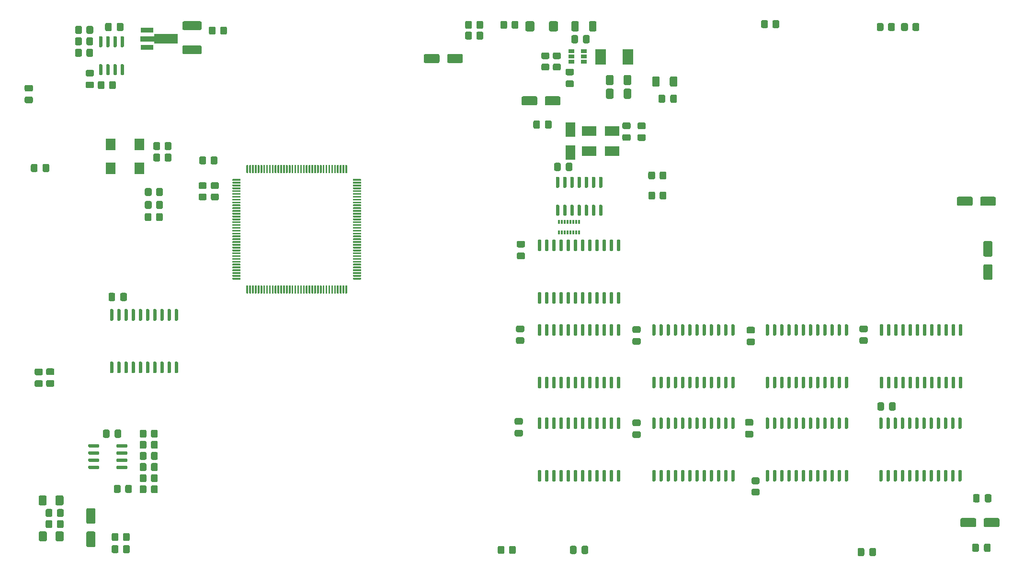
<source format=gbr>
G04 #@! TF.GenerationSoftware,KiCad,Pcbnew,(5.1.10-1-10_14)*
G04 #@! TF.CreationDate,2021-08-09T19:17:03+02:00*
G04 #@! TF.ProjectId,A3660_shanshe_mod2,41333636-305f-4736-9861-6e7368655f6d,rev?*
G04 #@! TF.SameCoordinates,Original*
G04 #@! TF.FileFunction,Paste,Top*
G04 #@! TF.FilePolarity,Positive*
%FSLAX46Y46*%
G04 Gerber Fmt 4.6, Leading zero omitted, Abs format (unit mm)*
G04 Created by KiCad (PCBNEW (5.1.10-1-10_14)) date 2021-08-09 19:17:03*
%MOMM*%
%LPD*%
G01*
G04 APERTURE LIST*
%ADD10R,2.300000X0.900000*%
%ADD11C,0.100000*%
%ADD12R,1.800000X2.000000*%
%ADD13R,1.060000X0.650000*%
%ADD14R,1.903000X2.790000*%
%ADD15R,2.500000X1.800000*%
%ADD16R,1.800000X2.500000*%
%ADD17R,0.300000X0.800000*%
G04 APERTURE END LIST*
G36*
G01*
X138273000Y-74969000D02*
X138273000Y-75119000D01*
G75*
G02*
X138198000Y-75194000I-75000J0D01*
G01*
X136873000Y-75194000D01*
G75*
G02*
X136798000Y-75119000I0J75000D01*
G01*
X136798000Y-74969000D01*
G75*
G02*
X136873000Y-74894000I75000J0D01*
G01*
X138198000Y-74894000D01*
G75*
G02*
X138273000Y-74969000I0J-75000D01*
G01*
G37*
G36*
G01*
X138273000Y-74469000D02*
X138273000Y-74619000D01*
G75*
G02*
X138198000Y-74694000I-75000J0D01*
G01*
X136873000Y-74694000D01*
G75*
G02*
X136798000Y-74619000I0J75000D01*
G01*
X136798000Y-74469000D01*
G75*
G02*
X136873000Y-74394000I75000J0D01*
G01*
X138198000Y-74394000D01*
G75*
G02*
X138273000Y-74469000I0J-75000D01*
G01*
G37*
G36*
G01*
X138273000Y-73969000D02*
X138273000Y-74119000D01*
G75*
G02*
X138198000Y-74194000I-75000J0D01*
G01*
X136873000Y-74194000D01*
G75*
G02*
X136798000Y-74119000I0J75000D01*
G01*
X136798000Y-73969000D01*
G75*
G02*
X136873000Y-73894000I75000J0D01*
G01*
X138198000Y-73894000D01*
G75*
G02*
X138273000Y-73969000I0J-75000D01*
G01*
G37*
G36*
G01*
X138273000Y-73469000D02*
X138273000Y-73619000D01*
G75*
G02*
X138198000Y-73694000I-75000J0D01*
G01*
X136873000Y-73694000D01*
G75*
G02*
X136798000Y-73619000I0J75000D01*
G01*
X136798000Y-73469000D01*
G75*
G02*
X136873000Y-73394000I75000J0D01*
G01*
X138198000Y-73394000D01*
G75*
G02*
X138273000Y-73469000I0J-75000D01*
G01*
G37*
G36*
G01*
X138273000Y-72969000D02*
X138273000Y-73119000D01*
G75*
G02*
X138198000Y-73194000I-75000J0D01*
G01*
X136873000Y-73194000D01*
G75*
G02*
X136798000Y-73119000I0J75000D01*
G01*
X136798000Y-72969000D01*
G75*
G02*
X136873000Y-72894000I75000J0D01*
G01*
X138198000Y-72894000D01*
G75*
G02*
X138273000Y-72969000I0J-75000D01*
G01*
G37*
G36*
G01*
X138273000Y-72469000D02*
X138273000Y-72619000D01*
G75*
G02*
X138198000Y-72694000I-75000J0D01*
G01*
X136873000Y-72694000D01*
G75*
G02*
X136798000Y-72619000I0J75000D01*
G01*
X136798000Y-72469000D01*
G75*
G02*
X136873000Y-72394000I75000J0D01*
G01*
X138198000Y-72394000D01*
G75*
G02*
X138273000Y-72469000I0J-75000D01*
G01*
G37*
G36*
G01*
X138273000Y-71969000D02*
X138273000Y-72119000D01*
G75*
G02*
X138198000Y-72194000I-75000J0D01*
G01*
X136873000Y-72194000D01*
G75*
G02*
X136798000Y-72119000I0J75000D01*
G01*
X136798000Y-71969000D01*
G75*
G02*
X136873000Y-71894000I75000J0D01*
G01*
X138198000Y-71894000D01*
G75*
G02*
X138273000Y-71969000I0J-75000D01*
G01*
G37*
G36*
G01*
X138273000Y-71469000D02*
X138273000Y-71619000D01*
G75*
G02*
X138198000Y-71694000I-75000J0D01*
G01*
X136873000Y-71694000D01*
G75*
G02*
X136798000Y-71619000I0J75000D01*
G01*
X136798000Y-71469000D01*
G75*
G02*
X136873000Y-71394000I75000J0D01*
G01*
X138198000Y-71394000D01*
G75*
G02*
X138273000Y-71469000I0J-75000D01*
G01*
G37*
G36*
G01*
X138273000Y-70969000D02*
X138273000Y-71119000D01*
G75*
G02*
X138198000Y-71194000I-75000J0D01*
G01*
X136873000Y-71194000D01*
G75*
G02*
X136798000Y-71119000I0J75000D01*
G01*
X136798000Y-70969000D01*
G75*
G02*
X136873000Y-70894000I75000J0D01*
G01*
X138198000Y-70894000D01*
G75*
G02*
X138273000Y-70969000I0J-75000D01*
G01*
G37*
G36*
G01*
X138273000Y-70469000D02*
X138273000Y-70619000D01*
G75*
G02*
X138198000Y-70694000I-75000J0D01*
G01*
X136873000Y-70694000D01*
G75*
G02*
X136798000Y-70619000I0J75000D01*
G01*
X136798000Y-70469000D01*
G75*
G02*
X136873000Y-70394000I75000J0D01*
G01*
X138198000Y-70394000D01*
G75*
G02*
X138273000Y-70469000I0J-75000D01*
G01*
G37*
G36*
G01*
X138273000Y-69969000D02*
X138273000Y-70119000D01*
G75*
G02*
X138198000Y-70194000I-75000J0D01*
G01*
X136873000Y-70194000D01*
G75*
G02*
X136798000Y-70119000I0J75000D01*
G01*
X136798000Y-69969000D01*
G75*
G02*
X136873000Y-69894000I75000J0D01*
G01*
X138198000Y-69894000D01*
G75*
G02*
X138273000Y-69969000I0J-75000D01*
G01*
G37*
G36*
G01*
X138273000Y-69469000D02*
X138273000Y-69619000D01*
G75*
G02*
X138198000Y-69694000I-75000J0D01*
G01*
X136873000Y-69694000D01*
G75*
G02*
X136798000Y-69619000I0J75000D01*
G01*
X136798000Y-69469000D01*
G75*
G02*
X136873000Y-69394000I75000J0D01*
G01*
X138198000Y-69394000D01*
G75*
G02*
X138273000Y-69469000I0J-75000D01*
G01*
G37*
G36*
G01*
X138273000Y-68969000D02*
X138273000Y-69119000D01*
G75*
G02*
X138198000Y-69194000I-75000J0D01*
G01*
X136873000Y-69194000D01*
G75*
G02*
X136798000Y-69119000I0J75000D01*
G01*
X136798000Y-68969000D01*
G75*
G02*
X136873000Y-68894000I75000J0D01*
G01*
X138198000Y-68894000D01*
G75*
G02*
X138273000Y-68969000I0J-75000D01*
G01*
G37*
G36*
G01*
X138273000Y-68469000D02*
X138273000Y-68619000D01*
G75*
G02*
X138198000Y-68694000I-75000J0D01*
G01*
X136873000Y-68694000D01*
G75*
G02*
X136798000Y-68619000I0J75000D01*
G01*
X136798000Y-68469000D01*
G75*
G02*
X136873000Y-68394000I75000J0D01*
G01*
X138198000Y-68394000D01*
G75*
G02*
X138273000Y-68469000I0J-75000D01*
G01*
G37*
G36*
G01*
X138273000Y-67969000D02*
X138273000Y-68119000D01*
G75*
G02*
X138198000Y-68194000I-75000J0D01*
G01*
X136873000Y-68194000D01*
G75*
G02*
X136798000Y-68119000I0J75000D01*
G01*
X136798000Y-67969000D01*
G75*
G02*
X136873000Y-67894000I75000J0D01*
G01*
X138198000Y-67894000D01*
G75*
G02*
X138273000Y-67969000I0J-75000D01*
G01*
G37*
G36*
G01*
X138273000Y-67469000D02*
X138273000Y-67619000D01*
G75*
G02*
X138198000Y-67694000I-75000J0D01*
G01*
X136873000Y-67694000D01*
G75*
G02*
X136798000Y-67619000I0J75000D01*
G01*
X136798000Y-67469000D01*
G75*
G02*
X136873000Y-67394000I75000J0D01*
G01*
X138198000Y-67394000D01*
G75*
G02*
X138273000Y-67469000I0J-75000D01*
G01*
G37*
G36*
G01*
X138273000Y-66969000D02*
X138273000Y-67119000D01*
G75*
G02*
X138198000Y-67194000I-75000J0D01*
G01*
X136873000Y-67194000D01*
G75*
G02*
X136798000Y-67119000I0J75000D01*
G01*
X136798000Y-66969000D01*
G75*
G02*
X136873000Y-66894000I75000J0D01*
G01*
X138198000Y-66894000D01*
G75*
G02*
X138273000Y-66969000I0J-75000D01*
G01*
G37*
G36*
G01*
X138273000Y-66469000D02*
X138273000Y-66619000D01*
G75*
G02*
X138198000Y-66694000I-75000J0D01*
G01*
X136873000Y-66694000D01*
G75*
G02*
X136798000Y-66619000I0J75000D01*
G01*
X136798000Y-66469000D01*
G75*
G02*
X136873000Y-66394000I75000J0D01*
G01*
X138198000Y-66394000D01*
G75*
G02*
X138273000Y-66469000I0J-75000D01*
G01*
G37*
G36*
G01*
X138273000Y-65969000D02*
X138273000Y-66119000D01*
G75*
G02*
X138198000Y-66194000I-75000J0D01*
G01*
X136873000Y-66194000D01*
G75*
G02*
X136798000Y-66119000I0J75000D01*
G01*
X136798000Y-65969000D01*
G75*
G02*
X136873000Y-65894000I75000J0D01*
G01*
X138198000Y-65894000D01*
G75*
G02*
X138273000Y-65969000I0J-75000D01*
G01*
G37*
G36*
G01*
X138273000Y-65469000D02*
X138273000Y-65619000D01*
G75*
G02*
X138198000Y-65694000I-75000J0D01*
G01*
X136873000Y-65694000D01*
G75*
G02*
X136798000Y-65619000I0J75000D01*
G01*
X136798000Y-65469000D01*
G75*
G02*
X136873000Y-65394000I75000J0D01*
G01*
X138198000Y-65394000D01*
G75*
G02*
X138273000Y-65469000I0J-75000D01*
G01*
G37*
G36*
G01*
X138273000Y-64969000D02*
X138273000Y-65119000D01*
G75*
G02*
X138198000Y-65194000I-75000J0D01*
G01*
X136873000Y-65194000D01*
G75*
G02*
X136798000Y-65119000I0J75000D01*
G01*
X136798000Y-64969000D01*
G75*
G02*
X136873000Y-64894000I75000J0D01*
G01*
X138198000Y-64894000D01*
G75*
G02*
X138273000Y-64969000I0J-75000D01*
G01*
G37*
G36*
G01*
X138273000Y-64469000D02*
X138273000Y-64619000D01*
G75*
G02*
X138198000Y-64694000I-75000J0D01*
G01*
X136873000Y-64694000D01*
G75*
G02*
X136798000Y-64619000I0J75000D01*
G01*
X136798000Y-64469000D01*
G75*
G02*
X136873000Y-64394000I75000J0D01*
G01*
X138198000Y-64394000D01*
G75*
G02*
X138273000Y-64469000I0J-75000D01*
G01*
G37*
G36*
G01*
X138273000Y-63969000D02*
X138273000Y-64119000D01*
G75*
G02*
X138198000Y-64194000I-75000J0D01*
G01*
X136873000Y-64194000D01*
G75*
G02*
X136798000Y-64119000I0J75000D01*
G01*
X136798000Y-63969000D01*
G75*
G02*
X136873000Y-63894000I75000J0D01*
G01*
X138198000Y-63894000D01*
G75*
G02*
X138273000Y-63969000I0J-75000D01*
G01*
G37*
G36*
G01*
X138273000Y-63469000D02*
X138273000Y-63619000D01*
G75*
G02*
X138198000Y-63694000I-75000J0D01*
G01*
X136873000Y-63694000D01*
G75*
G02*
X136798000Y-63619000I0J75000D01*
G01*
X136798000Y-63469000D01*
G75*
G02*
X136873000Y-63394000I75000J0D01*
G01*
X138198000Y-63394000D01*
G75*
G02*
X138273000Y-63469000I0J-75000D01*
G01*
G37*
G36*
G01*
X138273000Y-62969000D02*
X138273000Y-63119000D01*
G75*
G02*
X138198000Y-63194000I-75000J0D01*
G01*
X136873000Y-63194000D01*
G75*
G02*
X136798000Y-63119000I0J75000D01*
G01*
X136798000Y-62969000D01*
G75*
G02*
X136873000Y-62894000I75000J0D01*
G01*
X138198000Y-62894000D01*
G75*
G02*
X138273000Y-62969000I0J-75000D01*
G01*
G37*
G36*
G01*
X138273000Y-62469000D02*
X138273000Y-62619000D01*
G75*
G02*
X138198000Y-62694000I-75000J0D01*
G01*
X136873000Y-62694000D01*
G75*
G02*
X136798000Y-62619000I0J75000D01*
G01*
X136798000Y-62469000D01*
G75*
G02*
X136873000Y-62394000I75000J0D01*
G01*
X138198000Y-62394000D01*
G75*
G02*
X138273000Y-62469000I0J-75000D01*
G01*
G37*
G36*
G01*
X138273000Y-61969000D02*
X138273000Y-62119000D01*
G75*
G02*
X138198000Y-62194000I-75000J0D01*
G01*
X136873000Y-62194000D01*
G75*
G02*
X136798000Y-62119000I0J75000D01*
G01*
X136798000Y-61969000D01*
G75*
G02*
X136873000Y-61894000I75000J0D01*
G01*
X138198000Y-61894000D01*
G75*
G02*
X138273000Y-61969000I0J-75000D01*
G01*
G37*
G36*
G01*
X138273000Y-61469000D02*
X138273000Y-61619000D01*
G75*
G02*
X138198000Y-61694000I-75000J0D01*
G01*
X136873000Y-61694000D01*
G75*
G02*
X136798000Y-61619000I0J75000D01*
G01*
X136798000Y-61469000D01*
G75*
G02*
X136873000Y-61394000I75000J0D01*
G01*
X138198000Y-61394000D01*
G75*
G02*
X138273000Y-61469000I0J-75000D01*
G01*
G37*
G36*
G01*
X138273000Y-60969000D02*
X138273000Y-61119000D01*
G75*
G02*
X138198000Y-61194000I-75000J0D01*
G01*
X136873000Y-61194000D01*
G75*
G02*
X136798000Y-61119000I0J75000D01*
G01*
X136798000Y-60969000D01*
G75*
G02*
X136873000Y-60894000I75000J0D01*
G01*
X138198000Y-60894000D01*
G75*
G02*
X138273000Y-60969000I0J-75000D01*
G01*
G37*
G36*
G01*
X138273000Y-60469000D02*
X138273000Y-60619000D01*
G75*
G02*
X138198000Y-60694000I-75000J0D01*
G01*
X136873000Y-60694000D01*
G75*
G02*
X136798000Y-60619000I0J75000D01*
G01*
X136798000Y-60469000D01*
G75*
G02*
X136873000Y-60394000I75000J0D01*
G01*
X138198000Y-60394000D01*
G75*
G02*
X138273000Y-60469000I0J-75000D01*
G01*
G37*
G36*
G01*
X138273000Y-59969000D02*
X138273000Y-60119000D01*
G75*
G02*
X138198000Y-60194000I-75000J0D01*
G01*
X136873000Y-60194000D01*
G75*
G02*
X136798000Y-60119000I0J75000D01*
G01*
X136798000Y-59969000D01*
G75*
G02*
X136873000Y-59894000I75000J0D01*
G01*
X138198000Y-59894000D01*
G75*
G02*
X138273000Y-59969000I0J-75000D01*
G01*
G37*
G36*
G01*
X138273000Y-59469000D02*
X138273000Y-59619000D01*
G75*
G02*
X138198000Y-59694000I-75000J0D01*
G01*
X136873000Y-59694000D01*
G75*
G02*
X136798000Y-59619000I0J75000D01*
G01*
X136798000Y-59469000D01*
G75*
G02*
X136873000Y-59394000I75000J0D01*
G01*
X138198000Y-59394000D01*
G75*
G02*
X138273000Y-59469000I0J-75000D01*
G01*
G37*
G36*
G01*
X138273000Y-58969000D02*
X138273000Y-59119000D01*
G75*
G02*
X138198000Y-59194000I-75000J0D01*
G01*
X136873000Y-59194000D01*
G75*
G02*
X136798000Y-59119000I0J75000D01*
G01*
X136798000Y-58969000D01*
G75*
G02*
X136873000Y-58894000I75000J0D01*
G01*
X138198000Y-58894000D01*
G75*
G02*
X138273000Y-58969000I0J-75000D01*
G01*
G37*
G36*
G01*
X138273000Y-58469000D02*
X138273000Y-58619000D01*
G75*
G02*
X138198000Y-58694000I-75000J0D01*
G01*
X136873000Y-58694000D01*
G75*
G02*
X136798000Y-58619000I0J75000D01*
G01*
X136798000Y-58469000D01*
G75*
G02*
X136873000Y-58394000I75000J0D01*
G01*
X138198000Y-58394000D01*
G75*
G02*
X138273000Y-58469000I0J-75000D01*
G01*
G37*
G36*
G01*
X138273000Y-57969000D02*
X138273000Y-58119000D01*
G75*
G02*
X138198000Y-58194000I-75000J0D01*
G01*
X136873000Y-58194000D01*
G75*
G02*
X136798000Y-58119000I0J75000D01*
G01*
X136798000Y-57969000D01*
G75*
G02*
X136873000Y-57894000I75000J0D01*
G01*
X138198000Y-57894000D01*
G75*
G02*
X138273000Y-57969000I0J-75000D01*
G01*
G37*
G36*
G01*
X138273000Y-57469000D02*
X138273000Y-57619000D01*
G75*
G02*
X138198000Y-57694000I-75000J0D01*
G01*
X136873000Y-57694000D01*
G75*
G02*
X136798000Y-57619000I0J75000D01*
G01*
X136798000Y-57469000D01*
G75*
G02*
X136873000Y-57394000I75000J0D01*
G01*
X138198000Y-57394000D01*
G75*
G02*
X138273000Y-57469000I0J-75000D01*
G01*
G37*
G36*
G01*
X135773000Y-54969000D02*
X135773000Y-56294000D01*
G75*
G02*
X135698000Y-56369000I-75000J0D01*
G01*
X135548000Y-56369000D01*
G75*
G02*
X135473000Y-56294000I0J75000D01*
G01*
X135473000Y-54969000D01*
G75*
G02*
X135548000Y-54894000I75000J0D01*
G01*
X135698000Y-54894000D01*
G75*
G02*
X135773000Y-54969000I0J-75000D01*
G01*
G37*
G36*
G01*
X135273000Y-54969000D02*
X135273000Y-56294000D01*
G75*
G02*
X135198000Y-56369000I-75000J0D01*
G01*
X135048000Y-56369000D01*
G75*
G02*
X134973000Y-56294000I0J75000D01*
G01*
X134973000Y-54969000D01*
G75*
G02*
X135048000Y-54894000I75000J0D01*
G01*
X135198000Y-54894000D01*
G75*
G02*
X135273000Y-54969000I0J-75000D01*
G01*
G37*
G36*
G01*
X134773000Y-54969000D02*
X134773000Y-56294000D01*
G75*
G02*
X134698000Y-56369000I-75000J0D01*
G01*
X134548000Y-56369000D01*
G75*
G02*
X134473000Y-56294000I0J75000D01*
G01*
X134473000Y-54969000D01*
G75*
G02*
X134548000Y-54894000I75000J0D01*
G01*
X134698000Y-54894000D01*
G75*
G02*
X134773000Y-54969000I0J-75000D01*
G01*
G37*
G36*
G01*
X134273000Y-54969000D02*
X134273000Y-56294000D01*
G75*
G02*
X134198000Y-56369000I-75000J0D01*
G01*
X134048000Y-56369000D01*
G75*
G02*
X133973000Y-56294000I0J75000D01*
G01*
X133973000Y-54969000D01*
G75*
G02*
X134048000Y-54894000I75000J0D01*
G01*
X134198000Y-54894000D01*
G75*
G02*
X134273000Y-54969000I0J-75000D01*
G01*
G37*
G36*
G01*
X133773000Y-54969000D02*
X133773000Y-56294000D01*
G75*
G02*
X133698000Y-56369000I-75000J0D01*
G01*
X133548000Y-56369000D01*
G75*
G02*
X133473000Y-56294000I0J75000D01*
G01*
X133473000Y-54969000D01*
G75*
G02*
X133548000Y-54894000I75000J0D01*
G01*
X133698000Y-54894000D01*
G75*
G02*
X133773000Y-54969000I0J-75000D01*
G01*
G37*
G36*
G01*
X133273000Y-54969000D02*
X133273000Y-56294000D01*
G75*
G02*
X133198000Y-56369000I-75000J0D01*
G01*
X133048000Y-56369000D01*
G75*
G02*
X132973000Y-56294000I0J75000D01*
G01*
X132973000Y-54969000D01*
G75*
G02*
X133048000Y-54894000I75000J0D01*
G01*
X133198000Y-54894000D01*
G75*
G02*
X133273000Y-54969000I0J-75000D01*
G01*
G37*
G36*
G01*
X132773000Y-54969000D02*
X132773000Y-56294000D01*
G75*
G02*
X132698000Y-56369000I-75000J0D01*
G01*
X132548000Y-56369000D01*
G75*
G02*
X132473000Y-56294000I0J75000D01*
G01*
X132473000Y-54969000D01*
G75*
G02*
X132548000Y-54894000I75000J0D01*
G01*
X132698000Y-54894000D01*
G75*
G02*
X132773000Y-54969000I0J-75000D01*
G01*
G37*
G36*
G01*
X132273000Y-54969000D02*
X132273000Y-56294000D01*
G75*
G02*
X132198000Y-56369000I-75000J0D01*
G01*
X132048000Y-56369000D01*
G75*
G02*
X131973000Y-56294000I0J75000D01*
G01*
X131973000Y-54969000D01*
G75*
G02*
X132048000Y-54894000I75000J0D01*
G01*
X132198000Y-54894000D01*
G75*
G02*
X132273000Y-54969000I0J-75000D01*
G01*
G37*
G36*
G01*
X131773000Y-54969000D02*
X131773000Y-56294000D01*
G75*
G02*
X131698000Y-56369000I-75000J0D01*
G01*
X131548000Y-56369000D01*
G75*
G02*
X131473000Y-56294000I0J75000D01*
G01*
X131473000Y-54969000D01*
G75*
G02*
X131548000Y-54894000I75000J0D01*
G01*
X131698000Y-54894000D01*
G75*
G02*
X131773000Y-54969000I0J-75000D01*
G01*
G37*
G36*
G01*
X131273000Y-54969000D02*
X131273000Y-56294000D01*
G75*
G02*
X131198000Y-56369000I-75000J0D01*
G01*
X131048000Y-56369000D01*
G75*
G02*
X130973000Y-56294000I0J75000D01*
G01*
X130973000Y-54969000D01*
G75*
G02*
X131048000Y-54894000I75000J0D01*
G01*
X131198000Y-54894000D01*
G75*
G02*
X131273000Y-54969000I0J-75000D01*
G01*
G37*
G36*
G01*
X130773000Y-54969000D02*
X130773000Y-56294000D01*
G75*
G02*
X130698000Y-56369000I-75000J0D01*
G01*
X130548000Y-56369000D01*
G75*
G02*
X130473000Y-56294000I0J75000D01*
G01*
X130473000Y-54969000D01*
G75*
G02*
X130548000Y-54894000I75000J0D01*
G01*
X130698000Y-54894000D01*
G75*
G02*
X130773000Y-54969000I0J-75000D01*
G01*
G37*
G36*
G01*
X130273000Y-54969000D02*
X130273000Y-56294000D01*
G75*
G02*
X130198000Y-56369000I-75000J0D01*
G01*
X130048000Y-56369000D01*
G75*
G02*
X129973000Y-56294000I0J75000D01*
G01*
X129973000Y-54969000D01*
G75*
G02*
X130048000Y-54894000I75000J0D01*
G01*
X130198000Y-54894000D01*
G75*
G02*
X130273000Y-54969000I0J-75000D01*
G01*
G37*
G36*
G01*
X129773000Y-54969000D02*
X129773000Y-56294000D01*
G75*
G02*
X129698000Y-56369000I-75000J0D01*
G01*
X129548000Y-56369000D01*
G75*
G02*
X129473000Y-56294000I0J75000D01*
G01*
X129473000Y-54969000D01*
G75*
G02*
X129548000Y-54894000I75000J0D01*
G01*
X129698000Y-54894000D01*
G75*
G02*
X129773000Y-54969000I0J-75000D01*
G01*
G37*
G36*
G01*
X129273000Y-54969000D02*
X129273000Y-56294000D01*
G75*
G02*
X129198000Y-56369000I-75000J0D01*
G01*
X129048000Y-56369000D01*
G75*
G02*
X128973000Y-56294000I0J75000D01*
G01*
X128973000Y-54969000D01*
G75*
G02*
X129048000Y-54894000I75000J0D01*
G01*
X129198000Y-54894000D01*
G75*
G02*
X129273000Y-54969000I0J-75000D01*
G01*
G37*
G36*
G01*
X128773000Y-54969000D02*
X128773000Y-56294000D01*
G75*
G02*
X128698000Y-56369000I-75000J0D01*
G01*
X128548000Y-56369000D01*
G75*
G02*
X128473000Y-56294000I0J75000D01*
G01*
X128473000Y-54969000D01*
G75*
G02*
X128548000Y-54894000I75000J0D01*
G01*
X128698000Y-54894000D01*
G75*
G02*
X128773000Y-54969000I0J-75000D01*
G01*
G37*
G36*
G01*
X128273000Y-54969000D02*
X128273000Y-56294000D01*
G75*
G02*
X128198000Y-56369000I-75000J0D01*
G01*
X128048000Y-56369000D01*
G75*
G02*
X127973000Y-56294000I0J75000D01*
G01*
X127973000Y-54969000D01*
G75*
G02*
X128048000Y-54894000I75000J0D01*
G01*
X128198000Y-54894000D01*
G75*
G02*
X128273000Y-54969000I0J-75000D01*
G01*
G37*
G36*
G01*
X127773000Y-54969000D02*
X127773000Y-56294000D01*
G75*
G02*
X127698000Y-56369000I-75000J0D01*
G01*
X127548000Y-56369000D01*
G75*
G02*
X127473000Y-56294000I0J75000D01*
G01*
X127473000Y-54969000D01*
G75*
G02*
X127548000Y-54894000I75000J0D01*
G01*
X127698000Y-54894000D01*
G75*
G02*
X127773000Y-54969000I0J-75000D01*
G01*
G37*
G36*
G01*
X127273000Y-54969000D02*
X127273000Y-56294000D01*
G75*
G02*
X127198000Y-56369000I-75000J0D01*
G01*
X127048000Y-56369000D01*
G75*
G02*
X126973000Y-56294000I0J75000D01*
G01*
X126973000Y-54969000D01*
G75*
G02*
X127048000Y-54894000I75000J0D01*
G01*
X127198000Y-54894000D01*
G75*
G02*
X127273000Y-54969000I0J-75000D01*
G01*
G37*
G36*
G01*
X126773000Y-54969000D02*
X126773000Y-56294000D01*
G75*
G02*
X126698000Y-56369000I-75000J0D01*
G01*
X126548000Y-56369000D01*
G75*
G02*
X126473000Y-56294000I0J75000D01*
G01*
X126473000Y-54969000D01*
G75*
G02*
X126548000Y-54894000I75000J0D01*
G01*
X126698000Y-54894000D01*
G75*
G02*
X126773000Y-54969000I0J-75000D01*
G01*
G37*
G36*
G01*
X126273000Y-54969000D02*
X126273000Y-56294000D01*
G75*
G02*
X126198000Y-56369000I-75000J0D01*
G01*
X126048000Y-56369000D01*
G75*
G02*
X125973000Y-56294000I0J75000D01*
G01*
X125973000Y-54969000D01*
G75*
G02*
X126048000Y-54894000I75000J0D01*
G01*
X126198000Y-54894000D01*
G75*
G02*
X126273000Y-54969000I0J-75000D01*
G01*
G37*
G36*
G01*
X125773000Y-54969000D02*
X125773000Y-56294000D01*
G75*
G02*
X125698000Y-56369000I-75000J0D01*
G01*
X125548000Y-56369000D01*
G75*
G02*
X125473000Y-56294000I0J75000D01*
G01*
X125473000Y-54969000D01*
G75*
G02*
X125548000Y-54894000I75000J0D01*
G01*
X125698000Y-54894000D01*
G75*
G02*
X125773000Y-54969000I0J-75000D01*
G01*
G37*
G36*
G01*
X125273000Y-54969000D02*
X125273000Y-56294000D01*
G75*
G02*
X125198000Y-56369000I-75000J0D01*
G01*
X125048000Y-56369000D01*
G75*
G02*
X124973000Y-56294000I0J75000D01*
G01*
X124973000Y-54969000D01*
G75*
G02*
X125048000Y-54894000I75000J0D01*
G01*
X125198000Y-54894000D01*
G75*
G02*
X125273000Y-54969000I0J-75000D01*
G01*
G37*
G36*
G01*
X124773000Y-54969000D02*
X124773000Y-56294000D01*
G75*
G02*
X124698000Y-56369000I-75000J0D01*
G01*
X124548000Y-56369000D01*
G75*
G02*
X124473000Y-56294000I0J75000D01*
G01*
X124473000Y-54969000D01*
G75*
G02*
X124548000Y-54894000I75000J0D01*
G01*
X124698000Y-54894000D01*
G75*
G02*
X124773000Y-54969000I0J-75000D01*
G01*
G37*
G36*
G01*
X124273000Y-54969000D02*
X124273000Y-56294000D01*
G75*
G02*
X124198000Y-56369000I-75000J0D01*
G01*
X124048000Y-56369000D01*
G75*
G02*
X123973000Y-56294000I0J75000D01*
G01*
X123973000Y-54969000D01*
G75*
G02*
X124048000Y-54894000I75000J0D01*
G01*
X124198000Y-54894000D01*
G75*
G02*
X124273000Y-54969000I0J-75000D01*
G01*
G37*
G36*
G01*
X123773000Y-54969000D02*
X123773000Y-56294000D01*
G75*
G02*
X123698000Y-56369000I-75000J0D01*
G01*
X123548000Y-56369000D01*
G75*
G02*
X123473000Y-56294000I0J75000D01*
G01*
X123473000Y-54969000D01*
G75*
G02*
X123548000Y-54894000I75000J0D01*
G01*
X123698000Y-54894000D01*
G75*
G02*
X123773000Y-54969000I0J-75000D01*
G01*
G37*
G36*
G01*
X123273000Y-54969000D02*
X123273000Y-56294000D01*
G75*
G02*
X123198000Y-56369000I-75000J0D01*
G01*
X123048000Y-56369000D01*
G75*
G02*
X122973000Y-56294000I0J75000D01*
G01*
X122973000Y-54969000D01*
G75*
G02*
X123048000Y-54894000I75000J0D01*
G01*
X123198000Y-54894000D01*
G75*
G02*
X123273000Y-54969000I0J-75000D01*
G01*
G37*
G36*
G01*
X122773000Y-54969000D02*
X122773000Y-56294000D01*
G75*
G02*
X122698000Y-56369000I-75000J0D01*
G01*
X122548000Y-56369000D01*
G75*
G02*
X122473000Y-56294000I0J75000D01*
G01*
X122473000Y-54969000D01*
G75*
G02*
X122548000Y-54894000I75000J0D01*
G01*
X122698000Y-54894000D01*
G75*
G02*
X122773000Y-54969000I0J-75000D01*
G01*
G37*
G36*
G01*
X122273000Y-54969000D02*
X122273000Y-56294000D01*
G75*
G02*
X122198000Y-56369000I-75000J0D01*
G01*
X122048000Y-56369000D01*
G75*
G02*
X121973000Y-56294000I0J75000D01*
G01*
X121973000Y-54969000D01*
G75*
G02*
X122048000Y-54894000I75000J0D01*
G01*
X122198000Y-54894000D01*
G75*
G02*
X122273000Y-54969000I0J-75000D01*
G01*
G37*
G36*
G01*
X121773000Y-54969000D02*
X121773000Y-56294000D01*
G75*
G02*
X121698000Y-56369000I-75000J0D01*
G01*
X121548000Y-56369000D01*
G75*
G02*
X121473000Y-56294000I0J75000D01*
G01*
X121473000Y-54969000D01*
G75*
G02*
X121548000Y-54894000I75000J0D01*
G01*
X121698000Y-54894000D01*
G75*
G02*
X121773000Y-54969000I0J-75000D01*
G01*
G37*
G36*
G01*
X121273000Y-54969000D02*
X121273000Y-56294000D01*
G75*
G02*
X121198000Y-56369000I-75000J0D01*
G01*
X121048000Y-56369000D01*
G75*
G02*
X120973000Y-56294000I0J75000D01*
G01*
X120973000Y-54969000D01*
G75*
G02*
X121048000Y-54894000I75000J0D01*
G01*
X121198000Y-54894000D01*
G75*
G02*
X121273000Y-54969000I0J-75000D01*
G01*
G37*
G36*
G01*
X120773000Y-54969000D02*
X120773000Y-56294000D01*
G75*
G02*
X120698000Y-56369000I-75000J0D01*
G01*
X120548000Y-56369000D01*
G75*
G02*
X120473000Y-56294000I0J75000D01*
G01*
X120473000Y-54969000D01*
G75*
G02*
X120548000Y-54894000I75000J0D01*
G01*
X120698000Y-54894000D01*
G75*
G02*
X120773000Y-54969000I0J-75000D01*
G01*
G37*
G36*
G01*
X120273000Y-54969000D02*
X120273000Y-56294000D01*
G75*
G02*
X120198000Y-56369000I-75000J0D01*
G01*
X120048000Y-56369000D01*
G75*
G02*
X119973000Y-56294000I0J75000D01*
G01*
X119973000Y-54969000D01*
G75*
G02*
X120048000Y-54894000I75000J0D01*
G01*
X120198000Y-54894000D01*
G75*
G02*
X120273000Y-54969000I0J-75000D01*
G01*
G37*
G36*
G01*
X119773000Y-54969000D02*
X119773000Y-56294000D01*
G75*
G02*
X119698000Y-56369000I-75000J0D01*
G01*
X119548000Y-56369000D01*
G75*
G02*
X119473000Y-56294000I0J75000D01*
G01*
X119473000Y-54969000D01*
G75*
G02*
X119548000Y-54894000I75000J0D01*
G01*
X119698000Y-54894000D01*
G75*
G02*
X119773000Y-54969000I0J-75000D01*
G01*
G37*
G36*
G01*
X119273000Y-54969000D02*
X119273000Y-56294000D01*
G75*
G02*
X119198000Y-56369000I-75000J0D01*
G01*
X119048000Y-56369000D01*
G75*
G02*
X118973000Y-56294000I0J75000D01*
G01*
X118973000Y-54969000D01*
G75*
G02*
X119048000Y-54894000I75000J0D01*
G01*
X119198000Y-54894000D01*
G75*
G02*
X119273000Y-54969000I0J-75000D01*
G01*
G37*
G36*
G01*
X118773000Y-54969000D02*
X118773000Y-56294000D01*
G75*
G02*
X118698000Y-56369000I-75000J0D01*
G01*
X118548000Y-56369000D01*
G75*
G02*
X118473000Y-56294000I0J75000D01*
G01*
X118473000Y-54969000D01*
G75*
G02*
X118548000Y-54894000I75000J0D01*
G01*
X118698000Y-54894000D01*
G75*
G02*
X118773000Y-54969000I0J-75000D01*
G01*
G37*
G36*
G01*
X118273000Y-54969000D02*
X118273000Y-56294000D01*
G75*
G02*
X118198000Y-56369000I-75000J0D01*
G01*
X118048000Y-56369000D01*
G75*
G02*
X117973000Y-56294000I0J75000D01*
G01*
X117973000Y-54969000D01*
G75*
G02*
X118048000Y-54894000I75000J0D01*
G01*
X118198000Y-54894000D01*
G75*
G02*
X118273000Y-54969000I0J-75000D01*
G01*
G37*
G36*
G01*
X116948000Y-57469000D02*
X116948000Y-57619000D01*
G75*
G02*
X116873000Y-57694000I-75000J0D01*
G01*
X115548000Y-57694000D01*
G75*
G02*
X115473000Y-57619000I0J75000D01*
G01*
X115473000Y-57469000D01*
G75*
G02*
X115548000Y-57394000I75000J0D01*
G01*
X116873000Y-57394000D01*
G75*
G02*
X116948000Y-57469000I0J-75000D01*
G01*
G37*
G36*
G01*
X116948000Y-57969000D02*
X116948000Y-58119000D01*
G75*
G02*
X116873000Y-58194000I-75000J0D01*
G01*
X115548000Y-58194000D01*
G75*
G02*
X115473000Y-58119000I0J75000D01*
G01*
X115473000Y-57969000D01*
G75*
G02*
X115548000Y-57894000I75000J0D01*
G01*
X116873000Y-57894000D01*
G75*
G02*
X116948000Y-57969000I0J-75000D01*
G01*
G37*
G36*
G01*
X116948000Y-58469000D02*
X116948000Y-58619000D01*
G75*
G02*
X116873000Y-58694000I-75000J0D01*
G01*
X115548000Y-58694000D01*
G75*
G02*
X115473000Y-58619000I0J75000D01*
G01*
X115473000Y-58469000D01*
G75*
G02*
X115548000Y-58394000I75000J0D01*
G01*
X116873000Y-58394000D01*
G75*
G02*
X116948000Y-58469000I0J-75000D01*
G01*
G37*
G36*
G01*
X116948000Y-58969000D02*
X116948000Y-59119000D01*
G75*
G02*
X116873000Y-59194000I-75000J0D01*
G01*
X115548000Y-59194000D01*
G75*
G02*
X115473000Y-59119000I0J75000D01*
G01*
X115473000Y-58969000D01*
G75*
G02*
X115548000Y-58894000I75000J0D01*
G01*
X116873000Y-58894000D01*
G75*
G02*
X116948000Y-58969000I0J-75000D01*
G01*
G37*
G36*
G01*
X116948000Y-59469000D02*
X116948000Y-59619000D01*
G75*
G02*
X116873000Y-59694000I-75000J0D01*
G01*
X115548000Y-59694000D01*
G75*
G02*
X115473000Y-59619000I0J75000D01*
G01*
X115473000Y-59469000D01*
G75*
G02*
X115548000Y-59394000I75000J0D01*
G01*
X116873000Y-59394000D01*
G75*
G02*
X116948000Y-59469000I0J-75000D01*
G01*
G37*
G36*
G01*
X116948000Y-59969000D02*
X116948000Y-60119000D01*
G75*
G02*
X116873000Y-60194000I-75000J0D01*
G01*
X115548000Y-60194000D01*
G75*
G02*
X115473000Y-60119000I0J75000D01*
G01*
X115473000Y-59969000D01*
G75*
G02*
X115548000Y-59894000I75000J0D01*
G01*
X116873000Y-59894000D01*
G75*
G02*
X116948000Y-59969000I0J-75000D01*
G01*
G37*
G36*
G01*
X116948000Y-60469000D02*
X116948000Y-60619000D01*
G75*
G02*
X116873000Y-60694000I-75000J0D01*
G01*
X115548000Y-60694000D01*
G75*
G02*
X115473000Y-60619000I0J75000D01*
G01*
X115473000Y-60469000D01*
G75*
G02*
X115548000Y-60394000I75000J0D01*
G01*
X116873000Y-60394000D01*
G75*
G02*
X116948000Y-60469000I0J-75000D01*
G01*
G37*
G36*
G01*
X116948000Y-60969000D02*
X116948000Y-61119000D01*
G75*
G02*
X116873000Y-61194000I-75000J0D01*
G01*
X115548000Y-61194000D01*
G75*
G02*
X115473000Y-61119000I0J75000D01*
G01*
X115473000Y-60969000D01*
G75*
G02*
X115548000Y-60894000I75000J0D01*
G01*
X116873000Y-60894000D01*
G75*
G02*
X116948000Y-60969000I0J-75000D01*
G01*
G37*
G36*
G01*
X116948000Y-61469000D02*
X116948000Y-61619000D01*
G75*
G02*
X116873000Y-61694000I-75000J0D01*
G01*
X115548000Y-61694000D01*
G75*
G02*
X115473000Y-61619000I0J75000D01*
G01*
X115473000Y-61469000D01*
G75*
G02*
X115548000Y-61394000I75000J0D01*
G01*
X116873000Y-61394000D01*
G75*
G02*
X116948000Y-61469000I0J-75000D01*
G01*
G37*
G36*
G01*
X116948000Y-61969000D02*
X116948000Y-62119000D01*
G75*
G02*
X116873000Y-62194000I-75000J0D01*
G01*
X115548000Y-62194000D01*
G75*
G02*
X115473000Y-62119000I0J75000D01*
G01*
X115473000Y-61969000D01*
G75*
G02*
X115548000Y-61894000I75000J0D01*
G01*
X116873000Y-61894000D01*
G75*
G02*
X116948000Y-61969000I0J-75000D01*
G01*
G37*
G36*
G01*
X116948000Y-62469000D02*
X116948000Y-62619000D01*
G75*
G02*
X116873000Y-62694000I-75000J0D01*
G01*
X115548000Y-62694000D01*
G75*
G02*
X115473000Y-62619000I0J75000D01*
G01*
X115473000Y-62469000D01*
G75*
G02*
X115548000Y-62394000I75000J0D01*
G01*
X116873000Y-62394000D01*
G75*
G02*
X116948000Y-62469000I0J-75000D01*
G01*
G37*
G36*
G01*
X116948000Y-62969000D02*
X116948000Y-63119000D01*
G75*
G02*
X116873000Y-63194000I-75000J0D01*
G01*
X115548000Y-63194000D01*
G75*
G02*
X115473000Y-63119000I0J75000D01*
G01*
X115473000Y-62969000D01*
G75*
G02*
X115548000Y-62894000I75000J0D01*
G01*
X116873000Y-62894000D01*
G75*
G02*
X116948000Y-62969000I0J-75000D01*
G01*
G37*
G36*
G01*
X116948000Y-63469000D02*
X116948000Y-63619000D01*
G75*
G02*
X116873000Y-63694000I-75000J0D01*
G01*
X115548000Y-63694000D01*
G75*
G02*
X115473000Y-63619000I0J75000D01*
G01*
X115473000Y-63469000D01*
G75*
G02*
X115548000Y-63394000I75000J0D01*
G01*
X116873000Y-63394000D01*
G75*
G02*
X116948000Y-63469000I0J-75000D01*
G01*
G37*
G36*
G01*
X116948000Y-63969000D02*
X116948000Y-64119000D01*
G75*
G02*
X116873000Y-64194000I-75000J0D01*
G01*
X115548000Y-64194000D01*
G75*
G02*
X115473000Y-64119000I0J75000D01*
G01*
X115473000Y-63969000D01*
G75*
G02*
X115548000Y-63894000I75000J0D01*
G01*
X116873000Y-63894000D01*
G75*
G02*
X116948000Y-63969000I0J-75000D01*
G01*
G37*
G36*
G01*
X116948000Y-64469000D02*
X116948000Y-64619000D01*
G75*
G02*
X116873000Y-64694000I-75000J0D01*
G01*
X115548000Y-64694000D01*
G75*
G02*
X115473000Y-64619000I0J75000D01*
G01*
X115473000Y-64469000D01*
G75*
G02*
X115548000Y-64394000I75000J0D01*
G01*
X116873000Y-64394000D01*
G75*
G02*
X116948000Y-64469000I0J-75000D01*
G01*
G37*
G36*
G01*
X116948000Y-64969000D02*
X116948000Y-65119000D01*
G75*
G02*
X116873000Y-65194000I-75000J0D01*
G01*
X115548000Y-65194000D01*
G75*
G02*
X115473000Y-65119000I0J75000D01*
G01*
X115473000Y-64969000D01*
G75*
G02*
X115548000Y-64894000I75000J0D01*
G01*
X116873000Y-64894000D01*
G75*
G02*
X116948000Y-64969000I0J-75000D01*
G01*
G37*
G36*
G01*
X116948000Y-65469000D02*
X116948000Y-65619000D01*
G75*
G02*
X116873000Y-65694000I-75000J0D01*
G01*
X115548000Y-65694000D01*
G75*
G02*
X115473000Y-65619000I0J75000D01*
G01*
X115473000Y-65469000D01*
G75*
G02*
X115548000Y-65394000I75000J0D01*
G01*
X116873000Y-65394000D01*
G75*
G02*
X116948000Y-65469000I0J-75000D01*
G01*
G37*
G36*
G01*
X116948000Y-65969000D02*
X116948000Y-66119000D01*
G75*
G02*
X116873000Y-66194000I-75000J0D01*
G01*
X115548000Y-66194000D01*
G75*
G02*
X115473000Y-66119000I0J75000D01*
G01*
X115473000Y-65969000D01*
G75*
G02*
X115548000Y-65894000I75000J0D01*
G01*
X116873000Y-65894000D01*
G75*
G02*
X116948000Y-65969000I0J-75000D01*
G01*
G37*
G36*
G01*
X116948000Y-66469000D02*
X116948000Y-66619000D01*
G75*
G02*
X116873000Y-66694000I-75000J0D01*
G01*
X115548000Y-66694000D01*
G75*
G02*
X115473000Y-66619000I0J75000D01*
G01*
X115473000Y-66469000D01*
G75*
G02*
X115548000Y-66394000I75000J0D01*
G01*
X116873000Y-66394000D01*
G75*
G02*
X116948000Y-66469000I0J-75000D01*
G01*
G37*
G36*
G01*
X116948000Y-66969000D02*
X116948000Y-67119000D01*
G75*
G02*
X116873000Y-67194000I-75000J0D01*
G01*
X115548000Y-67194000D01*
G75*
G02*
X115473000Y-67119000I0J75000D01*
G01*
X115473000Y-66969000D01*
G75*
G02*
X115548000Y-66894000I75000J0D01*
G01*
X116873000Y-66894000D01*
G75*
G02*
X116948000Y-66969000I0J-75000D01*
G01*
G37*
G36*
G01*
X116948000Y-67469000D02*
X116948000Y-67619000D01*
G75*
G02*
X116873000Y-67694000I-75000J0D01*
G01*
X115548000Y-67694000D01*
G75*
G02*
X115473000Y-67619000I0J75000D01*
G01*
X115473000Y-67469000D01*
G75*
G02*
X115548000Y-67394000I75000J0D01*
G01*
X116873000Y-67394000D01*
G75*
G02*
X116948000Y-67469000I0J-75000D01*
G01*
G37*
G36*
G01*
X116948000Y-67969000D02*
X116948000Y-68119000D01*
G75*
G02*
X116873000Y-68194000I-75000J0D01*
G01*
X115548000Y-68194000D01*
G75*
G02*
X115473000Y-68119000I0J75000D01*
G01*
X115473000Y-67969000D01*
G75*
G02*
X115548000Y-67894000I75000J0D01*
G01*
X116873000Y-67894000D01*
G75*
G02*
X116948000Y-67969000I0J-75000D01*
G01*
G37*
G36*
G01*
X116948000Y-68469000D02*
X116948000Y-68619000D01*
G75*
G02*
X116873000Y-68694000I-75000J0D01*
G01*
X115548000Y-68694000D01*
G75*
G02*
X115473000Y-68619000I0J75000D01*
G01*
X115473000Y-68469000D01*
G75*
G02*
X115548000Y-68394000I75000J0D01*
G01*
X116873000Y-68394000D01*
G75*
G02*
X116948000Y-68469000I0J-75000D01*
G01*
G37*
G36*
G01*
X116948000Y-68969000D02*
X116948000Y-69119000D01*
G75*
G02*
X116873000Y-69194000I-75000J0D01*
G01*
X115548000Y-69194000D01*
G75*
G02*
X115473000Y-69119000I0J75000D01*
G01*
X115473000Y-68969000D01*
G75*
G02*
X115548000Y-68894000I75000J0D01*
G01*
X116873000Y-68894000D01*
G75*
G02*
X116948000Y-68969000I0J-75000D01*
G01*
G37*
G36*
G01*
X116948000Y-69469000D02*
X116948000Y-69619000D01*
G75*
G02*
X116873000Y-69694000I-75000J0D01*
G01*
X115548000Y-69694000D01*
G75*
G02*
X115473000Y-69619000I0J75000D01*
G01*
X115473000Y-69469000D01*
G75*
G02*
X115548000Y-69394000I75000J0D01*
G01*
X116873000Y-69394000D01*
G75*
G02*
X116948000Y-69469000I0J-75000D01*
G01*
G37*
G36*
G01*
X116948000Y-69969000D02*
X116948000Y-70119000D01*
G75*
G02*
X116873000Y-70194000I-75000J0D01*
G01*
X115548000Y-70194000D01*
G75*
G02*
X115473000Y-70119000I0J75000D01*
G01*
X115473000Y-69969000D01*
G75*
G02*
X115548000Y-69894000I75000J0D01*
G01*
X116873000Y-69894000D01*
G75*
G02*
X116948000Y-69969000I0J-75000D01*
G01*
G37*
G36*
G01*
X116948000Y-70469000D02*
X116948000Y-70619000D01*
G75*
G02*
X116873000Y-70694000I-75000J0D01*
G01*
X115548000Y-70694000D01*
G75*
G02*
X115473000Y-70619000I0J75000D01*
G01*
X115473000Y-70469000D01*
G75*
G02*
X115548000Y-70394000I75000J0D01*
G01*
X116873000Y-70394000D01*
G75*
G02*
X116948000Y-70469000I0J-75000D01*
G01*
G37*
G36*
G01*
X116948000Y-70969000D02*
X116948000Y-71119000D01*
G75*
G02*
X116873000Y-71194000I-75000J0D01*
G01*
X115548000Y-71194000D01*
G75*
G02*
X115473000Y-71119000I0J75000D01*
G01*
X115473000Y-70969000D01*
G75*
G02*
X115548000Y-70894000I75000J0D01*
G01*
X116873000Y-70894000D01*
G75*
G02*
X116948000Y-70969000I0J-75000D01*
G01*
G37*
G36*
G01*
X116948000Y-71469000D02*
X116948000Y-71619000D01*
G75*
G02*
X116873000Y-71694000I-75000J0D01*
G01*
X115548000Y-71694000D01*
G75*
G02*
X115473000Y-71619000I0J75000D01*
G01*
X115473000Y-71469000D01*
G75*
G02*
X115548000Y-71394000I75000J0D01*
G01*
X116873000Y-71394000D01*
G75*
G02*
X116948000Y-71469000I0J-75000D01*
G01*
G37*
G36*
G01*
X116948000Y-71969000D02*
X116948000Y-72119000D01*
G75*
G02*
X116873000Y-72194000I-75000J0D01*
G01*
X115548000Y-72194000D01*
G75*
G02*
X115473000Y-72119000I0J75000D01*
G01*
X115473000Y-71969000D01*
G75*
G02*
X115548000Y-71894000I75000J0D01*
G01*
X116873000Y-71894000D01*
G75*
G02*
X116948000Y-71969000I0J-75000D01*
G01*
G37*
G36*
G01*
X116948000Y-72469000D02*
X116948000Y-72619000D01*
G75*
G02*
X116873000Y-72694000I-75000J0D01*
G01*
X115548000Y-72694000D01*
G75*
G02*
X115473000Y-72619000I0J75000D01*
G01*
X115473000Y-72469000D01*
G75*
G02*
X115548000Y-72394000I75000J0D01*
G01*
X116873000Y-72394000D01*
G75*
G02*
X116948000Y-72469000I0J-75000D01*
G01*
G37*
G36*
G01*
X116948000Y-72969000D02*
X116948000Y-73119000D01*
G75*
G02*
X116873000Y-73194000I-75000J0D01*
G01*
X115548000Y-73194000D01*
G75*
G02*
X115473000Y-73119000I0J75000D01*
G01*
X115473000Y-72969000D01*
G75*
G02*
X115548000Y-72894000I75000J0D01*
G01*
X116873000Y-72894000D01*
G75*
G02*
X116948000Y-72969000I0J-75000D01*
G01*
G37*
G36*
G01*
X116948000Y-73469000D02*
X116948000Y-73619000D01*
G75*
G02*
X116873000Y-73694000I-75000J0D01*
G01*
X115548000Y-73694000D01*
G75*
G02*
X115473000Y-73619000I0J75000D01*
G01*
X115473000Y-73469000D01*
G75*
G02*
X115548000Y-73394000I75000J0D01*
G01*
X116873000Y-73394000D01*
G75*
G02*
X116948000Y-73469000I0J-75000D01*
G01*
G37*
G36*
G01*
X116948000Y-73969000D02*
X116948000Y-74119000D01*
G75*
G02*
X116873000Y-74194000I-75000J0D01*
G01*
X115548000Y-74194000D01*
G75*
G02*
X115473000Y-74119000I0J75000D01*
G01*
X115473000Y-73969000D01*
G75*
G02*
X115548000Y-73894000I75000J0D01*
G01*
X116873000Y-73894000D01*
G75*
G02*
X116948000Y-73969000I0J-75000D01*
G01*
G37*
G36*
G01*
X116948000Y-74469000D02*
X116948000Y-74619000D01*
G75*
G02*
X116873000Y-74694000I-75000J0D01*
G01*
X115548000Y-74694000D01*
G75*
G02*
X115473000Y-74619000I0J75000D01*
G01*
X115473000Y-74469000D01*
G75*
G02*
X115548000Y-74394000I75000J0D01*
G01*
X116873000Y-74394000D01*
G75*
G02*
X116948000Y-74469000I0J-75000D01*
G01*
G37*
G36*
G01*
X116948000Y-74969000D02*
X116948000Y-75119000D01*
G75*
G02*
X116873000Y-75194000I-75000J0D01*
G01*
X115548000Y-75194000D01*
G75*
G02*
X115473000Y-75119000I0J75000D01*
G01*
X115473000Y-74969000D01*
G75*
G02*
X115548000Y-74894000I75000J0D01*
G01*
X116873000Y-74894000D01*
G75*
G02*
X116948000Y-74969000I0J-75000D01*
G01*
G37*
G36*
G01*
X118273000Y-76294000D02*
X118273000Y-77619000D01*
G75*
G02*
X118198000Y-77694000I-75000J0D01*
G01*
X118048000Y-77694000D01*
G75*
G02*
X117973000Y-77619000I0J75000D01*
G01*
X117973000Y-76294000D01*
G75*
G02*
X118048000Y-76219000I75000J0D01*
G01*
X118198000Y-76219000D01*
G75*
G02*
X118273000Y-76294000I0J-75000D01*
G01*
G37*
G36*
G01*
X118773000Y-76294000D02*
X118773000Y-77619000D01*
G75*
G02*
X118698000Y-77694000I-75000J0D01*
G01*
X118548000Y-77694000D01*
G75*
G02*
X118473000Y-77619000I0J75000D01*
G01*
X118473000Y-76294000D01*
G75*
G02*
X118548000Y-76219000I75000J0D01*
G01*
X118698000Y-76219000D01*
G75*
G02*
X118773000Y-76294000I0J-75000D01*
G01*
G37*
G36*
G01*
X119273000Y-76294000D02*
X119273000Y-77619000D01*
G75*
G02*
X119198000Y-77694000I-75000J0D01*
G01*
X119048000Y-77694000D01*
G75*
G02*
X118973000Y-77619000I0J75000D01*
G01*
X118973000Y-76294000D01*
G75*
G02*
X119048000Y-76219000I75000J0D01*
G01*
X119198000Y-76219000D01*
G75*
G02*
X119273000Y-76294000I0J-75000D01*
G01*
G37*
G36*
G01*
X119773000Y-76294000D02*
X119773000Y-77619000D01*
G75*
G02*
X119698000Y-77694000I-75000J0D01*
G01*
X119548000Y-77694000D01*
G75*
G02*
X119473000Y-77619000I0J75000D01*
G01*
X119473000Y-76294000D01*
G75*
G02*
X119548000Y-76219000I75000J0D01*
G01*
X119698000Y-76219000D01*
G75*
G02*
X119773000Y-76294000I0J-75000D01*
G01*
G37*
G36*
G01*
X120273000Y-76294000D02*
X120273000Y-77619000D01*
G75*
G02*
X120198000Y-77694000I-75000J0D01*
G01*
X120048000Y-77694000D01*
G75*
G02*
X119973000Y-77619000I0J75000D01*
G01*
X119973000Y-76294000D01*
G75*
G02*
X120048000Y-76219000I75000J0D01*
G01*
X120198000Y-76219000D01*
G75*
G02*
X120273000Y-76294000I0J-75000D01*
G01*
G37*
G36*
G01*
X120773000Y-76294000D02*
X120773000Y-77619000D01*
G75*
G02*
X120698000Y-77694000I-75000J0D01*
G01*
X120548000Y-77694000D01*
G75*
G02*
X120473000Y-77619000I0J75000D01*
G01*
X120473000Y-76294000D01*
G75*
G02*
X120548000Y-76219000I75000J0D01*
G01*
X120698000Y-76219000D01*
G75*
G02*
X120773000Y-76294000I0J-75000D01*
G01*
G37*
G36*
G01*
X121273000Y-76294000D02*
X121273000Y-77619000D01*
G75*
G02*
X121198000Y-77694000I-75000J0D01*
G01*
X121048000Y-77694000D01*
G75*
G02*
X120973000Y-77619000I0J75000D01*
G01*
X120973000Y-76294000D01*
G75*
G02*
X121048000Y-76219000I75000J0D01*
G01*
X121198000Y-76219000D01*
G75*
G02*
X121273000Y-76294000I0J-75000D01*
G01*
G37*
G36*
G01*
X121773000Y-76294000D02*
X121773000Y-77619000D01*
G75*
G02*
X121698000Y-77694000I-75000J0D01*
G01*
X121548000Y-77694000D01*
G75*
G02*
X121473000Y-77619000I0J75000D01*
G01*
X121473000Y-76294000D01*
G75*
G02*
X121548000Y-76219000I75000J0D01*
G01*
X121698000Y-76219000D01*
G75*
G02*
X121773000Y-76294000I0J-75000D01*
G01*
G37*
G36*
G01*
X122273000Y-76294000D02*
X122273000Y-77619000D01*
G75*
G02*
X122198000Y-77694000I-75000J0D01*
G01*
X122048000Y-77694000D01*
G75*
G02*
X121973000Y-77619000I0J75000D01*
G01*
X121973000Y-76294000D01*
G75*
G02*
X122048000Y-76219000I75000J0D01*
G01*
X122198000Y-76219000D01*
G75*
G02*
X122273000Y-76294000I0J-75000D01*
G01*
G37*
G36*
G01*
X122773000Y-76294000D02*
X122773000Y-77619000D01*
G75*
G02*
X122698000Y-77694000I-75000J0D01*
G01*
X122548000Y-77694000D01*
G75*
G02*
X122473000Y-77619000I0J75000D01*
G01*
X122473000Y-76294000D01*
G75*
G02*
X122548000Y-76219000I75000J0D01*
G01*
X122698000Y-76219000D01*
G75*
G02*
X122773000Y-76294000I0J-75000D01*
G01*
G37*
G36*
G01*
X123273000Y-76294000D02*
X123273000Y-77619000D01*
G75*
G02*
X123198000Y-77694000I-75000J0D01*
G01*
X123048000Y-77694000D01*
G75*
G02*
X122973000Y-77619000I0J75000D01*
G01*
X122973000Y-76294000D01*
G75*
G02*
X123048000Y-76219000I75000J0D01*
G01*
X123198000Y-76219000D01*
G75*
G02*
X123273000Y-76294000I0J-75000D01*
G01*
G37*
G36*
G01*
X123773000Y-76294000D02*
X123773000Y-77619000D01*
G75*
G02*
X123698000Y-77694000I-75000J0D01*
G01*
X123548000Y-77694000D01*
G75*
G02*
X123473000Y-77619000I0J75000D01*
G01*
X123473000Y-76294000D01*
G75*
G02*
X123548000Y-76219000I75000J0D01*
G01*
X123698000Y-76219000D01*
G75*
G02*
X123773000Y-76294000I0J-75000D01*
G01*
G37*
G36*
G01*
X124273000Y-76294000D02*
X124273000Y-77619000D01*
G75*
G02*
X124198000Y-77694000I-75000J0D01*
G01*
X124048000Y-77694000D01*
G75*
G02*
X123973000Y-77619000I0J75000D01*
G01*
X123973000Y-76294000D01*
G75*
G02*
X124048000Y-76219000I75000J0D01*
G01*
X124198000Y-76219000D01*
G75*
G02*
X124273000Y-76294000I0J-75000D01*
G01*
G37*
G36*
G01*
X124773000Y-76294000D02*
X124773000Y-77619000D01*
G75*
G02*
X124698000Y-77694000I-75000J0D01*
G01*
X124548000Y-77694000D01*
G75*
G02*
X124473000Y-77619000I0J75000D01*
G01*
X124473000Y-76294000D01*
G75*
G02*
X124548000Y-76219000I75000J0D01*
G01*
X124698000Y-76219000D01*
G75*
G02*
X124773000Y-76294000I0J-75000D01*
G01*
G37*
G36*
G01*
X125273000Y-76294000D02*
X125273000Y-77619000D01*
G75*
G02*
X125198000Y-77694000I-75000J0D01*
G01*
X125048000Y-77694000D01*
G75*
G02*
X124973000Y-77619000I0J75000D01*
G01*
X124973000Y-76294000D01*
G75*
G02*
X125048000Y-76219000I75000J0D01*
G01*
X125198000Y-76219000D01*
G75*
G02*
X125273000Y-76294000I0J-75000D01*
G01*
G37*
G36*
G01*
X125773000Y-76294000D02*
X125773000Y-77619000D01*
G75*
G02*
X125698000Y-77694000I-75000J0D01*
G01*
X125548000Y-77694000D01*
G75*
G02*
X125473000Y-77619000I0J75000D01*
G01*
X125473000Y-76294000D01*
G75*
G02*
X125548000Y-76219000I75000J0D01*
G01*
X125698000Y-76219000D01*
G75*
G02*
X125773000Y-76294000I0J-75000D01*
G01*
G37*
G36*
G01*
X126273000Y-76294000D02*
X126273000Y-77619000D01*
G75*
G02*
X126198000Y-77694000I-75000J0D01*
G01*
X126048000Y-77694000D01*
G75*
G02*
X125973000Y-77619000I0J75000D01*
G01*
X125973000Y-76294000D01*
G75*
G02*
X126048000Y-76219000I75000J0D01*
G01*
X126198000Y-76219000D01*
G75*
G02*
X126273000Y-76294000I0J-75000D01*
G01*
G37*
G36*
G01*
X126773000Y-76294000D02*
X126773000Y-77619000D01*
G75*
G02*
X126698000Y-77694000I-75000J0D01*
G01*
X126548000Y-77694000D01*
G75*
G02*
X126473000Y-77619000I0J75000D01*
G01*
X126473000Y-76294000D01*
G75*
G02*
X126548000Y-76219000I75000J0D01*
G01*
X126698000Y-76219000D01*
G75*
G02*
X126773000Y-76294000I0J-75000D01*
G01*
G37*
G36*
G01*
X127273000Y-76294000D02*
X127273000Y-77619000D01*
G75*
G02*
X127198000Y-77694000I-75000J0D01*
G01*
X127048000Y-77694000D01*
G75*
G02*
X126973000Y-77619000I0J75000D01*
G01*
X126973000Y-76294000D01*
G75*
G02*
X127048000Y-76219000I75000J0D01*
G01*
X127198000Y-76219000D01*
G75*
G02*
X127273000Y-76294000I0J-75000D01*
G01*
G37*
G36*
G01*
X127773000Y-76294000D02*
X127773000Y-77619000D01*
G75*
G02*
X127698000Y-77694000I-75000J0D01*
G01*
X127548000Y-77694000D01*
G75*
G02*
X127473000Y-77619000I0J75000D01*
G01*
X127473000Y-76294000D01*
G75*
G02*
X127548000Y-76219000I75000J0D01*
G01*
X127698000Y-76219000D01*
G75*
G02*
X127773000Y-76294000I0J-75000D01*
G01*
G37*
G36*
G01*
X128273000Y-76294000D02*
X128273000Y-77619000D01*
G75*
G02*
X128198000Y-77694000I-75000J0D01*
G01*
X128048000Y-77694000D01*
G75*
G02*
X127973000Y-77619000I0J75000D01*
G01*
X127973000Y-76294000D01*
G75*
G02*
X128048000Y-76219000I75000J0D01*
G01*
X128198000Y-76219000D01*
G75*
G02*
X128273000Y-76294000I0J-75000D01*
G01*
G37*
G36*
G01*
X128773000Y-76294000D02*
X128773000Y-77619000D01*
G75*
G02*
X128698000Y-77694000I-75000J0D01*
G01*
X128548000Y-77694000D01*
G75*
G02*
X128473000Y-77619000I0J75000D01*
G01*
X128473000Y-76294000D01*
G75*
G02*
X128548000Y-76219000I75000J0D01*
G01*
X128698000Y-76219000D01*
G75*
G02*
X128773000Y-76294000I0J-75000D01*
G01*
G37*
G36*
G01*
X129273000Y-76294000D02*
X129273000Y-77619000D01*
G75*
G02*
X129198000Y-77694000I-75000J0D01*
G01*
X129048000Y-77694000D01*
G75*
G02*
X128973000Y-77619000I0J75000D01*
G01*
X128973000Y-76294000D01*
G75*
G02*
X129048000Y-76219000I75000J0D01*
G01*
X129198000Y-76219000D01*
G75*
G02*
X129273000Y-76294000I0J-75000D01*
G01*
G37*
G36*
G01*
X129773000Y-76294000D02*
X129773000Y-77619000D01*
G75*
G02*
X129698000Y-77694000I-75000J0D01*
G01*
X129548000Y-77694000D01*
G75*
G02*
X129473000Y-77619000I0J75000D01*
G01*
X129473000Y-76294000D01*
G75*
G02*
X129548000Y-76219000I75000J0D01*
G01*
X129698000Y-76219000D01*
G75*
G02*
X129773000Y-76294000I0J-75000D01*
G01*
G37*
G36*
G01*
X130273000Y-76294000D02*
X130273000Y-77619000D01*
G75*
G02*
X130198000Y-77694000I-75000J0D01*
G01*
X130048000Y-77694000D01*
G75*
G02*
X129973000Y-77619000I0J75000D01*
G01*
X129973000Y-76294000D01*
G75*
G02*
X130048000Y-76219000I75000J0D01*
G01*
X130198000Y-76219000D01*
G75*
G02*
X130273000Y-76294000I0J-75000D01*
G01*
G37*
G36*
G01*
X130773000Y-76294000D02*
X130773000Y-77619000D01*
G75*
G02*
X130698000Y-77694000I-75000J0D01*
G01*
X130548000Y-77694000D01*
G75*
G02*
X130473000Y-77619000I0J75000D01*
G01*
X130473000Y-76294000D01*
G75*
G02*
X130548000Y-76219000I75000J0D01*
G01*
X130698000Y-76219000D01*
G75*
G02*
X130773000Y-76294000I0J-75000D01*
G01*
G37*
G36*
G01*
X131273000Y-76294000D02*
X131273000Y-77619000D01*
G75*
G02*
X131198000Y-77694000I-75000J0D01*
G01*
X131048000Y-77694000D01*
G75*
G02*
X130973000Y-77619000I0J75000D01*
G01*
X130973000Y-76294000D01*
G75*
G02*
X131048000Y-76219000I75000J0D01*
G01*
X131198000Y-76219000D01*
G75*
G02*
X131273000Y-76294000I0J-75000D01*
G01*
G37*
G36*
G01*
X131773000Y-76294000D02*
X131773000Y-77619000D01*
G75*
G02*
X131698000Y-77694000I-75000J0D01*
G01*
X131548000Y-77694000D01*
G75*
G02*
X131473000Y-77619000I0J75000D01*
G01*
X131473000Y-76294000D01*
G75*
G02*
X131548000Y-76219000I75000J0D01*
G01*
X131698000Y-76219000D01*
G75*
G02*
X131773000Y-76294000I0J-75000D01*
G01*
G37*
G36*
G01*
X132273000Y-76294000D02*
X132273000Y-77619000D01*
G75*
G02*
X132198000Y-77694000I-75000J0D01*
G01*
X132048000Y-77694000D01*
G75*
G02*
X131973000Y-77619000I0J75000D01*
G01*
X131973000Y-76294000D01*
G75*
G02*
X132048000Y-76219000I75000J0D01*
G01*
X132198000Y-76219000D01*
G75*
G02*
X132273000Y-76294000I0J-75000D01*
G01*
G37*
G36*
G01*
X132773000Y-76294000D02*
X132773000Y-77619000D01*
G75*
G02*
X132698000Y-77694000I-75000J0D01*
G01*
X132548000Y-77694000D01*
G75*
G02*
X132473000Y-77619000I0J75000D01*
G01*
X132473000Y-76294000D01*
G75*
G02*
X132548000Y-76219000I75000J0D01*
G01*
X132698000Y-76219000D01*
G75*
G02*
X132773000Y-76294000I0J-75000D01*
G01*
G37*
G36*
G01*
X133273000Y-76294000D02*
X133273000Y-77619000D01*
G75*
G02*
X133198000Y-77694000I-75000J0D01*
G01*
X133048000Y-77694000D01*
G75*
G02*
X132973000Y-77619000I0J75000D01*
G01*
X132973000Y-76294000D01*
G75*
G02*
X133048000Y-76219000I75000J0D01*
G01*
X133198000Y-76219000D01*
G75*
G02*
X133273000Y-76294000I0J-75000D01*
G01*
G37*
G36*
G01*
X133773000Y-76294000D02*
X133773000Y-77619000D01*
G75*
G02*
X133698000Y-77694000I-75000J0D01*
G01*
X133548000Y-77694000D01*
G75*
G02*
X133473000Y-77619000I0J75000D01*
G01*
X133473000Y-76294000D01*
G75*
G02*
X133548000Y-76219000I75000J0D01*
G01*
X133698000Y-76219000D01*
G75*
G02*
X133773000Y-76294000I0J-75000D01*
G01*
G37*
G36*
G01*
X134273000Y-76294000D02*
X134273000Y-77619000D01*
G75*
G02*
X134198000Y-77694000I-75000J0D01*
G01*
X134048000Y-77694000D01*
G75*
G02*
X133973000Y-77619000I0J75000D01*
G01*
X133973000Y-76294000D01*
G75*
G02*
X134048000Y-76219000I75000J0D01*
G01*
X134198000Y-76219000D01*
G75*
G02*
X134273000Y-76294000I0J-75000D01*
G01*
G37*
G36*
G01*
X134773000Y-76294000D02*
X134773000Y-77619000D01*
G75*
G02*
X134698000Y-77694000I-75000J0D01*
G01*
X134548000Y-77694000D01*
G75*
G02*
X134473000Y-77619000I0J75000D01*
G01*
X134473000Y-76294000D01*
G75*
G02*
X134548000Y-76219000I75000J0D01*
G01*
X134698000Y-76219000D01*
G75*
G02*
X134773000Y-76294000I0J-75000D01*
G01*
G37*
G36*
G01*
X135273000Y-76294000D02*
X135273000Y-77619000D01*
G75*
G02*
X135198000Y-77694000I-75000J0D01*
G01*
X135048000Y-77694000D01*
G75*
G02*
X134973000Y-77619000I0J75000D01*
G01*
X134973000Y-76294000D01*
G75*
G02*
X135048000Y-76219000I75000J0D01*
G01*
X135198000Y-76219000D01*
G75*
G02*
X135273000Y-76294000I0J-75000D01*
G01*
G37*
G36*
G01*
X135773000Y-76294000D02*
X135773000Y-77619000D01*
G75*
G02*
X135698000Y-77694000I-75000J0D01*
G01*
X135548000Y-77694000D01*
G75*
G02*
X135473000Y-77619000I0J75000D01*
G01*
X135473000Y-76294000D01*
G75*
G02*
X135548000Y-76219000I75000J0D01*
G01*
X135698000Y-76219000D01*
G75*
G02*
X135773000Y-76294000I0J-75000D01*
G01*
G37*
G36*
G01*
X166603000Y-44111000D02*
X166603000Y-43011000D01*
G75*
G02*
X166853000Y-42761000I250000J0D01*
G01*
X169128000Y-42761000D01*
G75*
G02*
X169378000Y-43011000I0J-250000D01*
G01*
X169378000Y-44111000D01*
G75*
G02*
X169128000Y-44361000I-250000J0D01*
G01*
X166853000Y-44361000D01*
G75*
G02*
X166603000Y-44111000I0J250000D01*
G01*
G37*
G36*
G01*
X170728000Y-44111000D02*
X170728000Y-43011000D01*
G75*
G02*
X170978000Y-42761000I250000J0D01*
G01*
X173253000Y-42761000D01*
G75*
G02*
X173503000Y-43011000I0J-250000D01*
G01*
X173503000Y-44111000D01*
G75*
G02*
X173253000Y-44361000I-250000J0D01*
G01*
X170978000Y-44361000D01*
G75*
G02*
X170728000Y-44111000I0J250000D01*
G01*
G37*
G36*
G01*
X94307800Y-91781000D02*
X94007800Y-91781000D01*
G75*
G02*
X93857800Y-91631000I0J150000D01*
G01*
X93857800Y-89881000D01*
G75*
G02*
X94007800Y-89731000I150000J0D01*
G01*
X94307800Y-89731000D01*
G75*
G02*
X94457800Y-89881000I0J-150000D01*
G01*
X94457800Y-91631000D01*
G75*
G02*
X94307800Y-91781000I-150000J0D01*
G01*
G37*
G36*
G01*
X95577800Y-91781000D02*
X95277800Y-91781000D01*
G75*
G02*
X95127800Y-91631000I0J150000D01*
G01*
X95127800Y-89881000D01*
G75*
G02*
X95277800Y-89731000I150000J0D01*
G01*
X95577800Y-89731000D01*
G75*
G02*
X95727800Y-89881000I0J-150000D01*
G01*
X95727800Y-91631000D01*
G75*
G02*
X95577800Y-91781000I-150000J0D01*
G01*
G37*
G36*
G01*
X96847800Y-91781000D02*
X96547800Y-91781000D01*
G75*
G02*
X96397800Y-91631000I0J150000D01*
G01*
X96397800Y-89881000D01*
G75*
G02*
X96547800Y-89731000I150000J0D01*
G01*
X96847800Y-89731000D01*
G75*
G02*
X96997800Y-89881000I0J-150000D01*
G01*
X96997800Y-91631000D01*
G75*
G02*
X96847800Y-91781000I-150000J0D01*
G01*
G37*
G36*
G01*
X98117800Y-91781000D02*
X97817800Y-91781000D01*
G75*
G02*
X97667800Y-91631000I0J150000D01*
G01*
X97667800Y-89881000D01*
G75*
G02*
X97817800Y-89731000I150000J0D01*
G01*
X98117800Y-89731000D01*
G75*
G02*
X98267800Y-89881000I0J-150000D01*
G01*
X98267800Y-91631000D01*
G75*
G02*
X98117800Y-91781000I-150000J0D01*
G01*
G37*
G36*
G01*
X99387800Y-91781000D02*
X99087800Y-91781000D01*
G75*
G02*
X98937800Y-91631000I0J150000D01*
G01*
X98937800Y-89881000D01*
G75*
G02*
X99087800Y-89731000I150000J0D01*
G01*
X99387800Y-89731000D01*
G75*
G02*
X99537800Y-89881000I0J-150000D01*
G01*
X99537800Y-91631000D01*
G75*
G02*
X99387800Y-91781000I-150000J0D01*
G01*
G37*
G36*
G01*
X100657800Y-91781000D02*
X100357800Y-91781000D01*
G75*
G02*
X100207800Y-91631000I0J150000D01*
G01*
X100207800Y-89881000D01*
G75*
G02*
X100357800Y-89731000I150000J0D01*
G01*
X100657800Y-89731000D01*
G75*
G02*
X100807800Y-89881000I0J-150000D01*
G01*
X100807800Y-91631000D01*
G75*
G02*
X100657800Y-91781000I-150000J0D01*
G01*
G37*
G36*
G01*
X101927800Y-91781000D02*
X101627800Y-91781000D01*
G75*
G02*
X101477800Y-91631000I0J150000D01*
G01*
X101477800Y-89881000D01*
G75*
G02*
X101627800Y-89731000I150000J0D01*
G01*
X101927800Y-89731000D01*
G75*
G02*
X102077800Y-89881000I0J-150000D01*
G01*
X102077800Y-91631000D01*
G75*
G02*
X101927800Y-91781000I-150000J0D01*
G01*
G37*
G36*
G01*
X103197800Y-91781000D02*
X102897800Y-91781000D01*
G75*
G02*
X102747800Y-91631000I0J150000D01*
G01*
X102747800Y-89881000D01*
G75*
G02*
X102897800Y-89731000I150000J0D01*
G01*
X103197800Y-89731000D01*
G75*
G02*
X103347800Y-89881000I0J-150000D01*
G01*
X103347800Y-91631000D01*
G75*
G02*
X103197800Y-91781000I-150000J0D01*
G01*
G37*
G36*
G01*
X104467800Y-91781000D02*
X104167800Y-91781000D01*
G75*
G02*
X104017800Y-91631000I0J150000D01*
G01*
X104017800Y-89881000D01*
G75*
G02*
X104167800Y-89731000I150000J0D01*
G01*
X104467800Y-89731000D01*
G75*
G02*
X104617800Y-89881000I0J-150000D01*
G01*
X104617800Y-91631000D01*
G75*
G02*
X104467800Y-91781000I-150000J0D01*
G01*
G37*
G36*
G01*
X105737800Y-91781000D02*
X105437800Y-91781000D01*
G75*
G02*
X105287800Y-91631000I0J150000D01*
G01*
X105287800Y-89881000D01*
G75*
G02*
X105437800Y-89731000I150000J0D01*
G01*
X105737800Y-89731000D01*
G75*
G02*
X105887800Y-89881000I0J-150000D01*
G01*
X105887800Y-91631000D01*
G75*
G02*
X105737800Y-91781000I-150000J0D01*
G01*
G37*
G36*
G01*
X105737800Y-82481000D02*
X105437800Y-82481000D01*
G75*
G02*
X105287800Y-82331000I0J150000D01*
G01*
X105287800Y-80581000D01*
G75*
G02*
X105437800Y-80431000I150000J0D01*
G01*
X105737800Y-80431000D01*
G75*
G02*
X105887800Y-80581000I0J-150000D01*
G01*
X105887800Y-82331000D01*
G75*
G02*
X105737800Y-82481000I-150000J0D01*
G01*
G37*
G36*
G01*
X104467800Y-82481000D02*
X104167800Y-82481000D01*
G75*
G02*
X104017800Y-82331000I0J150000D01*
G01*
X104017800Y-80581000D01*
G75*
G02*
X104167800Y-80431000I150000J0D01*
G01*
X104467800Y-80431000D01*
G75*
G02*
X104617800Y-80581000I0J-150000D01*
G01*
X104617800Y-82331000D01*
G75*
G02*
X104467800Y-82481000I-150000J0D01*
G01*
G37*
G36*
G01*
X103197800Y-82481000D02*
X102897800Y-82481000D01*
G75*
G02*
X102747800Y-82331000I0J150000D01*
G01*
X102747800Y-80581000D01*
G75*
G02*
X102897800Y-80431000I150000J0D01*
G01*
X103197800Y-80431000D01*
G75*
G02*
X103347800Y-80581000I0J-150000D01*
G01*
X103347800Y-82331000D01*
G75*
G02*
X103197800Y-82481000I-150000J0D01*
G01*
G37*
G36*
G01*
X101927800Y-82481000D02*
X101627800Y-82481000D01*
G75*
G02*
X101477800Y-82331000I0J150000D01*
G01*
X101477800Y-80581000D01*
G75*
G02*
X101627800Y-80431000I150000J0D01*
G01*
X101927800Y-80431000D01*
G75*
G02*
X102077800Y-80581000I0J-150000D01*
G01*
X102077800Y-82331000D01*
G75*
G02*
X101927800Y-82481000I-150000J0D01*
G01*
G37*
G36*
G01*
X100657800Y-82481000D02*
X100357800Y-82481000D01*
G75*
G02*
X100207800Y-82331000I0J150000D01*
G01*
X100207800Y-80581000D01*
G75*
G02*
X100357800Y-80431000I150000J0D01*
G01*
X100657800Y-80431000D01*
G75*
G02*
X100807800Y-80581000I0J-150000D01*
G01*
X100807800Y-82331000D01*
G75*
G02*
X100657800Y-82481000I-150000J0D01*
G01*
G37*
G36*
G01*
X99387800Y-82481000D02*
X99087800Y-82481000D01*
G75*
G02*
X98937800Y-82331000I0J150000D01*
G01*
X98937800Y-80581000D01*
G75*
G02*
X99087800Y-80431000I150000J0D01*
G01*
X99387800Y-80431000D01*
G75*
G02*
X99537800Y-80581000I0J-150000D01*
G01*
X99537800Y-82331000D01*
G75*
G02*
X99387800Y-82481000I-150000J0D01*
G01*
G37*
G36*
G01*
X98117800Y-82481000D02*
X97817800Y-82481000D01*
G75*
G02*
X97667800Y-82331000I0J150000D01*
G01*
X97667800Y-80581000D01*
G75*
G02*
X97817800Y-80431000I150000J0D01*
G01*
X98117800Y-80431000D01*
G75*
G02*
X98267800Y-80581000I0J-150000D01*
G01*
X98267800Y-82331000D01*
G75*
G02*
X98117800Y-82481000I-150000J0D01*
G01*
G37*
G36*
G01*
X96847800Y-82481000D02*
X96547800Y-82481000D01*
G75*
G02*
X96397800Y-82331000I0J150000D01*
G01*
X96397800Y-80581000D01*
G75*
G02*
X96547800Y-80431000I150000J0D01*
G01*
X96847800Y-80431000D01*
G75*
G02*
X96997800Y-80581000I0J-150000D01*
G01*
X96997800Y-82331000D01*
G75*
G02*
X96847800Y-82481000I-150000J0D01*
G01*
G37*
G36*
G01*
X95577800Y-82481000D02*
X95277800Y-82481000D01*
G75*
G02*
X95127800Y-82331000I0J150000D01*
G01*
X95127800Y-80581000D01*
G75*
G02*
X95277800Y-80431000I150000J0D01*
G01*
X95577800Y-80431000D01*
G75*
G02*
X95727800Y-80581000I0J-150000D01*
G01*
X95727800Y-82331000D01*
G75*
G02*
X95577800Y-82481000I-150000J0D01*
G01*
G37*
G36*
G01*
X94307800Y-82481000D02*
X94007800Y-82481000D01*
G75*
G02*
X93857800Y-82331000I0J150000D01*
G01*
X93857800Y-80581000D01*
G75*
G02*
X94007800Y-80431000I150000J0D01*
G01*
X94307800Y-80431000D01*
G75*
G02*
X94457800Y-80581000I0J-150000D01*
G01*
X94457800Y-82331000D01*
G75*
G02*
X94307800Y-82481000I-150000J0D01*
G01*
G37*
G36*
G01*
X173297001Y-38176000D02*
X172396999Y-38176000D01*
G75*
G02*
X172147000Y-37926001I0J249999D01*
G01*
X172147000Y-37225999D01*
G75*
G02*
X172396999Y-36976000I249999J0D01*
G01*
X173297001Y-36976000D01*
G75*
G02*
X173547000Y-37225999I0J-249999D01*
G01*
X173547000Y-37926001D01*
G75*
G02*
X173297001Y-38176000I-249999J0D01*
G01*
G37*
G36*
G01*
X173297001Y-36176000D02*
X172396999Y-36176000D01*
G75*
G02*
X172147000Y-35926001I0J249999D01*
G01*
X172147000Y-35225999D01*
G75*
G02*
X172396999Y-34976000I249999J0D01*
G01*
X173297001Y-34976000D01*
G75*
G02*
X173547000Y-35225999I0J-249999D01*
G01*
X173547000Y-35926001D01*
G75*
G02*
X173297001Y-36176000I-249999J0D01*
G01*
G37*
G36*
G01*
X247690000Y-61891000D02*
X247690000Y-60791000D01*
G75*
G02*
X247940000Y-60541000I250000J0D01*
G01*
X250215000Y-60541000D01*
G75*
G02*
X250465000Y-60791000I0J-250000D01*
G01*
X250465000Y-61891000D01*
G75*
G02*
X250215000Y-62141000I-250000J0D01*
G01*
X247940000Y-62141000D01*
G75*
G02*
X247690000Y-61891000I0J250000D01*
G01*
G37*
G36*
G01*
X243565000Y-61891000D02*
X243565000Y-60791000D01*
G75*
G02*
X243815000Y-60541000I250000J0D01*
G01*
X246090000Y-60541000D01*
G75*
G02*
X246340000Y-60791000I0J-250000D01*
G01*
X246340000Y-61891000D01*
G75*
G02*
X246090000Y-62141000I-250000J0D01*
G01*
X243815000Y-62141000D01*
G75*
G02*
X243565000Y-61891000I0J250000D01*
G01*
G37*
G36*
G01*
X210208000Y-85148000D02*
X209908000Y-85148000D01*
G75*
G02*
X209758000Y-84998000I0J150000D01*
G01*
X209758000Y-83248000D01*
G75*
G02*
X209908000Y-83098000I150000J0D01*
G01*
X210208000Y-83098000D01*
G75*
G02*
X210358000Y-83248000I0J-150000D01*
G01*
X210358000Y-84998000D01*
G75*
G02*
X210208000Y-85148000I-150000J0D01*
G01*
G37*
G36*
G01*
X211478000Y-85148000D02*
X211178000Y-85148000D01*
G75*
G02*
X211028000Y-84998000I0J150000D01*
G01*
X211028000Y-83248000D01*
G75*
G02*
X211178000Y-83098000I150000J0D01*
G01*
X211478000Y-83098000D01*
G75*
G02*
X211628000Y-83248000I0J-150000D01*
G01*
X211628000Y-84998000D01*
G75*
G02*
X211478000Y-85148000I-150000J0D01*
G01*
G37*
G36*
G01*
X212748000Y-85148000D02*
X212448000Y-85148000D01*
G75*
G02*
X212298000Y-84998000I0J150000D01*
G01*
X212298000Y-83248000D01*
G75*
G02*
X212448000Y-83098000I150000J0D01*
G01*
X212748000Y-83098000D01*
G75*
G02*
X212898000Y-83248000I0J-150000D01*
G01*
X212898000Y-84998000D01*
G75*
G02*
X212748000Y-85148000I-150000J0D01*
G01*
G37*
G36*
G01*
X214018000Y-85148000D02*
X213718000Y-85148000D01*
G75*
G02*
X213568000Y-84998000I0J150000D01*
G01*
X213568000Y-83248000D01*
G75*
G02*
X213718000Y-83098000I150000J0D01*
G01*
X214018000Y-83098000D01*
G75*
G02*
X214168000Y-83248000I0J-150000D01*
G01*
X214168000Y-84998000D01*
G75*
G02*
X214018000Y-85148000I-150000J0D01*
G01*
G37*
G36*
G01*
X215288000Y-85148000D02*
X214988000Y-85148000D01*
G75*
G02*
X214838000Y-84998000I0J150000D01*
G01*
X214838000Y-83248000D01*
G75*
G02*
X214988000Y-83098000I150000J0D01*
G01*
X215288000Y-83098000D01*
G75*
G02*
X215438000Y-83248000I0J-150000D01*
G01*
X215438000Y-84998000D01*
G75*
G02*
X215288000Y-85148000I-150000J0D01*
G01*
G37*
G36*
G01*
X216558000Y-85148000D02*
X216258000Y-85148000D01*
G75*
G02*
X216108000Y-84998000I0J150000D01*
G01*
X216108000Y-83248000D01*
G75*
G02*
X216258000Y-83098000I150000J0D01*
G01*
X216558000Y-83098000D01*
G75*
G02*
X216708000Y-83248000I0J-150000D01*
G01*
X216708000Y-84998000D01*
G75*
G02*
X216558000Y-85148000I-150000J0D01*
G01*
G37*
G36*
G01*
X217828000Y-85148000D02*
X217528000Y-85148000D01*
G75*
G02*
X217378000Y-84998000I0J150000D01*
G01*
X217378000Y-83248000D01*
G75*
G02*
X217528000Y-83098000I150000J0D01*
G01*
X217828000Y-83098000D01*
G75*
G02*
X217978000Y-83248000I0J-150000D01*
G01*
X217978000Y-84998000D01*
G75*
G02*
X217828000Y-85148000I-150000J0D01*
G01*
G37*
G36*
G01*
X219098000Y-85148000D02*
X218798000Y-85148000D01*
G75*
G02*
X218648000Y-84998000I0J150000D01*
G01*
X218648000Y-83248000D01*
G75*
G02*
X218798000Y-83098000I150000J0D01*
G01*
X219098000Y-83098000D01*
G75*
G02*
X219248000Y-83248000I0J-150000D01*
G01*
X219248000Y-84998000D01*
G75*
G02*
X219098000Y-85148000I-150000J0D01*
G01*
G37*
G36*
G01*
X220368000Y-85148000D02*
X220068000Y-85148000D01*
G75*
G02*
X219918000Y-84998000I0J150000D01*
G01*
X219918000Y-83248000D01*
G75*
G02*
X220068000Y-83098000I150000J0D01*
G01*
X220368000Y-83098000D01*
G75*
G02*
X220518000Y-83248000I0J-150000D01*
G01*
X220518000Y-84998000D01*
G75*
G02*
X220368000Y-85148000I-150000J0D01*
G01*
G37*
G36*
G01*
X221638000Y-85148000D02*
X221338000Y-85148000D01*
G75*
G02*
X221188000Y-84998000I0J150000D01*
G01*
X221188000Y-83248000D01*
G75*
G02*
X221338000Y-83098000I150000J0D01*
G01*
X221638000Y-83098000D01*
G75*
G02*
X221788000Y-83248000I0J-150000D01*
G01*
X221788000Y-84998000D01*
G75*
G02*
X221638000Y-85148000I-150000J0D01*
G01*
G37*
G36*
G01*
X222908000Y-85148000D02*
X222608000Y-85148000D01*
G75*
G02*
X222458000Y-84998000I0J150000D01*
G01*
X222458000Y-83248000D01*
G75*
G02*
X222608000Y-83098000I150000J0D01*
G01*
X222908000Y-83098000D01*
G75*
G02*
X223058000Y-83248000I0J-150000D01*
G01*
X223058000Y-84998000D01*
G75*
G02*
X222908000Y-85148000I-150000J0D01*
G01*
G37*
G36*
G01*
X224178000Y-85148000D02*
X223878000Y-85148000D01*
G75*
G02*
X223728000Y-84998000I0J150000D01*
G01*
X223728000Y-83248000D01*
G75*
G02*
X223878000Y-83098000I150000J0D01*
G01*
X224178000Y-83098000D01*
G75*
G02*
X224328000Y-83248000I0J-150000D01*
G01*
X224328000Y-84998000D01*
G75*
G02*
X224178000Y-85148000I-150000J0D01*
G01*
G37*
G36*
G01*
X224178000Y-94448000D02*
X223878000Y-94448000D01*
G75*
G02*
X223728000Y-94298000I0J150000D01*
G01*
X223728000Y-92548000D01*
G75*
G02*
X223878000Y-92398000I150000J0D01*
G01*
X224178000Y-92398000D01*
G75*
G02*
X224328000Y-92548000I0J-150000D01*
G01*
X224328000Y-94298000D01*
G75*
G02*
X224178000Y-94448000I-150000J0D01*
G01*
G37*
G36*
G01*
X222908000Y-94448000D02*
X222608000Y-94448000D01*
G75*
G02*
X222458000Y-94298000I0J150000D01*
G01*
X222458000Y-92548000D01*
G75*
G02*
X222608000Y-92398000I150000J0D01*
G01*
X222908000Y-92398000D01*
G75*
G02*
X223058000Y-92548000I0J-150000D01*
G01*
X223058000Y-94298000D01*
G75*
G02*
X222908000Y-94448000I-150000J0D01*
G01*
G37*
G36*
G01*
X221638000Y-94448000D02*
X221338000Y-94448000D01*
G75*
G02*
X221188000Y-94298000I0J150000D01*
G01*
X221188000Y-92548000D01*
G75*
G02*
X221338000Y-92398000I150000J0D01*
G01*
X221638000Y-92398000D01*
G75*
G02*
X221788000Y-92548000I0J-150000D01*
G01*
X221788000Y-94298000D01*
G75*
G02*
X221638000Y-94448000I-150000J0D01*
G01*
G37*
G36*
G01*
X220368000Y-94448000D02*
X220068000Y-94448000D01*
G75*
G02*
X219918000Y-94298000I0J150000D01*
G01*
X219918000Y-92548000D01*
G75*
G02*
X220068000Y-92398000I150000J0D01*
G01*
X220368000Y-92398000D01*
G75*
G02*
X220518000Y-92548000I0J-150000D01*
G01*
X220518000Y-94298000D01*
G75*
G02*
X220368000Y-94448000I-150000J0D01*
G01*
G37*
G36*
G01*
X219098000Y-94448000D02*
X218798000Y-94448000D01*
G75*
G02*
X218648000Y-94298000I0J150000D01*
G01*
X218648000Y-92548000D01*
G75*
G02*
X218798000Y-92398000I150000J0D01*
G01*
X219098000Y-92398000D01*
G75*
G02*
X219248000Y-92548000I0J-150000D01*
G01*
X219248000Y-94298000D01*
G75*
G02*
X219098000Y-94448000I-150000J0D01*
G01*
G37*
G36*
G01*
X217828000Y-94448000D02*
X217528000Y-94448000D01*
G75*
G02*
X217378000Y-94298000I0J150000D01*
G01*
X217378000Y-92548000D01*
G75*
G02*
X217528000Y-92398000I150000J0D01*
G01*
X217828000Y-92398000D01*
G75*
G02*
X217978000Y-92548000I0J-150000D01*
G01*
X217978000Y-94298000D01*
G75*
G02*
X217828000Y-94448000I-150000J0D01*
G01*
G37*
G36*
G01*
X216558000Y-94448000D02*
X216258000Y-94448000D01*
G75*
G02*
X216108000Y-94298000I0J150000D01*
G01*
X216108000Y-92548000D01*
G75*
G02*
X216258000Y-92398000I150000J0D01*
G01*
X216558000Y-92398000D01*
G75*
G02*
X216708000Y-92548000I0J-150000D01*
G01*
X216708000Y-94298000D01*
G75*
G02*
X216558000Y-94448000I-150000J0D01*
G01*
G37*
G36*
G01*
X215288000Y-94448000D02*
X214988000Y-94448000D01*
G75*
G02*
X214838000Y-94298000I0J150000D01*
G01*
X214838000Y-92548000D01*
G75*
G02*
X214988000Y-92398000I150000J0D01*
G01*
X215288000Y-92398000D01*
G75*
G02*
X215438000Y-92548000I0J-150000D01*
G01*
X215438000Y-94298000D01*
G75*
G02*
X215288000Y-94448000I-150000J0D01*
G01*
G37*
G36*
G01*
X214018000Y-94448000D02*
X213718000Y-94448000D01*
G75*
G02*
X213568000Y-94298000I0J150000D01*
G01*
X213568000Y-92548000D01*
G75*
G02*
X213718000Y-92398000I150000J0D01*
G01*
X214018000Y-92398000D01*
G75*
G02*
X214168000Y-92548000I0J-150000D01*
G01*
X214168000Y-94298000D01*
G75*
G02*
X214018000Y-94448000I-150000J0D01*
G01*
G37*
G36*
G01*
X212748000Y-94448000D02*
X212448000Y-94448000D01*
G75*
G02*
X212298000Y-94298000I0J150000D01*
G01*
X212298000Y-92548000D01*
G75*
G02*
X212448000Y-92398000I150000J0D01*
G01*
X212748000Y-92398000D01*
G75*
G02*
X212898000Y-92548000I0J-150000D01*
G01*
X212898000Y-94298000D01*
G75*
G02*
X212748000Y-94448000I-150000J0D01*
G01*
G37*
G36*
G01*
X211478000Y-94448000D02*
X211178000Y-94448000D01*
G75*
G02*
X211028000Y-94298000I0J150000D01*
G01*
X211028000Y-92548000D01*
G75*
G02*
X211178000Y-92398000I150000J0D01*
G01*
X211478000Y-92398000D01*
G75*
G02*
X211628000Y-92548000I0J-150000D01*
G01*
X211628000Y-94298000D01*
G75*
G02*
X211478000Y-94448000I-150000J0D01*
G01*
G37*
G36*
G01*
X210208000Y-94448000D02*
X209908000Y-94448000D01*
G75*
G02*
X209758000Y-94298000I0J150000D01*
G01*
X209758000Y-92548000D01*
G75*
G02*
X209908000Y-92398000I150000J0D01*
G01*
X210208000Y-92398000D01*
G75*
G02*
X210358000Y-92548000I0J-150000D01*
G01*
X210358000Y-94298000D01*
G75*
G02*
X210208000Y-94448000I-150000J0D01*
G01*
G37*
G36*
G01*
X173124000Y-58952000D02*
X172824000Y-58952000D01*
G75*
G02*
X172674000Y-58802000I0J150000D01*
G01*
X172674000Y-57152000D01*
G75*
G02*
X172824000Y-57002000I150000J0D01*
G01*
X173124000Y-57002000D01*
G75*
G02*
X173274000Y-57152000I0J-150000D01*
G01*
X173274000Y-58802000D01*
G75*
G02*
X173124000Y-58952000I-150000J0D01*
G01*
G37*
G36*
G01*
X174394000Y-58952000D02*
X174094000Y-58952000D01*
G75*
G02*
X173944000Y-58802000I0J150000D01*
G01*
X173944000Y-57152000D01*
G75*
G02*
X174094000Y-57002000I150000J0D01*
G01*
X174394000Y-57002000D01*
G75*
G02*
X174544000Y-57152000I0J-150000D01*
G01*
X174544000Y-58802000D01*
G75*
G02*
X174394000Y-58952000I-150000J0D01*
G01*
G37*
G36*
G01*
X175664000Y-58952000D02*
X175364000Y-58952000D01*
G75*
G02*
X175214000Y-58802000I0J150000D01*
G01*
X175214000Y-57152000D01*
G75*
G02*
X175364000Y-57002000I150000J0D01*
G01*
X175664000Y-57002000D01*
G75*
G02*
X175814000Y-57152000I0J-150000D01*
G01*
X175814000Y-58802000D01*
G75*
G02*
X175664000Y-58952000I-150000J0D01*
G01*
G37*
G36*
G01*
X176934000Y-58952000D02*
X176634000Y-58952000D01*
G75*
G02*
X176484000Y-58802000I0J150000D01*
G01*
X176484000Y-57152000D01*
G75*
G02*
X176634000Y-57002000I150000J0D01*
G01*
X176934000Y-57002000D01*
G75*
G02*
X177084000Y-57152000I0J-150000D01*
G01*
X177084000Y-58802000D01*
G75*
G02*
X176934000Y-58952000I-150000J0D01*
G01*
G37*
G36*
G01*
X178204000Y-58952000D02*
X177904000Y-58952000D01*
G75*
G02*
X177754000Y-58802000I0J150000D01*
G01*
X177754000Y-57152000D01*
G75*
G02*
X177904000Y-57002000I150000J0D01*
G01*
X178204000Y-57002000D01*
G75*
G02*
X178354000Y-57152000I0J-150000D01*
G01*
X178354000Y-58802000D01*
G75*
G02*
X178204000Y-58952000I-150000J0D01*
G01*
G37*
G36*
G01*
X179474000Y-58952000D02*
X179174000Y-58952000D01*
G75*
G02*
X179024000Y-58802000I0J150000D01*
G01*
X179024000Y-57152000D01*
G75*
G02*
X179174000Y-57002000I150000J0D01*
G01*
X179474000Y-57002000D01*
G75*
G02*
X179624000Y-57152000I0J-150000D01*
G01*
X179624000Y-58802000D01*
G75*
G02*
X179474000Y-58952000I-150000J0D01*
G01*
G37*
G36*
G01*
X180744000Y-58952000D02*
X180444000Y-58952000D01*
G75*
G02*
X180294000Y-58802000I0J150000D01*
G01*
X180294000Y-57152000D01*
G75*
G02*
X180444000Y-57002000I150000J0D01*
G01*
X180744000Y-57002000D01*
G75*
G02*
X180894000Y-57152000I0J-150000D01*
G01*
X180894000Y-58802000D01*
G75*
G02*
X180744000Y-58952000I-150000J0D01*
G01*
G37*
G36*
G01*
X180744000Y-63902000D02*
X180444000Y-63902000D01*
G75*
G02*
X180294000Y-63752000I0J150000D01*
G01*
X180294000Y-62102000D01*
G75*
G02*
X180444000Y-61952000I150000J0D01*
G01*
X180744000Y-61952000D01*
G75*
G02*
X180894000Y-62102000I0J-150000D01*
G01*
X180894000Y-63752000D01*
G75*
G02*
X180744000Y-63902000I-150000J0D01*
G01*
G37*
G36*
G01*
X179474000Y-63902000D02*
X179174000Y-63902000D01*
G75*
G02*
X179024000Y-63752000I0J150000D01*
G01*
X179024000Y-62102000D01*
G75*
G02*
X179174000Y-61952000I150000J0D01*
G01*
X179474000Y-61952000D01*
G75*
G02*
X179624000Y-62102000I0J-150000D01*
G01*
X179624000Y-63752000D01*
G75*
G02*
X179474000Y-63902000I-150000J0D01*
G01*
G37*
G36*
G01*
X178204000Y-63902000D02*
X177904000Y-63902000D01*
G75*
G02*
X177754000Y-63752000I0J150000D01*
G01*
X177754000Y-62102000D01*
G75*
G02*
X177904000Y-61952000I150000J0D01*
G01*
X178204000Y-61952000D01*
G75*
G02*
X178354000Y-62102000I0J-150000D01*
G01*
X178354000Y-63752000D01*
G75*
G02*
X178204000Y-63902000I-150000J0D01*
G01*
G37*
G36*
G01*
X176934000Y-63902000D02*
X176634000Y-63902000D01*
G75*
G02*
X176484000Y-63752000I0J150000D01*
G01*
X176484000Y-62102000D01*
G75*
G02*
X176634000Y-61952000I150000J0D01*
G01*
X176934000Y-61952000D01*
G75*
G02*
X177084000Y-62102000I0J-150000D01*
G01*
X177084000Y-63752000D01*
G75*
G02*
X176934000Y-63902000I-150000J0D01*
G01*
G37*
G36*
G01*
X175664000Y-63902000D02*
X175364000Y-63902000D01*
G75*
G02*
X175214000Y-63752000I0J150000D01*
G01*
X175214000Y-62102000D01*
G75*
G02*
X175364000Y-61952000I150000J0D01*
G01*
X175664000Y-61952000D01*
G75*
G02*
X175814000Y-62102000I0J-150000D01*
G01*
X175814000Y-63752000D01*
G75*
G02*
X175664000Y-63902000I-150000J0D01*
G01*
G37*
G36*
G01*
X174394000Y-63902000D02*
X174094000Y-63902000D01*
G75*
G02*
X173944000Y-63752000I0J150000D01*
G01*
X173944000Y-62102000D01*
G75*
G02*
X174094000Y-61952000I150000J0D01*
G01*
X174394000Y-61952000D01*
G75*
G02*
X174544000Y-62102000I0J-150000D01*
G01*
X174544000Y-63752000D01*
G75*
G02*
X174394000Y-63902000I-150000J0D01*
G01*
G37*
G36*
G01*
X173124000Y-63902000D02*
X172824000Y-63902000D01*
G75*
G02*
X172674000Y-63752000I0J150000D01*
G01*
X172674000Y-62102000D01*
G75*
G02*
X172824000Y-61952000I150000J0D01*
G01*
X173124000Y-61952000D01*
G75*
G02*
X173274000Y-62102000I0J-150000D01*
G01*
X173274000Y-63752000D01*
G75*
G02*
X173124000Y-63902000I-150000J0D01*
G01*
G37*
G36*
G01*
X159842000Y-29648999D02*
X159842000Y-30549001D01*
G75*
G02*
X159592001Y-30799000I-249999J0D01*
G01*
X158891999Y-30799000D01*
G75*
G02*
X158642000Y-30549001I0J249999D01*
G01*
X158642000Y-29648999D01*
G75*
G02*
X158891999Y-29399000I249999J0D01*
G01*
X159592001Y-29399000D01*
G75*
G02*
X159842000Y-29648999I0J-249999D01*
G01*
G37*
G36*
G01*
X157842000Y-29648999D02*
X157842000Y-30549001D01*
G75*
G02*
X157592001Y-30799000I-249999J0D01*
G01*
X156891999Y-30799000D01*
G75*
G02*
X156642000Y-30549001I0J249999D01*
G01*
X156642000Y-29648999D01*
G75*
G02*
X156891999Y-29399000I249999J0D01*
G01*
X157592001Y-29399000D01*
G75*
G02*
X157842000Y-29648999I0J-249999D01*
G01*
G37*
G36*
G01*
X167305000Y-31003002D02*
X167305000Y-29702998D01*
G75*
G02*
X167554998Y-29453000I249998J0D01*
G01*
X168630002Y-29453000D01*
G75*
G02*
X168880000Y-29702998I0J-249998D01*
G01*
X168880000Y-31003002D01*
G75*
G02*
X168630002Y-31253000I-249998J0D01*
G01*
X167554998Y-31253000D01*
G75*
G02*
X167305000Y-31003002I0J249998D01*
G01*
G37*
G36*
G01*
X171480000Y-31003002D02*
X171480000Y-29702998D01*
G75*
G02*
X171729998Y-29453000I249998J0D01*
G01*
X172805002Y-29453000D01*
G75*
G02*
X173055000Y-29702998I0J-249998D01*
G01*
X173055000Y-31003002D01*
G75*
G02*
X172805002Y-31253000I-249998J0D01*
G01*
X171729998Y-31253000D01*
G75*
G02*
X171480000Y-31003002I0J249998D01*
G01*
G37*
G36*
G01*
X90022000Y-104798000D02*
X90022000Y-104498000D01*
G75*
G02*
X90172000Y-104348000I150000J0D01*
G01*
X91822000Y-104348000D01*
G75*
G02*
X91972000Y-104498000I0J-150000D01*
G01*
X91972000Y-104798000D01*
G75*
G02*
X91822000Y-104948000I-150000J0D01*
G01*
X90172000Y-104948000D01*
G75*
G02*
X90022000Y-104798000I0J150000D01*
G01*
G37*
G36*
G01*
X90022000Y-106068000D02*
X90022000Y-105768000D01*
G75*
G02*
X90172000Y-105618000I150000J0D01*
G01*
X91822000Y-105618000D01*
G75*
G02*
X91972000Y-105768000I0J-150000D01*
G01*
X91972000Y-106068000D01*
G75*
G02*
X91822000Y-106218000I-150000J0D01*
G01*
X90172000Y-106218000D01*
G75*
G02*
X90022000Y-106068000I0J150000D01*
G01*
G37*
G36*
G01*
X90022000Y-107338000D02*
X90022000Y-107038000D01*
G75*
G02*
X90172000Y-106888000I150000J0D01*
G01*
X91822000Y-106888000D01*
G75*
G02*
X91972000Y-107038000I0J-150000D01*
G01*
X91972000Y-107338000D01*
G75*
G02*
X91822000Y-107488000I-150000J0D01*
G01*
X90172000Y-107488000D01*
G75*
G02*
X90022000Y-107338000I0J150000D01*
G01*
G37*
G36*
G01*
X90022000Y-108608000D02*
X90022000Y-108308000D01*
G75*
G02*
X90172000Y-108158000I150000J0D01*
G01*
X91822000Y-108158000D01*
G75*
G02*
X91972000Y-108308000I0J-150000D01*
G01*
X91972000Y-108608000D01*
G75*
G02*
X91822000Y-108758000I-150000J0D01*
G01*
X90172000Y-108758000D01*
G75*
G02*
X90022000Y-108608000I0J150000D01*
G01*
G37*
G36*
G01*
X94972000Y-108608000D02*
X94972000Y-108308000D01*
G75*
G02*
X95122000Y-108158000I150000J0D01*
G01*
X96772000Y-108158000D01*
G75*
G02*
X96922000Y-108308000I0J-150000D01*
G01*
X96922000Y-108608000D01*
G75*
G02*
X96772000Y-108758000I-150000J0D01*
G01*
X95122000Y-108758000D01*
G75*
G02*
X94972000Y-108608000I0J150000D01*
G01*
G37*
G36*
G01*
X94972000Y-107338000D02*
X94972000Y-107038000D01*
G75*
G02*
X95122000Y-106888000I150000J0D01*
G01*
X96772000Y-106888000D01*
G75*
G02*
X96922000Y-107038000I0J-150000D01*
G01*
X96922000Y-107338000D01*
G75*
G02*
X96772000Y-107488000I-150000J0D01*
G01*
X95122000Y-107488000D01*
G75*
G02*
X94972000Y-107338000I0J150000D01*
G01*
G37*
G36*
G01*
X94972000Y-106068000D02*
X94972000Y-105768000D01*
G75*
G02*
X95122000Y-105618000I150000J0D01*
G01*
X96772000Y-105618000D01*
G75*
G02*
X96922000Y-105768000I0J-150000D01*
G01*
X96922000Y-106068000D01*
G75*
G02*
X96772000Y-106218000I-150000J0D01*
G01*
X95122000Y-106218000D01*
G75*
G02*
X94972000Y-106068000I0J150000D01*
G01*
G37*
G36*
G01*
X94972000Y-104798000D02*
X94972000Y-104498000D01*
G75*
G02*
X95122000Y-104348000I150000J0D01*
G01*
X96772000Y-104348000D01*
G75*
G02*
X96922000Y-104498000I0J-150000D01*
G01*
X96922000Y-104798000D01*
G75*
G02*
X96772000Y-104948000I-150000J0D01*
G01*
X95122000Y-104948000D01*
G75*
G02*
X94972000Y-104798000I0J150000D01*
G01*
G37*
G36*
G01*
X89937500Y-119801000D02*
X91037500Y-119801000D01*
G75*
G02*
X91287500Y-120051000I0J-250000D01*
G01*
X91287500Y-122326000D01*
G75*
G02*
X91037500Y-122576000I-250000J0D01*
G01*
X89937500Y-122576000D01*
G75*
G02*
X89687500Y-122326000I0J250000D01*
G01*
X89687500Y-120051000D01*
G75*
G02*
X89937500Y-119801000I250000J0D01*
G01*
G37*
G36*
G01*
X89937500Y-115676000D02*
X91037500Y-115676000D01*
G75*
G02*
X91287500Y-115926000I0J-250000D01*
G01*
X91287500Y-118201000D01*
G75*
G02*
X91037500Y-118451000I-250000J0D01*
G01*
X89937500Y-118451000D01*
G75*
G02*
X89687500Y-118201000I0J250000D01*
G01*
X89687500Y-115926000D01*
G75*
G02*
X89937500Y-115676000I250000J0D01*
G01*
G37*
G36*
G01*
X149331000Y-36618000D02*
X149331000Y-35518000D01*
G75*
G02*
X149581000Y-35268000I250000J0D01*
G01*
X151856000Y-35268000D01*
G75*
G02*
X152106000Y-35518000I0J-250000D01*
G01*
X152106000Y-36618000D01*
G75*
G02*
X151856000Y-36868000I-250000J0D01*
G01*
X149581000Y-36868000D01*
G75*
G02*
X149331000Y-36618000I0J250000D01*
G01*
G37*
G36*
G01*
X153456000Y-36618000D02*
X153456000Y-35518000D01*
G75*
G02*
X153706000Y-35268000I250000J0D01*
G01*
X155981000Y-35268000D01*
G75*
G02*
X156231000Y-35518000I0J-250000D01*
G01*
X156231000Y-36618000D01*
G75*
G02*
X155981000Y-36868000I-250000J0D01*
G01*
X153706000Y-36868000D01*
G75*
G02*
X153456000Y-36618000I0J250000D01*
G01*
G37*
G36*
G01*
X249597000Y-71143500D02*
X248497000Y-71143500D01*
G75*
G02*
X248247000Y-70893500I0J250000D01*
G01*
X248247000Y-68618500D01*
G75*
G02*
X248497000Y-68368500I250000J0D01*
G01*
X249597000Y-68368500D01*
G75*
G02*
X249847000Y-68618500I0J-250000D01*
G01*
X249847000Y-70893500D01*
G75*
G02*
X249597000Y-71143500I-250000J0D01*
G01*
G37*
G36*
G01*
X249597000Y-75268500D02*
X248497000Y-75268500D01*
G75*
G02*
X248247000Y-75018500I0J250000D01*
G01*
X248247000Y-72743500D01*
G75*
G02*
X248497000Y-72493500I250000J0D01*
G01*
X249597000Y-72493500D01*
G75*
G02*
X249847000Y-72743500I0J-250000D01*
G01*
X249847000Y-75018500D01*
G75*
G02*
X249597000Y-75268500I-250000J0D01*
G01*
G37*
G36*
G01*
X244200000Y-118787000D02*
X244200000Y-117687000D01*
G75*
G02*
X244450000Y-117437000I250000J0D01*
G01*
X246725000Y-117437000D01*
G75*
G02*
X246975000Y-117687000I0J-250000D01*
G01*
X246975000Y-118787000D01*
G75*
G02*
X246725000Y-119037000I-250000J0D01*
G01*
X244450000Y-119037000D01*
G75*
G02*
X244200000Y-118787000I0J250000D01*
G01*
G37*
G36*
G01*
X248325000Y-118787000D02*
X248325000Y-117687000D01*
G75*
G02*
X248575000Y-117437000I250000J0D01*
G01*
X250850000Y-117437000D01*
G75*
G02*
X251100000Y-117687000I0J-250000D01*
G01*
X251100000Y-118787000D01*
G75*
G02*
X250850000Y-119037000I-250000J0D01*
G01*
X248575000Y-119037000D01*
G75*
G02*
X248325000Y-118787000I0J250000D01*
G01*
G37*
G36*
G01*
X81052000Y-54969800D02*
X81052000Y-55919800D01*
G75*
G02*
X80802000Y-56169800I-250000J0D01*
G01*
X80127000Y-56169800D01*
G75*
G02*
X79877000Y-55919800I0J250000D01*
G01*
X79877000Y-54969800D01*
G75*
G02*
X80127000Y-54719800I250000J0D01*
G01*
X80802000Y-54719800D01*
G75*
G02*
X81052000Y-54969800I0J-250000D01*
G01*
G37*
G36*
G01*
X83127000Y-54969800D02*
X83127000Y-55919800D01*
G75*
G02*
X82877000Y-56169800I-250000J0D01*
G01*
X82202000Y-56169800D01*
G75*
G02*
X81952000Y-55919800I0J250000D01*
G01*
X81952000Y-54969800D01*
G75*
G02*
X82202000Y-54719800I250000J0D01*
G01*
X82877000Y-54719800D01*
G75*
G02*
X83127000Y-54969800I0J-250000D01*
G01*
G37*
G36*
G01*
X95859000Y-102014000D02*
X95859000Y-102964000D01*
G75*
G02*
X95609000Y-103214000I-250000J0D01*
G01*
X94934000Y-103214000D01*
G75*
G02*
X94684000Y-102964000I0J250000D01*
G01*
X94684000Y-102014000D01*
G75*
G02*
X94934000Y-101764000I250000J0D01*
G01*
X95609000Y-101764000D01*
G75*
G02*
X95859000Y-102014000I0J-250000D01*
G01*
G37*
G36*
G01*
X93784000Y-102014000D02*
X93784000Y-102964000D01*
G75*
G02*
X93534000Y-103214000I-250000J0D01*
G01*
X92859000Y-103214000D01*
G75*
G02*
X92609000Y-102964000I0J250000D01*
G01*
X92609000Y-102014000D01*
G75*
G02*
X92859000Y-101764000I250000J0D01*
G01*
X93534000Y-101764000D01*
G75*
G02*
X93784000Y-102014000I0J-250000D01*
G01*
G37*
G36*
G01*
X206383000Y-99903000D02*
X207333000Y-99903000D01*
G75*
G02*
X207583000Y-100153000I0J-250000D01*
G01*
X207583000Y-100828000D01*
G75*
G02*
X207333000Y-101078000I-250000J0D01*
G01*
X206383000Y-101078000D01*
G75*
G02*
X206133000Y-100828000I0J250000D01*
G01*
X206133000Y-100153000D01*
G75*
G02*
X206383000Y-99903000I250000J0D01*
G01*
G37*
G36*
G01*
X206383000Y-101978000D02*
X207333000Y-101978000D01*
G75*
G02*
X207583000Y-102228000I0J-250000D01*
G01*
X207583000Y-102903000D01*
G75*
G02*
X207333000Y-103153000I-250000J0D01*
G01*
X206383000Y-103153000D01*
G75*
G02*
X206133000Y-102903000I0J250000D01*
G01*
X206133000Y-102228000D01*
G75*
G02*
X206383000Y-101978000I250000J0D01*
G01*
G37*
G36*
G01*
X246279000Y-123157000D02*
X246279000Y-122207000D01*
G75*
G02*
X246529000Y-121957000I250000J0D01*
G01*
X247204000Y-121957000D01*
G75*
G02*
X247454000Y-122207000I0J-250000D01*
G01*
X247454000Y-123157000D01*
G75*
G02*
X247204000Y-123407000I-250000J0D01*
G01*
X246529000Y-123407000D01*
G75*
G02*
X246279000Y-123157000I0J250000D01*
G01*
G37*
G36*
G01*
X248354000Y-123157000D02*
X248354000Y-122207000D01*
G75*
G02*
X248604000Y-121957000I250000J0D01*
G01*
X249279000Y-121957000D01*
G75*
G02*
X249529000Y-122207000I0J-250000D01*
G01*
X249529000Y-123157000D01*
G75*
G02*
X249279000Y-123407000I-250000J0D01*
G01*
X248604000Y-123407000D01*
G75*
G02*
X248354000Y-123157000I0J250000D01*
G01*
G37*
G36*
G01*
X113333000Y-31565001D02*
X113333000Y-30664999D01*
G75*
G02*
X113582999Y-30415000I249999J0D01*
G01*
X114283001Y-30415000D01*
G75*
G02*
X114533000Y-30664999I0J-249999D01*
G01*
X114533000Y-31565001D01*
G75*
G02*
X114283001Y-31815000I-249999J0D01*
G01*
X113582999Y-31815000D01*
G75*
G02*
X113333000Y-31565001I0J249999D01*
G01*
G37*
G36*
G01*
X111333000Y-31565001D02*
X111333000Y-30664999D01*
G75*
G02*
X111582999Y-30415000I249999J0D01*
G01*
X112283001Y-30415000D01*
G75*
G02*
X112533000Y-30664999I0J-249999D01*
G01*
X112533000Y-31565001D01*
G75*
G02*
X112283001Y-31815000I-249999J0D01*
G01*
X111582999Y-31815000D01*
G75*
G02*
X111333000Y-31565001I0J249999D01*
G01*
G37*
G36*
G01*
X162865000Y-30549001D02*
X162865000Y-29648999D01*
G75*
G02*
X163114999Y-29399000I249999J0D01*
G01*
X163815001Y-29399000D01*
G75*
G02*
X164065000Y-29648999I0J-249999D01*
G01*
X164065000Y-30549001D01*
G75*
G02*
X163815001Y-30799000I-249999J0D01*
G01*
X163114999Y-30799000D01*
G75*
G02*
X162865000Y-30549001I0J249999D01*
G01*
G37*
G36*
G01*
X164865000Y-30549001D02*
X164865000Y-29648999D01*
G75*
G02*
X165114999Y-29399000I249999J0D01*
G01*
X165815001Y-29399000D01*
G75*
G02*
X166065000Y-29648999I0J-249999D01*
G01*
X166065000Y-30549001D01*
G75*
G02*
X165815001Y-30799000I-249999J0D01*
G01*
X165114999Y-30799000D01*
G75*
G02*
X164865000Y-30549001I0J249999D01*
G01*
G37*
G36*
G01*
X106910999Y-29460000D02*
X109811001Y-29460000D01*
G75*
G02*
X110061000Y-29709999I0J-249999D01*
G01*
X110061000Y-30785001D01*
G75*
G02*
X109811001Y-31035000I-249999J0D01*
G01*
X106910999Y-31035000D01*
G75*
G02*
X106661000Y-30785001I0J249999D01*
G01*
X106661000Y-29709999D01*
G75*
G02*
X106910999Y-29460000I249999J0D01*
G01*
G37*
G36*
G01*
X106910999Y-33735000D02*
X109811001Y-33735000D01*
G75*
G02*
X110061000Y-33984999I0J-249999D01*
G01*
X110061000Y-35060001D01*
G75*
G02*
X109811001Y-35310000I-249999J0D01*
G01*
X106910999Y-35310000D01*
G75*
G02*
X106661000Y-35060001I0J249999D01*
G01*
X106661000Y-33984999D01*
G75*
G02*
X106910999Y-33735000I249999J0D01*
G01*
G37*
D10*
X100369000Y-31075500D03*
X100369000Y-34075500D03*
D11*
G36*
X105819000Y-33442000D02*
G01*
X101694000Y-33442000D01*
X101694000Y-33025500D01*
X99219000Y-33025500D01*
X99219000Y-32125500D01*
X101694000Y-32125500D01*
X101694000Y-31709000D01*
X105819000Y-31709000D01*
X105819000Y-33442000D01*
G37*
G36*
G01*
X169949000Y-79462000D02*
X169649000Y-79462000D01*
G75*
G02*
X169499000Y-79312000I0J150000D01*
G01*
X169499000Y-77562000D01*
G75*
G02*
X169649000Y-77412000I150000J0D01*
G01*
X169949000Y-77412000D01*
G75*
G02*
X170099000Y-77562000I0J-150000D01*
G01*
X170099000Y-79312000D01*
G75*
G02*
X169949000Y-79462000I-150000J0D01*
G01*
G37*
G36*
G01*
X171219000Y-79462000D02*
X170919000Y-79462000D01*
G75*
G02*
X170769000Y-79312000I0J150000D01*
G01*
X170769000Y-77562000D01*
G75*
G02*
X170919000Y-77412000I150000J0D01*
G01*
X171219000Y-77412000D01*
G75*
G02*
X171369000Y-77562000I0J-150000D01*
G01*
X171369000Y-79312000D01*
G75*
G02*
X171219000Y-79462000I-150000J0D01*
G01*
G37*
G36*
G01*
X172489000Y-79462000D02*
X172189000Y-79462000D01*
G75*
G02*
X172039000Y-79312000I0J150000D01*
G01*
X172039000Y-77562000D01*
G75*
G02*
X172189000Y-77412000I150000J0D01*
G01*
X172489000Y-77412000D01*
G75*
G02*
X172639000Y-77562000I0J-150000D01*
G01*
X172639000Y-79312000D01*
G75*
G02*
X172489000Y-79462000I-150000J0D01*
G01*
G37*
G36*
G01*
X173759000Y-79462000D02*
X173459000Y-79462000D01*
G75*
G02*
X173309000Y-79312000I0J150000D01*
G01*
X173309000Y-77562000D01*
G75*
G02*
X173459000Y-77412000I150000J0D01*
G01*
X173759000Y-77412000D01*
G75*
G02*
X173909000Y-77562000I0J-150000D01*
G01*
X173909000Y-79312000D01*
G75*
G02*
X173759000Y-79462000I-150000J0D01*
G01*
G37*
G36*
G01*
X175029000Y-79462000D02*
X174729000Y-79462000D01*
G75*
G02*
X174579000Y-79312000I0J150000D01*
G01*
X174579000Y-77562000D01*
G75*
G02*
X174729000Y-77412000I150000J0D01*
G01*
X175029000Y-77412000D01*
G75*
G02*
X175179000Y-77562000I0J-150000D01*
G01*
X175179000Y-79312000D01*
G75*
G02*
X175029000Y-79462000I-150000J0D01*
G01*
G37*
G36*
G01*
X176299000Y-79462000D02*
X175999000Y-79462000D01*
G75*
G02*
X175849000Y-79312000I0J150000D01*
G01*
X175849000Y-77562000D01*
G75*
G02*
X175999000Y-77412000I150000J0D01*
G01*
X176299000Y-77412000D01*
G75*
G02*
X176449000Y-77562000I0J-150000D01*
G01*
X176449000Y-79312000D01*
G75*
G02*
X176299000Y-79462000I-150000J0D01*
G01*
G37*
G36*
G01*
X177569000Y-79462000D02*
X177269000Y-79462000D01*
G75*
G02*
X177119000Y-79312000I0J150000D01*
G01*
X177119000Y-77562000D01*
G75*
G02*
X177269000Y-77412000I150000J0D01*
G01*
X177569000Y-77412000D01*
G75*
G02*
X177719000Y-77562000I0J-150000D01*
G01*
X177719000Y-79312000D01*
G75*
G02*
X177569000Y-79462000I-150000J0D01*
G01*
G37*
G36*
G01*
X178839000Y-79462000D02*
X178539000Y-79462000D01*
G75*
G02*
X178389000Y-79312000I0J150000D01*
G01*
X178389000Y-77562000D01*
G75*
G02*
X178539000Y-77412000I150000J0D01*
G01*
X178839000Y-77412000D01*
G75*
G02*
X178989000Y-77562000I0J-150000D01*
G01*
X178989000Y-79312000D01*
G75*
G02*
X178839000Y-79462000I-150000J0D01*
G01*
G37*
G36*
G01*
X180109000Y-79462000D02*
X179809000Y-79462000D01*
G75*
G02*
X179659000Y-79312000I0J150000D01*
G01*
X179659000Y-77562000D01*
G75*
G02*
X179809000Y-77412000I150000J0D01*
G01*
X180109000Y-77412000D01*
G75*
G02*
X180259000Y-77562000I0J-150000D01*
G01*
X180259000Y-79312000D01*
G75*
G02*
X180109000Y-79462000I-150000J0D01*
G01*
G37*
G36*
G01*
X181379000Y-79462000D02*
X181079000Y-79462000D01*
G75*
G02*
X180929000Y-79312000I0J150000D01*
G01*
X180929000Y-77562000D01*
G75*
G02*
X181079000Y-77412000I150000J0D01*
G01*
X181379000Y-77412000D01*
G75*
G02*
X181529000Y-77562000I0J-150000D01*
G01*
X181529000Y-79312000D01*
G75*
G02*
X181379000Y-79462000I-150000J0D01*
G01*
G37*
G36*
G01*
X182649000Y-79462000D02*
X182349000Y-79462000D01*
G75*
G02*
X182199000Y-79312000I0J150000D01*
G01*
X182199000Y-77562000D01*
G75*
G02*
X182349000Y-77412000I150000J0D01*
G01*
X182649000Y-77412000D01*
G75*
G02*
X182799000Y-77562000I0J-150000D01*
G01*
X182799000Y-79312000D01*
G75*
G02*
X182649000Y-79462000I-150000J0D01*
G01*
G37*
G36*
G01*
X183919000Y-79462000D02*
X183619000Y-79462000D01*
G75*
G02*
X183469000Y-79312000I0J150000D01*
G01*
X183469000Y-77562000D01*
G75*
G02*
X183619000Y-77412000I150000J0D01*
G01*
X183919000Y-77412000D01*
G75*
G02*
X184069000Y-77562000I0J-150000D01*
G01*
X184069000Y-79312000D01*
G75*
G02*
X183919000Y-79462000I-150000J0D01*
G01*
G37*
G36*
G01*
X183919000Y-70162000D02*
X183619000Y-70162000D01*
G75*
G02*
X183469000Y-70012000I0J150000D01*
G01*
X183469000Y-68262000D01*
G75*
G02*
X183619000Y-68112000I150000J0D01*
G01*
X183919000Y-68112000D01*
G75*
G02*
X184069000Y-68262000I0J-150000D01*
G01*
X184069000Y-70012000D01*
G75*
G02*
X183919000Y-70162000I-150000J0D01*
G01*
G37*
G36*
G01*
X182649000Y-70162000D02*
X182349000Y-70162000D01*
G75*
G02*
X182199000Y-70012000I0J150000D01*
G01*
X182199000Y-68262000D01*
G75*
G02*
X182349000Y-68112000I150000J0D01*
G01*
X182649000Y-68112000D01*
G75*
G02*
X182799000Y-68262000I0J-150000D01*
G01*
X182799000Y-70012000D01*
G75*
G02*
X182649000Y-70162000I-150000J0D01*
G01*
G37*
G36*
G01*
X181379000Y-70162000D02*
X181079000Y-70162000D01*
G75*
G02*
X180929000Y-70012000I0J150000D01*
G01*
X180929000Y-68262000D01*
G75*
G02*
X181079000Y-68112000I150000J0D01*
G01*
X181379000Y-68112000D01*
G75*
G02*
X181529000Y-68262000I0J-150000D01*
G01*
X181529000Y-70012000D01*
G75*
G02*
X181379000Y-70162000I-150000J0D01*
G01*
G37*
G36*
G01*
X180109000Y-70162000D02*
X179809000Y-70162000D01*
G75*
G02*
X179659000Y-70012000I0J150000D01*
G01*
X179659000Y-68262000D01*
G75*
G02*
X179809000Y-68112000I150000J0D01*
G01*
X180109000Y-68112000D01*
G75*
G02*
X180259000Y-68262000I0J-150000D01*
G01*
X180259000Y-70012000D01*
G75*
G02*
X180109000Y-70162000I-150000J0D01*
G01*
G37*
G36*
G01*
X178839000Y-70162000D02*
X178539000Y-70162000D01*
G75*
G02*
X178389000Y-70012000I0J150000D01*
G01*
X178389000Y-68262000D01*
G75*
G02*
X178539000Y-68112000I150000J0D01*
G01*
X178839000Y-68112000D01*
G75*
G02*
X178989000Y-68262000I0J-150000D01*
G01*
X178989000Y-70012000D01*
G75*
G02*
X178839000Y-70162000I-150000J0D01*
G01*
G37*
G36*
G01*
X177569000Y-70162000D02*
X177269000Y-70162000D01*
G75*
G02*
X177119000Y-70012000I0J150000D01*
G01*
X177119000Y-68262000D01*
G75*
G02*
X177269000Y-68112000I150000J0D01*
G01*
X177569000Y-68112000D01*
G75*
G02*
X177719000Y-68262000I0J-150000D01*
G01*
X177719000Y-70012000D01*
G75*
G02*
X177569000Y-70162000I-150000J0D01*
G01*
G37*
G36*
G01*
X176299000Y-70162000D02*
X175999000Y-70162000D01*
G75*
G02*
X175849000Y-70012000I0J150000D01*
G01*
X175849000Y-68262000D01*
G75*
G02*
X175999000Y-68112000I150000J0D01*
G01*
X176299000Y-68112000D01*
G75*
G02*
X176449000Y-68262000I0J-150000D01*
G01*
X176449000Y-70012000D01*
G75*
G02*
X176299000Y-70162000I-150000J0D01*
G01*
G37*
G36*
G01*
X175029000Y-70162000D02*
X174729000Y-70162000D01*
G75*
G02*
X174579000Y-70012000I0J150000D01*
G01*
X174579000Y-68262000D01*
G75*
G02*
X174729000Y-68112000I150000J0D01*
G01*
X175029000Y-68112000D01*
G75*
G02*
X175179000Y-68262000I0J-150000D01*
G01*
X175179000Y-70012000D01*
G75*
G02*
X175029000Y-70162000I-150000J0D01*
G01*
G37*
G36*
G01*
X173759000Y-70162000D02*
X173459000Y-70162000D01*
G75*
G02*
X173309000Y-70012000I0J150000D01*
G01*
X173309000Y-68262000D01*
G75*
G02*
X173459000Y-68112000I150000J0D01*
G01*
X173759000Y-68112000D01*
G75*
G02*
X173909000Y-68262000I0J-150000D01*
G01*
X173909000Y-70012000D01*
G75*
G02*
X173759000Y-70162000I-150000J0D01*
G01*
G37*
G36*
G01*
X172489000Y-70162000D02*
X172189000Y-70162000D01*
G75*
G02*
X172039000Y-70012000I0J150000D01*
G01*
X172039000Y-68262000D01*
G75*
G02*
X172189000Y-68112000I150000J0D01*
G01*
X172489000Y-68112000D01*
G75*
G02*
X172639000Y-68262000I0J-150000D01*
G01*
X172639000Y-70012000D01*
G75*
G02*
X172489000Y-70162000I-150000J0D01*
G01*
G37*
G36*
G01*
X171219000Y-70162000D02*
X170919000Y-70162000D01*
G75*
G02*
X170769000Y-70012000I0J150000D01*
G01*
X170769000Y-68262000D01*
G75*
G02*
X170919000Y-68112000I150000J0D01*
G01*
X171219000Y-68112000D01*
G75*
G02*
X171369000Y-68262000I0J-150000D01*
G01*
X171369000Y-70012000D01*
G75*
G02*
X171219000Y-70162000I-150000J0D01*
G01*
G37*
G36*
G01*
X169949000Y-70162000D02*
X169649000Y-70162000D01*
G75*
G02*
X169499000Y-70012000I0J150000D01*
G01*
X169499000Y-68262000D01*
G75*
G02*
X169649000Y-68112000I150000J0D01*
G01*
X169949000Y-68112000D01*
G75*
G02*
X170099000Y-68262000I0J-150000D01*
G01*
X170099000Y-70012000D01*
G75*
G02*
X169949000Y-70162000I-150000J0D01*
G01*
G37*
G36*
G01*
X169949000Y-94448000D02*
X169649000Y-94448000D01*
G75*
G02*
X169499000Y-94298000I0J150000D01*
G01*
X169499000Y-92548000D01*
G75*
G02*
X169649000Y-92398000I150000J0D01*
G01*
X169949000Y-92398000D01*
G75*
G02*
X170099000Y-92548000I0J-150000D01*
G01*
X170099000Y-94298000D01*
G75*
G02*
X169949000Y-94448000I-150000J0D01*
G01*
G37*
G36*
G01*
X171219000Y-94448000D02*
X170919000Y-94448000D01*
G75*
G02*
X170769000Y-94298000I0J150000D01*
G01*
X170769000Y-92548000D01*
G75*
G02*
X170919000Y-92398000I150000J0D01*
G01*
X171219000Y-92398000D01*
G75*
G02*
X171369000Y-92548000I0J-150000D01*
G01*
X171369000Y-94298000D01*
G75*
G02*
X171219000Y-94448000I-150000J0D01*
G01*
G37*
G36*
G01*
X172489000Y-94448000D02*
X172189000Y-94448000D01*
G75*
G02*
X172039000Y-94298000I0J150000D01*
G01*
X172039000Y-92548000D01*
G75*
G02*
X172189000Y-92398000I150000J0D01*
G01*
X172489000Y-92398000D01*
G75*
G02*
X172639000Y-92548000I0J-150000D01*
G01*
X172639000Y-94298000D01*
G75*
G02*
X172489000Y-94448000I-150000J0D01*
G01*
G37*
G36*
G01*
X173759000Y-94448000D02*
X173459000Y-94448000D01*
G75*
G02*
X173309000Y-94298000I0J150000D01*
G01*
X173309000Y-92548000D01*
G75*
G02*
X173459000Y-92398000I150000J0D01*
G01*
X173759000Y-92398000D01*
G75*
G02*
X173909000Y-92548000I0J-150000D01*
G01*
X173909000Y-94298000D01*
G75*
G02*
X173759000Y-94448000I-150000J0D01*
G01*
G37*
G36*
G01*
X175029000Y-94448000D02*
X174729000Y-94448000D01*
G75*
G02*
X174579000Y-94298000I0J150000D01*
G01*
X174579000Y-92548000D01*
G75*
G02*
X174729000Y-92398000I150000J0D01*
G01*
X175029000Y-92398000D01*
G75*
G02*
X175179000Y-92548000I0J-150000D01*
G01*
X175179000Y-94298000D01*
G75*
G02*
X175029000Y-94448000I-150000J0D01*
G01*
G37*
G36*
G01*
X176299000Y-94448000D02*
X175999000Y-94448000D01*
G75*
G02*
X175849000Y-94298000I0J150000D01*
G01*
X175849000Y-92548000D01*
G75*
G02*
X175999000Y-92398000I150000J0D01*
G01*
X176299000Y-92398000D01*
G75*
G02*
X176449000Y-92548000I0J-150000D01*
G01*
X176449000Y-94298000D01*
G75*
G02*
X176299000Y-94448000I-150000J0D01*
G01*
G37*
G36*
G01*
X177569000Y-94448000D02*
X177269000Y-94448000D01*
G75*
G02*
X177119000Y-94298000I0J150000D01*
G01*
X177119000Y-92548000D01*
G75*
G02*
X177269000Y-92398000I150000J0D01*
G01*
X177569000Y-92398000D01*
G75*
G02*
X177719000Y-92548000I0J-150000D01*
G01*
X177719000Y-94298000D01*
G75*
G02*
X177569000Y-94448000I-150000J0D01*
G01*
G37*
G36*
G01*
X178839000Y-94448000D02*
X178539000Y-94448000D01*
G75*
G02*
X178389000Y-94298000I0J150000D01*
G01*
X178389000Y-92548000D01*
G75*
G02*
X178539000Y-92398000I150000J0D01*
G01*
X178839000Y-92398000D01*
G75*
G02*
X178989000Y-92548000I0J-150000D01*
G01*
X178989000Y-94298000D01*
G75*
G02*
X178839000Y-94448000I-150000J0D01*
G01*
G37*
G36*
G01*
X180109000Y-94448000D02*
X179809000Y-94448000D01*
G75*
G02*
X179659000Y-94298000I0J150000D01*
G01*
X179659000Y-92548000D01*
G75*
G02*
X179809000Y-92398000I150000J0D01*
G01*
X180109000Y-92398000D01*
G75*
G02*
X180259000Y-92548000I0J-150000D01*
G01*
X180259000Y-94298000D01*
G75*
G02*
X180109000Y-94448000I-150000J0D01*
G01*
G37*
G36*
G01*
X181379000Y-94448000D02*
X181079000Y-94448000D01*
G75*
G02*
X180929000Y-94298000I0J150000D01*
G01*
X180929000Y-92548000D01*
G75*
G02*
X181079000Y-92398000I150000J0D01*
G01*
X181379000Y-92398000D01*
G75*
G02*
X181529000Y-92548000I0J-150000D01*
G01*
X181529000Y-94298000D01*
G75*
G02*
X181379000Y-94448000I-150000J0D01*
G01*
G37*
G36*
G01*
X182649000Y-94448000D02*
X182349000Y-94448000D01*
G75*
G02*
X182199000Y-94298000I0J150000D01*
G01*
X182199000Y-92548000D01*
G75*
G02*
X182349000Y-92398000I150000J0D01*
G01*
X182649000Y-92398000D01*
G75*
G02*
X182799000Y-92548000I0J-150000D01*
G01*
X182799000Y-94298000D01*
G75*
G02*
X182649000Y-94448000I-150000J0D01*
G01*
G37*
G36*
G01*
X183919000Y-94448000D02*
X183619000Y-94448000D01*
G75*
G02*
X183469000Y-94298000I0J150000D01*
G01*
X183469000Y-92548000D01*
G75*
G02*
X183619000Y-92398000I150000J0D01*
G01*
X183919000Y-92398000D01*
G75*
G02*
X184069000Y-92548000I0J-150000D01*
G01*
X184069000Y-94298000D01*
G75*
G02*
X183919000Y-94448000I-150000J0D01*
G01*
G37*
G36*
G01*
X183919000Y-85148000D02*
X183619000Y-85148000D01*
G75*
G02*
X183469000Y-84998000I0J150000D01*
G01*
X183469000Y-83248000D01*
G75*
G02*
X183619000Y-83098000I150000J0D01*
G01*
X183919000Y-83098000D01*
G75*
G02*
X184069000Y-83248000I0J-150000D01*
G01*
X184069000Y-84998000D01*
G75*
G02*
X183919000Y-85148000I-150000J0D01*
G01*
G37*
G36*
G01*
X182649000Y-85148000D02*
X182349000Y-85148000D01*
G75*
G02*
X182199000Y-84998000I0J150000D01*
G01*
X182199000Y-83248000D01*
G75*
G02*
X182349000Y-83098000I150000J0D01*
G01*
X182649000Y-83098000D01*
G75*
G02*
X182799000Y-83248000I0J-150000D01*
G01*
X182799000Y-84998000D01*
G75*
G02*
X182649000Y-85148000I-150000J0D01*
G01*
G37*
G36*
G01*
X181379000Y-85148000D02*
X181079000Y-85148000D01*
G75*
G02*
X180929000Y-84998000I0J150000D01*
G01*
X180929000Y-83248000D01*
G75*
G02*
X181079000Y-83098000I150000J0D01*
G01*
X181379000Y-83098000D01*
G75*
G02*
X181529000Y-83248000I0J-150000D01*
G01*
X181529000Y-84998000D01*
G75*
G02*
X181379000Y-85148000I-150000J0D01*
G01*
G37*
G36*
G01*
X180109000Y-85148000D02*
X179809000Y-85148000D01*
G75*
G02*
X179659000Y-84998000I0J150000D01*
G01*
X179659000Y-83248000D01*
G75*
G02*
X179809000Y-83098000I150000J0D01*
G01*
X180109000Y-83098000D01*
G75*
G02*
X180259000Y-83248000I0J-150000D01*
G01*
X180259000Y-84998000D01*
G75*
G02*
X180109000Y-85148000I-150000J0D01*
G01*
G37*
G36*
G01*
X178839000Y-85148000D02*
X178539000Y-85148000D01*
G75*
G02*
X178389000Y-84998000I0J150000D01*
G01*
X178389000Y-83248000D01*
G75*
G02*
X178539000Y-83098000I150000J0D01*
G01*
X178839000Y-83098000D01*
G75*
G02*
X178989000Y-83248000I0J-150000D01*
G01*
X178989000Y-84998000D01*
G75*
G02*
X178839000Y-85148000I-150000J0D01*
G01*
G37*
G36*
G01*
X177569000Y-85148000D02*
X177269000Y-85148000D01*
G75*
G02*
X177119000Y-84998000I0J150000D01*
G01*
X177119000Y-83248000D01*
G75*
G02*
X177269000Y-83098000I150000J0D01*
G01*
X177569000Y-83098000D01*
G75*
G02*
X177719000Y-83248000I0J-150000D01*
G01*
X177719000Y-84998000D01*
G75*
G02*
X177569000Y-85148000I-150000J0D01*
G01*
G37*
G36*
G01*
X176299000Y-85148000D02*
X175999000Y-85148000D01*
G75*
G02*
X175849000Y-84998000I0J150000D01*
G01*
X175849000Y-83248000D01*
G75*
G02*
X175999000Y-83098000I150000J0D01*
G01*
X176299000Y-83098000D01*
G75*
G02*
X176449000Y-83248000I0J-150000D01*
G01*
X176449000Y-84998000D01*
G75*
G02*
X176299000Y-85148000I-150000J0D01*
G01*
G37*
G36*
G01*
X175029000Y-85148000D02*
X174729000Y-85148000D01*
G75*
G02*
X174579000Y-84998000I0J150000D01*
G01*
X174579000Y-83248000D01*
G75*
G02*
X174729000Y-83098000I150000J0D01*
G01*
X175029000Y-83098000D01*
G75*
G02*
X175179000Y-83248000I0J-150000D01*
G01*
X175179000Y-84998000D01*
G75*
G02*
X175029000Y-85148000I-150000J0D01*
G01*
G37*
G36*
G01*
X173759000Y-85148000D02*
X173459000Y-85148000D01*
G75*
G02*
X173309000Y-84998000I0J150000D01*
G01*
X173309000Y-83248000D01*
G75*
G02*
X173459000Y-83098000I150000J0D01*
G01*
X173759000Y-83098000D01*
G75*
G02*
X173909000Y-83248000I0J-150000D01*
G01*
X173909000Y-84998000D01*
G75*
G02*
X173759000Y-85148000I-150000J0D01*
G01*
G37*
G36*
G01*
X172489000Y-85148000D02*
X172189000Y-85148000D01*
G75*
G02*
X172039000Y-84998000I0J150000D01*
G01*
X172039000Y-83248000D01*
G75*
G02*
X172189000Y-83098000I150000J0D01*
G01*
X172489000Y-83098000D01*
G75*
G02*
X172639000Y-83248000I0J-150000D01*
G01*
X172639000Y-84998000D01*
G75*
G02*
X172489000Y-85148000I-150000J0D01*
G01*
G37*
G36*
G01*
X171219000Y-85148000D02*
X170919000Y-85148000D01*
G75*
G02*
X170769000Y-84998000I0J150000D01*
G01*
X170769000Y-83248000D01*
G75*
G02*
X170919000Y-83098000I150000J0D01*
G01*
X171219000Y-83098000D01*
G75*
G02*
X171369000Y-83248000I0J-150000D01*
G01*
X171369000Y-84998000D01*
G75*
G02*
X171219000Y-85148000I-150000J0D01*
G01*
G37*
G36*
G01*
X169949000Y-85148000D02*
X169649000Y-85148000D01*
G75*
G02*
X169499000Y-84998000I0J150000D01*
G01*
X169499000Y-83248000D01*
G75*
G02*
X169649000Y-83098000I150000J0D01*
G01*
X169949000Y-83098000D01*
G75*
G02*
X170099000Y-83248000I0J-150000D01*
G01*
X170099000Y-84998000D01*
G75*
G02*
X169949000Y-85148000I-150000J0D01*
G01*
G37*
G36*
G01*
X169949000Y-110958000D02*
X169649000Y-110958000D01*
G75*
G02*
X169499000Y-110808000I0J150000D01*
G01*
X169499000Y-109058000D01*
G75*
G02*
X169649000Y-108908000I150000J0D01*
G01*
X169949000Y-108908000D01*
G75*
G02*
X170099000Y-109058000I0J-150000D01*
G01*
X170099000Y-110808000D01*
G75*
G02*
X169949000Y-110958000I-150000J0D01*
G01*
G37*
G36*
G01*
X171219000Y-110958000D02*
X170919000Y-110958000D01*
G75*
G02*
X170769000Y-110808000I0J150000D01*
G01*
X170769000Y-109058000D01*
G75*
G02*
X170919000Y-108908000I150000J0D01*
G01*
X171219000Y-108908000D01*
G75*
G02*
X171369000Y-109058000I0J-150000D01*
G01*
X171369000Y-110808000D01*
G75*
G02*
X171219000Y-110958000I-150000J0D01*
G01*
G37*
G36*
G01*
X172489000Y-110958000D02*
X172189000Y-110958000D01*
G75*
G02*
X172039000Y-110808000I0J150000D01*
G01*
X172039000Y-109058000D01*
G75*
G02*
X172189000Y-108908000I150000J0D01*
G01*
X172489000Y-108908000D01*
G75*
G02*
X172639000Y-109058000I0J-150000D01*
G01*
X172639000Y-110808000D01*
G75*
G02*
X172489000Y-110958000I-150000J0D01*
G01*
G37*
G36*
G01*
X173759000Y-110958000D02*
X173459000Y-110958000D01*
G75*
G02*
X173309000Y-110808000I0J150000D01*
G01*
X173309000Y-109058000D01*
G75*
G02*
X173459000Y-108908000I150000J0D01*
G01*
X173759000Y-108908000D01*
G75*
G02*
X173909000Y-109058000I0J-150000D01*
G01*
X173909000Y-110808000D01*
G75*
G02*
X173759000Y-110958000I-150000J0D01*
G01*
G37*
G36*
G01*
X175029000Y-110958000D02*
X174729000Y-110958000D01*
G75*
G02*
X174579000Y-110808000I0J150000D01*
G01*
X174579000Y-109058000D01*
G75*
G02*
X174729000Y-108908000I150000J0D01*
G01*
X175029000Y-108908000D01*
G75*
G02*
X175179000Y-109058000I0J-150000D01*
G01*
X175179000Y-110808000D01*
G75*
G02*
X175029000Y-110958000I-150000J0D01*
G01*
G37*
G36*
G01*
X176299000Y-110958000D02*
X175999000Y-110958000D01*
G75*
G02*
X175849000Y-110808000I0J150000D01*
G01*
X175849000Y-109058000D01*
G75*
G02*
X175999000Y-108908000I150000J0D01*
G01*
X176299000Y-108908000D01*
G75*
G02*
X176449000Y-109058000I0J-150000D01*
G01*
X176449000Y-110808000D01*
G75*
G02*
X176299000Y-110958000I-150000J0D01*
G01*
G37*
G36*
G01*
X177569000Y-110958000D02*
X177269000Y-110958000D01*
G75*
G02*
X177119000Y-110808000I0J150000D01*
G01*
X177119000Y-109058000D01*
G75*
G02*
X177269000Y-108908000I150000J0D01*
G01*
X177569000Y-108908000D01*
G75*
G02*
X177719000Y-109058000I0J-150000D01*
G01*
X177719000Y-110808000D01*
G75*
G02*
X177569000Y-110958000I-150000J0D01*
G01*
G37*
G36*
G01*
X178839000Y-110958000D02*
X178539000Y-110958000D01*
G75*
G02*
X178389000Y-110808000I0J150000D01*
G01*
X178389000Y-109058000D01*
G75*
G02*
X178539000Y-108908000I150000J0D01*
G01*
X178839000Y-108908000D01*
G75*
G02*
X178989000Y-109058000I0J-150000D01*
G01*
X178989000Y-110808000D01*
G75*
G02*
X178839000Y-110958000I-150000J0D01*
G01*
G37*
G36*
G01*
X180109000Y-110958000D02*
X179809000Y-110958000D01*
G75*
G02*
X179659000Y-110808000I0J150000D01*
G01*
X179659000Y-109058000D01*
G75*
G02*
X179809000Y-108908000I150000J0D01*
G01*
X180109000Y-108908000D01*
G75*
G02*
X180259000Y-109058000I0J-150000D01*
G01*
X180259000Y-110808000D01*
G75*
G02*
X180109000Y-110958000I-150000J0D01*
G01*
G37*
G36*
G01*
X181379000Y-110958000D02*
X181079000Y-110958000D01*
G75*
G02*
X180929000Y-110808000I0J150000D01*
G01*
X180929000Y-109058000D01*
G75*
G02*
X181079000Y-108908000I150000J0D01*
G01*
X181379000Y-108908000D01*
G75*
G02*
X181529000Y-109058000I0J-150000D01*
G01*
X181529000Y-110808000D01*
G75*
G02*
X181379000Y-110958000I-150000J0D01*
G01*
G37*
G36*
G01*
X182649000Y-110958000D02*
X182349000Y-110958000D01*
G75*
G02*
X182199000Y-110808000I0J150000D01*
G01*
X182199000Y-109058000D01*
G75*
G02*
X182349000Y-108908000I150000J0D01*
G01*
X182649000Y-108908000D01*
G75*
G02*
X182799000Y-109058000I0J-150000D01*
G01*
X182799000Y-110808000D01*
G75*
G02*
X182649000Y-110958000I-150000J0D01*
G01*
G37*
G36*
G01*
X183919000Y-110958000D02*
X183619000Y-110958000D01*
G75*
G02*
X183469000Y-110808000I0J150000D01*
G01*
X183469000Y-109058000D01*
G75*
G02*
X183619000Y-108908000I150000J0D01*
G01*
X183919000Y-108908000D01*
G75*
G02*
X184069000Y-109058000I0J-150000D01*
G01*
X184069000Y-110808000D01*
G75*
G02*
X183919000Y-110958000I-150000J0D01*
G01*
G37*
G36*
G01*
X183919000Y-101658000D02*
X183619000Y-101658000D01*
G75*
G02*
X183469000Y-101508000I0J150000D01*
G01*
X183469000Y-99758000D01*
G75*
G02*
X183619000Y-99608000I150000J0D01*
G01*
X183919000Y-99608000D01*
G75*
G02*
X184069000Y-99758000I0J-150000D01*
G01*
X184069000Y-101508000D01*
G75*
G02*
X183919000Y-101658000I-150000J0D01*
G01*
G37*
G36*
G01*
X182649000Y-101658000D02*
X182349000Y-101658000D01*
G75*
G02*
X182199000Y-101508000I0J150000D01*
G01*
X182199000Y-99758000D01*
G75*
G02*
X182349000Y-99608000I150000J0D01*
G01*
X182649000Y-99608000D01*
G75*
G02*
X182799000Y-99758000I0J-150000D01*
G01*
X182799000Y-101508000D01*
G75*
G02*
X182649000Y-101658000I-150000J0D01*
G01*
G37*
G36*
G01*
X181379000Y-101658000D02*
X181079000Y-101658000D01*
G75*
G02*
X180929000Y-101508000I0J150000D01*
G01*
X180929000Y-99758000D01*
G75*
G02*
X181079000Y-99608000I150000J0D01*
G01*
X181379000Y-99608000D01*
G75*
G02*
X181529000Y-99758000I0J-150000D01*
G01*
X181529000Y-101508000D01*
G75*
G02*
X181379000Y-101658000I-150000J0D01*
G01*
G37*
G36*
G01*
X180109000Y-101658000D02*
X179809000Y-101658000D01*
G75*
G02*
X179659000Y-101508000I0J150000D01*
G01*
X179659000Y-99758000D01*
G75*
G02*
X179809000Y-99608000I150000J0D01*
G01*
X180109000Y-99608000D01*
G75*
G02*
X180259000Y-99758000I0J-150000D01*
G01*
X180259000Y-101508000D01*
G75*
G02*
X180109000Y-101658000I-150000J0D01*
G01*
G37*
G36*
G01*
X178839000Y-101658000D02*
X178539000Y-101658000D01*
G75*
G02*
X178389000Y-101508000I0J150000D01*
G01*
X178389000Y-99758000D01*
G75*
G02*
X178539000Y-99608000I150000J0D01*
G01*
X178839000Y-99608000D01*
G75*
G02*
X178989000Y-99758000I0J-150000D01*
G01*
X178989000Y-101508000D01*
G75*
G02*
X178839000Y-101658000I-150000J0D01*
G01*
G37*
G36*
G01*
X177569000Y-101658000D02*
X177269000Y-101658000D01*
G75*
G02*
X177119000Y-101508000I0J150000D01*
G01*
X177119000Y-99758000D01*
G75*
G02*
X177269000Y-99608000I150000J0D01*
G01*
X177569000Y-99608000D01*
G75*
G02*
X177719000Y-99758000I0J-150000D01*
G01*
X177719000Y-101508000D01*
G75*
G02*
X177569000Y-101658000I-150000J0D01*
G01*
G37*
G36*
G01*
X176299000Y-101658000D02*
X175999000Y-101658000D01*
G75*
G02*
X175849000Y-101508000I0J150000D01*
G01*
X175849000Y-99758000D01*
G75*
G02*
X175999000Y-99608000I150000J0D01*
G01*
X176299000Y-99608000D01*
G75*
G02*
X176449000Y-99758000I0J-150000D01*
G01*
X176449000Y-101508000D01*
G75*
G02*
X176299000Y-101658000I-150000J0D01*
G01*
G37*
G36*
G01*
X175029000Y-101658000D02*
X174729000Y-101658000D01*
G75*
G02*
X174579000Y-101508000I0J150000D01*
G01*
X174579000Y-99758000D01*
G75*
G02*
X174729000Y-99608000I150000J0D01*
G01*
X175029000Y-99608000D01*
G75*
G02*
X175179000Y-99758000I0J-150000D01*
G01*
X175179000Y-101508000D01*
G75*
G02*
X175029000Y-101658000I-150000J0D01*
G01*
G37*
G36*
G01*
X173759000Y-101658000D02*
X173459000Y-101658000D01*
G75*
G02*
X173309000Y-101508000I0J150000D01*
G01*
X173309000Y-99758000D01*
G75*
G02*
X173459000Y-99608000I150000J0D01*
G01*
X173759000Y-99608000D01*
G75*
G02*
X173909000Y-99758000I0J-150000D01*
G01*
X173909000Y-101508000D01*
G75*
G02*
X173759000Y-101658000I-150000J0D01*
G01*
G37*
G36*
G01*
X172489000Y-101658000D02*
X172189000Y-101658000D01*
G75*
G02*
X172039000Y-101508000I0J150000D01*
G01*
X172039000Y-99758000D01*
G75*
G02*
X172189000Y-99608000I150000J0D01*
G01*
X172489000Y-99608000D01*
G75*
G02*
X172639000Y-99758000I0J-150000D01*
G01*
X172639000Y-101508000D01*
G75*
G02*
X172489000Y-101658000I-150000J0D01*
G01*
G37*
G36*
G01*
X171219000Y-101658000D02*
X170919000Y-101658000D01*
G75*
G02*
X170769000Y-101508000I0J150000D01*
G01*
X170769000Y-99758000D01*
G75*
G02*
X170919000Y-99608000I150000J0D01*
G01*
X171219000Y-99608000D01*
G75*
G02*
X171369000Y-99758000I0J-150000D01*
G01*
X171369000Y-101508000D01*
G75*
G02*
X171219000Y-101658000I-150000J0D01*
G01*
G37*
G36*
G01*
X169949000Y-101658000D02*
X169649000Y-101658000D01*
G75*
G02*
X169499000Y-101508000I0J150000D01*
G01*
X169499000Y-99758000D01*
G75*
G02*
X169649000Y-99608000I150000J0D01*
G01*
X169949000Y-99608000D01*
G75*
G02*
X170099000Y-99758000I0J-150000D01*
G01*
X170099000Y-101508000D01*
G75*
G02*
X169949000Y-101658000I-150000J0D01*
G01*
G37*
G36*
G01*
X230274000Y-101658000D02*
X229974000Y-101658000D01*
G75*
G02*
X229824000Y-101508000I0J150000D01*
G01*
X229824000Y-99758000D01*
G75*
G02*
X229974000Y-99608000I150000J0D01*
G01*
X230274000Y-99608000D01*
G75*
G02*
X230424000Y-99758000I0J-150000D01*
G01*
X230424000Y-101508000D01*
G75*
G02*
X230274000Y-101658000I-150000J0D01*
G01*
G37*
G36*
G01*
X231544000Y-101658000D02*
X231244000Y-101658000D01*
G75*
G02*
X231094000Y-101508000I0J150000D01*
G01*
X231094000Y-99758000D01*
G75*
G02*
X231244000Y-99608000I150000J0D01*
G01*
X231544000Y-99608000D01*
G75*
G02*
X231694000Y-99758000I0J-150000D01*
G01*
X231694000Y-101508000D01*
G75*
G02*
X231544000Y-101658000I-150000J0D01*
G01*
G37*
G36*
G01*
X232814000Y-101658000D02*
X232514000Y-101658000D01*
G75*
G02*
X232364000Y-101508000I0J150000D01*
G01*
X232364000Y-99758000D01*
G75*
G02*
X232514000Y-99608000I150000J0D01*
G01*
X232814000Y-99608000D01*
G75*
G02*
X232964000Y-99758000I0J-150000D01*
G01*
X232964000Y-101508000D01*
G75*
G02*
X232814000Y-101658000I-150000J0D01*
G01*
G37*
G36*
G01*
X234084000Y-101658000D02*
X233784000Y-101658000D01*
G75*
G02*
X233634000Y-101508000I0J150000D01*
G01*
X233634000Y-99758000D01*
G75*
G02*
X233784000Y-99608000I150000J0D01*
G01*
X234084000Y-99608000D01*
G75*
G02*
X234234000Y-99758000I0J-150000D01*
G01*
X234234000Y-101508000D01*
G75*
G02*
X234084000Y-101658000I-150000J0D01*
G01*
G37*
G36*
G01*
X235354000Y-101658000D02*
X235054000Y-101658000D01*
G75*
G02*
X234904000Y-101508000I0J150000D01*
G01*
X234904000Y-99758000D01*
G75*
G02*
X235054000Y-99608000I150000J0D01*
G01*
X235354000Y-99608000D01*
G75*
G02*
X235504000Y-99758000I0J-150000D01*
G01*
X235504000Y-101508000D01*
G75*
G02*
X235354000Y-101658000I-150000J0D01*
G01*
G37*
G36*
G01*
X236624000Y-101658000D02*
X236324000Y-101658000D01*
G75*
G02*
X236174000Y-101508000I0J150000D01*
G01*
X236174000Y-99758000D01*
G75*
G02*
X236324000Y-99608000I150000J0D01*
G01*
X236624000Y-99608000D01*
G75*
G02*
X236774000Y-99758000I0J-150000D01*
G01*
X236774000Y-101508000D01*
G75*
G02*
X236624000Y-101658000I-150000J0D01*
G01*
G37*
G36*
G01*
X237894000Y-101658000D02*
X237594000Y-101658000D01*
G75*
G02*
X237444000Y-101508000I0J150000D01*
G01*
X237444000Y-99758000D01*
G75*
G02*
X237594000Y-99608000I150000J0D01*
G01*
X237894000Y-99608000D01*
G75*
G02*
X238044000Y-99758000I0J-150000D01*
G01*
X238044000Y-101508000D01*
G75*
G02*
X237894000Y-101658000I-150000J0D01*
G01*
G37*
G36*
G01*
X239164000Y-101658000D02*
X238864000Y-101658000D01*
G75*
G02*
X238714000Y-101508000I0J150000D01*
G01*
X238714000Y-99758000D01*
G75*
G02*
X238864000Y-99608000I150000J0D01*
G01*
X239164000Y-99608000D01*
G75*
G02*
X239314000Y-99758000I0J-150000D01*
G01*
X239314000Y-101508000D01*
G75*
G02*
X239164000Y-101658000I-150000J0D01*
G01*
G37*
G36*
G01*
X240434000Y-101658000D02*
X240134000Y-101658000D01*
G75*
G02*
X239984000Y-101508000I0J150000D01*
G01*
X239984000Y-99758000D01*
G75*
G02*
X240134000Y-99608000I150000J0D01*
G01*
X240434000Y-99608000D01*
G75*
G02*
X240584000Y-99758000I0J-150000D01*
G01*
X240584000Y-101508000D01*
G75*
G02*
X240434000Y-101658000I-150000J0D01*
G01*
G37*
G36*
G01*
X241704000Y-101658000D02*
X241404000Y-101658000D01*
G75*
G02*
X241254000Y-101508000I0J150000D01*
G01*
X241254000Y-99758000D01*
G75*
G02*
X241404000Y-99608000I150000J0D01*
G01*
X241704000Y-99608000D01*
G75*
G02*
X241854000Y-99758000I0J-150000D01*
G01*
X241854000Y-101508000D01*
G75*
G02*
X241704000Y-101658000I-150000J0D01*
G01*
G37*
G36*
G01*
X242974000Y-101658000D02*
X242674000Y-101658000D01*
G75*
G02*
X242524000Y-101508000I0J150000D01*
G01*
X242524000Y-99758000D01*
G75*
G02*
X242674000Y-99608000I150000J0D01*
G01*
X242974000Y-99608000D01*
G75*
G02*
X243124000Y-99758000I0J-150000D01*
G01*
X243124000Y-101508000D01*
G75*
G02*
X242974000Y-101658000I-150000J0D01*
G01*
G37*
G36*
G01*
X244244000Y-101658000D02*
X243944000Y-101658000D01*
G75*
G02*
X243794000Y-101508000I0J150000D01*
G01*
X243794000Y-99758000D01*
G75*
G02*
X243944000Y-99608000I150000J0D01*
G01*
X244244000Y-99608000D01*
G75*
G02*
X244394000Y-99758000I0J-150000D01*
G01*
X244394000Y-101508000D01*
G75*
G02*
X244244000Y-101658000I-150000J0D01*
G01*
G37*
G36*
G01*
X244244000Y-110958000D02*
X243944000Y-110958000D01*
G75*
G02*
X243794000Y-110808000I0J150000D01*
G01*
X243794000Y-109058000D01*
G75*
G02*
X243944000Y-108908000I150000J0D01*
G01*
X244244000Y-108908000D01*
G75*
G02*
X244394000Y-109058000I0J-150000D01*
G01*
X244394000Y-110808000D01*
G75*
G02*
X244244000Y-110958000I-150000J0D01*
G01*
G37*
G36*
G01*
X242974000Y-110958000D02*
X242674000Y-110958000D01*
G75*
G02*
X242524000Y-110808000I0J150000D01*
G01*
X242524000Y-109058000D01*
G75*
G02*
X242674000Y-108908000I150000J0D01*
G01*
X242974000Y-108908000D01*
G75*
G02*
X243124000Y-109058000I0J-150000D01*
G01*
X243124000Y-110808000D01*
G75*
G02*
X242974000Y-110958000I-150000J0D01*
G01*
G37*
G36*
G01*
X241704000Y-110958000D02*
X241404000Y-110958000D01*
G75*
G02*
X241254000Y-110808000I0J150000D01*
G01*
X241254000Y-109058000D01*
G75*
G02*
X241404000Y-108908000I150000J0D01*
G01*
X241704000Y-108908000D01*
G75*
G02*
X241854000Y-109058000I0J-150000D01*
G01*
X241854000Y-110808000D01*
G75*
G02*
X241704000Y-110958000I-150000J0D01*
G01*
G37*
G36*
G01*
X240434000Y-110958000D02*
X240134000Y-110958000D01*
G75*
G02*
X239984000Y-110808000I0J150000D01*
G01*
X239984000Y-109058000D01*
G75*
G02*
X240134000Y-108908000I150000J0D01*
G01*
X240434000Y-108908000D01*
G75*
G02*
X240584000Y-109058000I0J-150000D01*
G01*
X240584000Y-110808000D01*
G75*
G02*
X240434000Y-110958000I-150000J0D01*
G01*
G37*
G36*
G01*
X239164000Y-110958000D02*
X238864000Y-110958000D01*
G75*
G02*
X238714000Y-110808000I0J150000D01*
G01*
X238714000Y-109058000D01*
G75*
G02*
X238864000Y-108908000I150000J0D01*
G01*
X239164000Y-108908000D01*
G75*
G02*
X239314000Y-109058000I0J-150000D01*
G01*
X239314000Y-110808000D01*
G75*
G02*
X239164000Y-110958000I-150000J0D01*
G01*
G37*
G36*
G01*
X237894000Y-110958000D02*
X237594000Y-110958000D01*
G75*
G02*
X237444000Y-110808000I0J150000D01*
G01*
X237444000Y-109058000D01*
G75*
G02*
X237594000Y-108908000I150000J0D01*
G01*
X237894000Y-108908000D01*
G75*
G02*
X238044000Y-109058000I0J-150000D01*
G01*
X238044000Y-110808000D01*
G75*
G02*
X237894000Y-110958000I-150000J0D01*
G01*
G37*
G36*
G01*
X236624000Y-110958000D02*
X236324000Y-110958000D01*
G75*
G02*
X236174000Y-110808000I0J150000D01*
G01*
X236174000Y-109058000D01*
G75*
G02*
X236324000Y-108908000I150000J0D01*
G01*
X236624000Y-108908000D01*
G75*
G02*
X236774000Y-109058000I0J-150000D01*
G01*
X236774000Y-110808000D01*
G75*
G02*
X236624000Y-110958000I-150000J0D01*
G01*
G37*
G36*
G01*
X235354000Y-110958000D02*
X235054000Y-110958000D01*
G75*
G02*
X234904000Y-110808000I0J150000D01*
G01*
X234904000Y-109058000D01*
G75*
G02*
X235054000Y-108908000I150000J0D01*
G01*
X235354000Y-108908000D01*
G75*
G02*
X235504000Y-109058000I0J-150000D01*
G01*
X235504000Y-110808000D01*
G75*
G02*
X235354000Y-110958000I-150000J0D01*
G01*
G37*
G36*
G01*
X234084000Y-110958000D02*
X233784000Y-110958000D01*
G75*
G02*
X233634000Y-110808000I0J150000D01*
G01*
X233634000Y-109058000D01*
G75*
G02*
X233784000Y-108908000I150000J0D01*
G01*
X234084000Y-108908000D01*
G75*
G02*
X234234000Y-109058000I0J-150000D01*
G01*
X234234000Y-110808000D01*
G75*
G02*
X234084000Y-110958000I-150000J0D01*
G01*
G37*
G36*
G01*
X232814000Y-110958000D02*
X232514000Y-110958000D01*
G75*
G02*
X232364000Y-110808000I0J150000D01*
G01*
X232364000Y-109058000D01*
G75*
G02*
X232514000Y-108908000I150000J0D01*
G01*
X232814000Y-108908000D01*
G75*
G02*
X232964000Y-109058000I0J-150000D01*
G01*
X232964000Y-110808000D01*
G75*
G02*
X232814000Y-110958000I-150000J0D01*
G01*
G37*
G36*
G01*
X231544000Y-110958000D02*
X231244000Y-110958000D01*
G75*
G02*
X231094000Y-110808000I0J150000D01*
G01*
X231094000Y-109058000D01*
G75*
G02*
X231244000Y-108908000I150000J0D01*
G01*
X231544000Y-108908000D01*
G75*
G02*
X231694000Y-109058000I0J-150000D01*
G01*
X231694000Y-110808000D01*
G75*
G02*
X231544000Y-110958000I-150000J0D01*
G01*
G37*
G36*
G01*
X230274000Y-110958000D02*
X229974000Y-110958000D01*
G75*
G02*
X229824000Y-110808000I0J150000D01*
G01*
X229824000Y-109058000D01*
G75*
G02*
X229974000Y-108908000I150000J0D01*
G01*
X230274000Y-108908000D01*
G75*
G02*
X230424000Y-109058000I0J-150000D01*
G01*
X230424000Y-110808000D01*
G75*
G02*
X230274000Y-110958000I-150000J0D01*
G01*
G37*
G36*
G01*
X230401000Y-94448000D02*
X230101000Y-94448000D01*
G75*
G02*
X229951000Y-94298000I0J150000D01*
G01*
X229951000Y-92548000D01*
G75*
G02*
X230101000Y-92398000I150000J0D01*
G01*
X230401000Y-92398000D01*
G75*
G02*
X230551000Y-92548000I0J-150000D01*
G01*
X230551000Y-94298000D01*
G75*
G02*
X230401000Y-94448000I-150000J0D01*
G01*
G37*
G36*
G01*
X231671000Y-94448000D02*
X231371000Y-94448000D01*
G75*
G02*
X231221000Y-94298000I0J150000D01*
G01*
X231221000Y-92548000D01*
G75*
G02*
X231371000Y-92398000I150000J0D01*
G01*
X231671000Y-92398000D01*
G75*
G02*
X231821000Y-92548000I0J-150000D01*
G01*
X231821000Y-94298000D01*
G75*
G02*
X231671000Y-94448000I-150000J0D01*
G01*
G37*
G36*
G01*
X232941000Y-94448000D02*
X232641000Y-94448000D01*
G75*
G02*
X232491000Y-94298000I0J150000D01*
G01*
X232491000Y-92548000D01*
G75*
G02*
X232641000Y-92398000I150000J0D01*
G01*
X232941000Y-92398000D01*
G75*
G02*
X233091000Y-92548000I0J-150000D01*
G01*
X233091000Y-94298000D01*
G75*
G02*
X232941000Y-94448000I-150000J0D01*
G01*
G37*
G36*
G01*
X234211000Y-94448000D02*
X233911000Y-94448000D01*
G75*
G02*
X233761000Y-94298000I0J150000D01*
G01*
X233761000Y-92548000D01*
G75*
G02*
X233911000Y-92398000I150000J0D01*
G01*
X234211000Y-92398000D01*
G75*
G02*
X234361000Y-92548000I0J-150000D01*
G01*
X234361000Y-94298000D01*
G75*
G02*
X234211000Y-94448000I-150000J0D01*
G01*
G37*
G36*
G01*
X235481000Y-94448000D02*
X235181000Y-94448000D01*
G75*
G02*
X235031000Y-94298000I0J150000D01*
G01*
X235031000Y-92548000D01*
G75*
G02*
X235181000Y-92398000I150000J0D01*
G01*
X235481000Y-92398000D01*
G75*
G02*
X235631000Y-92548000I0J-150000D01*
G01*
X235631000Y-94298000D01*
G75*
G02*
X235481000Y-94448000I-150000J0D01*
G01*
G37*
G36*
G01*
X236751000Y-94448000D02*
X236451000Y-94448000D01*
G75*
G02*
X236301000Y-94298000I0J150000D01*
G01*
X236301000Y-92548000D01*
G75*
G02*
X236451000Y-92398000I150000J0D01*
G01*
X236751000Y-92398000D01*
G75*
G02*
X236901000Y-92548000I0J-150000D01*
G01*
X236901000Y-94298000D01*
G75*
G02*
X236751000Y-94448000I-150000J0D01*
G01*
G37*
G36*
G01*
X238021000Y-94448000D02*
X237721000Y-94448000D01*
G75*
G02*
X237571000Y-94298000I0J150000D01*
G01*
X237571000Y-92548000D01*
G75*
G02*
X237721000Y-92398000I150000J0D01*
G01*
X238021000Y-92398000D01*
G75*
G02*
X238171000Y-92548000I0J-150000D01*
G01*
X238171000Y-94298000D01*
G75*
G02*
X238021000Y-94448000I-150000J0D01*
G01*
G37*
G36*
G01*
X239291000Y-94448000D02*
X238991000Y-94448000D01*
G75*
G02*
X238841000Y-94298000I0J150000D01*
G01*
X238841000Y-92548000D01*
G75*
G02*
X238991000Y-92398000I150000J0D01*
G01*
X239291000Y-92398000D01*
G75*
G02*
X239441000Y-92548000I0J-150000D01*
G01*
X239441000Y-94298000D01*
G75*
G02*
X239291000Y-94448000I-150000J0D01*
G01*
G37*
G36*
G01*
X240561000Y-94448000D02*
X240261000Y-94448000D01*
G75*
G02*
X240111000Y-94298000I0J150000D01*
G01*
X240111000Y-92548000D01*
G75*
G02*
X240261000Y-92398000I150000J0D01*
G01*
X240561000Y-92398000D01*
G75*
G02*
X240711000Y-92548000I0J-150000D01*
G01*
X240711000Y-94298000D01*
G75*
G02*
X240561000Y-94448000I-150000J0D01*
G01*
G37*
G36*
G01*
X241831000Y-94448000D02*
X241531000Y-94448000D01*
G75*
G02*
X241381000Y-94298000I0J150000D01*
G01*
X241381000Y-92548000D01*
G75*
G02*
X241531000Y-92398000I150000J0D01*
G01*
X241831000Y-92398000D01*
G75*
G02*
X241981000Y-92548000I0J-150000D01*
G01*
X241981000Y-94298000D01*
G75*
G02*
X241831000Y-94448000I-150000J0D01*
G01*
G37*
G36*
G01*
X243101000Y-94448000D02*
X242801000Y-94448000D01*
G75*
G02*
X242651000Y-94298000I0J150000D01*
G01*
X242651000Y-92548000D01*
G75*
G02*
X242801000Y-92398000I150000J0D01*
G01*
X243101000Y-92398000D01*
G75*
G02*
X243251000Y-92548000I0J-150000D01*
G01*
X243251000Y-94298000D01*
G75*
G02*
X243101000Y-94448000I-150000J0D01*
G01*
G37*
G36*
G01*
X244371000Y-94448000D02*
X244071000Y-94448000D01*
G75*
G02*
X243921000Y-94298000I0J150000D01*
G01*
X243921000Y-92548000D01*
G75*
G02*
X244071000Y-92398000I150000J0D01*
G01*
X244371000Y-92398000D01*
G75*
G02*
X244521000Y-92548000I0J-150000D01*
G01*
X244521000Y-94298000D01*
G75*
G02*
X244371000Y-94448000I-150000J0D01*
G01*
G37*
G36*
G01*
X244371000Y-85148000D02*
X244071000Y-85148000D01*
G75*
G02*
X243921000Y-84998000I0J150000D01*
G01*
X243921000Y-83248000D01*
G75*
G02*
X244071000Y-83098000I150000J0D01*
G01*
X244371000Y-83098000D01*
G75*
G02*
X244521000Y-83248000I0J-150000D01*
G01*
X244521000Y-84998000D01*
G75*
G02*
X244371000Y-85148000I-150000J0D01*
G01*
G37*
G36*
G01*
X243101000Y-85148000D02*
X242801000Y-85148000D01*
G75*
G02*
X242651000Y-84998000I0J150000D01*
G01*
X242651000Y-83248000D01*
G75*
G02*
X242801000Y-83098000I150000J0D01*
G01*
X243101000Y-83098000D01*
G75*
G02*
X243251000Y-83248000I0J-150000D01*
G01*
X243251000Y-84998000D01*
G75*
G02*
X243101000Y-85148000I-150000J0D01*
G01*
G37*
G36*
G01*
X241831000Y-85148000D02*
X241531000Y-85148000D01*
G75*
G02*
X241381000Y-84998000I0J150000D01*
G01*
X241381000Y-83248000D01*
G75*
G02*
X241531000Y-83098000I150000J0D01*
G01*
X241831000Y-83098000D01*
G75*
G02*
X241981000Y-83248000I0J-150000D01*
G01*
X241981000Y-84998000D01*
G75*
G02*
X241831000Y-85148000I-150000J0D01*
G01*
G37*
G36*
G01*
X240561000Y-85148000D02*
X240261000Y-85148000D01*
G75*
G02*
X240111000Y-84998000I0J150000D01*
G01*
X240111000Y-83248000D01*
G75*
G02*
X240261000Y-83098000I150000J0D01*
G01*
X240561000Y-83098000D01*
G75*
G02*
X240711000Y-83248000I0J-150000D01*
G01*
X240711000Y-84998000D01*
G75*
G02*
X240561000Y-85148000I-150000J0D01*
G01*
G37*
G36*
G01*
X239291000Y-85148000D02*
X238991000Y-85148000D01*
G75*
G02*
X238841000Y-84998000I0J150000D01*
G01*
X238841000Y-83248000D01*
G75*
G02*
X238991000Y-83098000I150000J0D01*
G01*
X239291000Y-83098000D01*
G75*
G02*
X239441000Y-83248000I0J-150000D01*
G01*
X239441000Y-84998000D01*
G75*
G02*
X239291000Y-85148000I-150000J0D01*
G01*
G37*
G36*
G01*
X238021000Y-85148000D02*
X237721000Y-85148000D01*
G75*
G02*
X237571000Y-84998000I0J150000D01*
G01*
X237571000Y-83248000D01*
G75*
G02*
X237721000Y-83098000I150000J0D01*
G01*
X238021000Y-83098000D01*
G75*
G02*
X238171000Y-83248000I0J-150000D01*
G01*
X238171000Y-84998000D01*
G75*
G02*
X238021000Y-85148000I-150000J0D01*
G01*
G37*
G36*
G01*
X236751000Y-85148000D02*
X236451000Y-85148000D01*
G75*
G02*
X236301000Y-84998000I0J150000D01*
G01*
X236301000Y-83248000D01*
G75*
G02*
X236451000Y-83098000I150000J0D01*
G01*
X236751000Y-83098000D01*
G75*
G02*
X236901000Y-83248000I0J-150000D01*
G01*
X236901000Y-84998000D01*
G75*
G02*
X236751000Y-85148000I-150000J0D01*
G01*
G37*
G36*
G01*
X235481000Y-85148000D02*
X235181000Y-85148000D01*
G75*
G02*
X235031000Y-84998000I0J150000D01*
G01*
X235031000Y-83248000D01*
G75*
G02*
X235181000Y-83098000I150000J0D01*
G01*
X235481000Y-83098000D01*
G75*
G02*
X235631000Y-83248000I0J-150000D01*
G01*
X235631000Y-84998000D01*
G75*
G02*
X235481000Y-85148000I-150000J0D01*
G01*
G37*
G36*
G01*
X234211000Y-85148000D02*
X233911000Y-85148000D01*
G75*
G02*
X233761000Y-84998000I0J150000D01*
G01*
X233761000Y-83248000D01*
G75*
G02*
X233911000Y-83098000I150000J0D01*
G01*
X234211000Y-83098000D01*
G75*
G02*
X234361000Y-83248000I0J-150000D01*
G01*
X234361000Y-84998000D01*
G75*
G02*
X234211000Y-85148000I-150000J0D01*
G01*
G37*
G36*
G01*
X232941000Y-85148000D02*
X232641000Y-85148000D01*
G75*
G02*
X232491000Y-84998000I0J150000D01*
G01*
X232491000Y-83248000D01*
G75*
G02*
X232641000Y-83098000I150000J0D01*
G01*
X232941000Y-83098000D01*
G75*
G02*
X233091000Y-83248000I0J-150000D01*
G01*
X233091000Y-84998000D01*
G75*
G02*
X232941000Y-85148000I-150000J0D01*
G01*
G37*
G36*
G01*
X231671000Y-85148000D02*
X231371000Y-85148000D01*
G75*
G02*
X231221000Y-84998000I0J150000D01*
G01*
X231221000Y-83248000D01*
G75*
G02*
X231371000Y-83098000I150000J0D01*
G01*
X231671000Y-83098000D01*
G75*
G02*
X231821000Y-83248000I0J-150000D01*
G01*
X231821000Y-84998000D01*
G75*
G02*
X231671000Y-85148000I-150000J0D01*
G01*
G37*
G36*
G01*
X230401000Y-85148000D02*
X230101000Y-85148000D01*
G75*
G02*
X229951000Y-84998000I0J150000D01*
G01*
X229951000Y-83248000D01*
G75*
G02*
X230101000Y-83098000I150000J0D01*
G01*
X230401000Y-83098000D01*
G75*
G02*
X230551000Y-83248000I0J-150000D01*
G01*
X230551000Y-84998000D01*
G75*
G02*
X230401000Y-85148000I-150000J0D01*
G01*
G37*
G36*
G01*
X190142000Y-85148000D02*
X189842000Y-85148000D01*
G75*
G02*
X189692000Y-84998000I0J150000D01*
G01*
X189692000Y-83248000D01*
G75*
G02*
X189842000Y-83098000I150000J0D01*
G01*
X190142000Y-83098000D01*
G75*
G02*
X190292000Y-83248000I0J-150000D01*
G01*
X190292000Y-84998000D01*
G75*
G02*
X190142000Y-85148000I-150000J0D01*
G01*
G37*
G36*
G01*
X191412000Y-85148000D02*
X191112000Y-85148000D01*
G75*
G02*
X190962000Y-84998000I0J150000D01*
G01*
X190962000Y-83248000D01*
G75*
G02*
X191112000Y-83098000I150000J0D01*
G01*
X191412000Y-83098000D01*
G75*
G02*
X191562000Y-83248000I0J-150000D01*
G01*
X191562000Y-84998000D01*
G75*
G02*
X191412000Y-85148000I-150000J0D01*
G01*
G37*
G36*
G01*
X192682000Y-85148000D02*
X192382000Y-85148000D01*
G75*
G02*
X192232000Y-84998000I0J150000D01*
G01*
X192232000Y-83248000D01*
G75*
G02*
X192382000Y-83098000I150000J0D01*
G01*
X192682000Y-83098000D01*
G75*
G02*
X192832000Y-83248000I0J-150000D01*
G01*
X192832000Y-84998000D01*
G75*
G02*
X192682000Y-85148000I-150000J0D01*
G01*
G37*
G36*
G01*
X193952000Y-85148000D02*
X193652000Y-85148000D01*
G75*
G02*
X193502000Y-84998000I0J150000D01*
G01*
X193502000Y-83248000D01*
G75*
G02*
X193652000Y-83098000I150000J0D01*
G01*
X193952000Y-83098000D01*
G75*
G02*
X194102000Y-83248000I0J-150000D01*
G01*
X194102000Y-84998000D01*
G75*
G02*
X193952000Y-85148000I-150000J0D01*
G01*
G37*
G36*
G01*
X195222000Y-85148000D02*
X194922000Y-85148000D01*
G75*
G02*
X194772000Y-84998000I0J150000D01*
G01*
X194772000Y-83248000D01*
G75*
G02*
X194922000Y-83098000I150000J0D01*
G01*
X195222000Y-83098000D01*
G75*
G02*
X195372000Y-83248000I0J-150000D01*
G01*
X195372000Y-84998000D01*
G75*
G02*
X195222000Y-85148000I-150000J0D01*
G01*
G37*
G36*
G01*
X196492000Y-85148000D02*
X196192000Y-85148000D01*
G75*
G02*
X196042000Y-84998000I0J150000D01*
G01*
X196042000Y-83248000D01*
G75*
G02*
X196192000Y-83098000I150000J0D01*
G01*
X196492000Y-83098000D01*
G75*
G02*
X196642000Y-83248000I0J-150000D01*
G01*
X196642000Y-84998000D01*
G75*
G02*
X196492000Y-85148000I-150000J0D01*
G01*
G37*
G36*
G01*
X197762000Y-85148000D02*
X197462000Y-85148000D01*
G75*
G02*
X197312000Y-84998000I0J150000D01*
G01*
X197312000Y-83248000D01*
G75*
G02*
X197462000Y-83098000I150000J0D01*
G01*
X197762000Y-83098000D01*
G75*
G02*
X197912000Y-83248000I0J-150000D01*
G01*
X197912000Y-84998000D01*
G75*
G02*
X197762000Y-85148000I-150000J0D01*
G01*
G37*
G36*
G01*
X199032000Y-85148000D02*
X198732000Y-85148000D01*
G75*
G02*
X198582000Y-84998000I0J150000D01*
G01*
X198582000Y-83248000D01*
G75*
G02*
X198732000Y-83098000I150000J0D01*
G01*
X199032000Y-83098000D01*
G75*
G02*
X199182000Y-83248000I0J-150000D01*
G01*
X199182000Y-84998000D01*
G75*
G02*
X199032000Y-85148000I-150000J0D01*
G01*
G37*
G36*
G01*
X200302000Y-85148000D02*
X200002000Y-85148000D01*
G75*
G02*
X199852000Y-84998000I0J150000D01*
G01*
X199852000Y-83248000D01*
G75*
G02*
X200002000Y-83098000I150000J0D01*
G01*
X200302000Y-83098000D01*
G75*
G02*
X200452000Y-83248000I0J-150000D01*
G01*
X200452000Y-84998000D01*
G75*
G02*
X200302000Y-85148000I-150000J0D01*
G01*
G37*
G36*
G01*
X201572000Y-85148000D02*
X201272000Y-85148000D01*
G75*
G02*
X201122000Y-84998000I0J150000D01*
G01*
X201122000Y-83248000D01*
G75*
G02*
X201272000Y-83098000I150000J0D01*
G01*
X201572000Y-83098000D01*
G75*
G02*
X201722000Y-83248000I0J-150000D01*
G01*
X201722000Y-84998000D01*
G75*
G02*
X201572000Y-85148000I-150000J0D01*
G01*
G37*
G36*
G01*
X202842000Y-85148000D02*
X202542000Y-85148000D01*
G75*
G02*
X202392000Y-84998000I0J150000D01*
G01*
X202392000Y-83248000D01*
G75*
G02*
X202542000Y-83098000I150000J0D01*
G01*
X202842000Y-83098000D01*
G75*
G02*
X202992000Y-83248000I0J-150000D01*
G01*
X202992000Y-84998000D01*
G75*
G02*
X202842000Y-85148000I-150000J0D01*
G01*
G37*
G36*
G01*
X204112000Y-85148000D02*
X203812000Y-85148000D01*
G75*
G02*
X203662000Y-84998000I0J150000D01*
G01*
X203662000Y-83248000D01*
G75*
G02*
X203812000Y-83098000I150000J0D01*
G01*
X204112000Y-83098000D01*
G75*
G02*
X204262000Y-83248000I0J-150000D01*
G01*
X204262000Y-84998000D01*
G75*
G02*
X204112000Y-85148000I-150000J0D01*
G01*
G37*
G36*
G01*
X204112000Y-94448000D02*
X203812000Y-94448000D01*
G75*
G02*
X203662000Y-94298000I0J150000D01*
G01*
X203662000Y-92548000D01*
G75*
G02*
X203812000Y-92398000I150000J0D01*
G01*
X204112000Y-92398000D01*
G75*
G02*
X204262000Y-92548000I0J-150000D01*
G01*
X204262000Y-94298000D01*
G75*
G02*
X204112000Y-94448000I-150000J0D01*
G01*
G37*
G36*
G01*
X202842000Y-94448000D02*
X202542000Y-94448000D01*
G75*
G02*
X202392000Y-94298000I0J150000D01*
G01*
X202392000Y-92548000D01*
G75*
G02*
X202542000Y-92398000I150000J0D01*
G01*
X202842000Y-92398000D01*
G75*
G02*
X202992000Y-92548000I0J-150000D01*
G01*
X202992000Y-94298000D01*
G75*
G02*
X202842000Y-94448000I-150000J0D01*
G01*
G37*
G36*
G01*
X201572000Y-94448000D02*
X201272000Y-94448000D01*
G75*
G02*
X201122000Y-94298000I0J150000D01*
G01*
X201122000Y-92548000D01*
G75*
G02*
X201272000Y-92398000I150000J0D01*
G01*
X201572000Y-92398000D01*
G75*
G02*
X201722000Y-92548000I0J-150000D01*
G01*
X201722000Y-94298000D01*
G75*
G02*
X201572000Y-94448000I-150000J0D01*
G01*
G37*
G36*
G01*
X200302000Y-94448000D02*
X200002000Y-94448000D01*
G75*
G02*
X199852000Y-94298000I0J150000D01*
G01*
X199852000Y-92548000D01*
G75*
G02*
X200002000Y-92398000I150000J0D01*
G01*
X200302000Y-92398000D01*
G75*
G02*
X200452000Y-92548000I0J-150000D01*
G01*
X200452000Y-94298000D01*
G75*
G02*
X200302000Y-94448000I-150000J0D01*
G01*
G37*
G36*
G01*
X199032000Y-94448000D02*
X198732000Y-94448000D01*
G75*
G02*
X198582000Y-94298000I0J150000D01*
G01*
X198582000Y-92548000D01*
G75*
G02*
X198732000Y-92398000I150000J0D01*
G01*
X199032000Y-92398000D01*
G75*
G02*
X199182000Y-92548000I0J-150000D01*
G01*
X199182000Y-94298000D01*
G75*
G02*
X199032000Y-94448000I-150000J0D01*
G01*
G37*
G36*
G01*
X197762000Y-94448000D02*
X197462000Y-94448000D01*
G75*
G02*
X197312000Y-94298000I0J150000D01*
G01*
X197312000Y-92548000D01*
G75*
G02*
X197462000Y-92398000I150000J0D01*
G01*
X197762000Y-92398000D01*
G75*
G02*
X197912000Y-92548000I0J-150000D01*
G01*
X197912000Y-94298000D01*
G75*
G02*
X197762000Y-94448000I-150000J0D01*
G01*
G37*
G36*
G01*
X196492000Y-94448000D02*
X196192000Y-94448000D01*
G75*
G02*
X196042000Y-94298000I0J150000D01*
G01*
X196042000Y-92548000D01*
G75*
G02*
X196192000Y-92398000I150000J0D01*
G01*
X196492000Y-92398000D01*
G75*
G02*
X196642000Y-92548000I0J-150000D01*
G01*
X196642000Y-94298000D01*
G75*
G02*
X196492000Y-94448000I-150000J0D01*
G01*
G37*
G36*
G01*
X195222000Y-94448000D02*
X194922000Y-94448000D01*
G75*
G02*
X194772000Y-94298000I0J150000D01*
G01*
X194772000Y-92548000D01*
G75*
G02*
X194922000Y-92398000I150000J0D01*
G01*
X195222000Y-92398000D01*
G75*
G02*
X195372000Y-92548000I0J-150000D01*
G01*
X195372000Y-94298000D01*
G75*
G02*
X195222000Y-94448000I-150000J0D01*
G01*
G37*
G36*
G01*
X193952000Y-94448000D02*
X193652000Y-94448000D01*
G75*
G02*
X193502000Y-94298000I0J150000D01*
G01*
X193502000Y-92548000D01*
G75*
G02*
X193652000Y-92398000I150000J0D01*
G01*
X193952000Y-92398000D01*
G75*
G02*
X194102000Y-92548000I0J-150000D01*
G01*
X194102000Y-94298000D01*
G75*
G02*
X193952000Y-94448000I-150000J0D01*
G01*
G37*
G36*
G01*
X192682000Y-94448000D02*
X192382000Y-94448000D01*
G75*
G02*
X192232000Y-94298000I0J150000D01*
G01*
X192232000Y-92548000D01*
G75*
G02*
X192382000Y-92398000I150000J0D01*
G01*
X192682000Y-92398000D01*
G75*
G02*
X192832000Y-92548000I0J-150000D01*
G01*
X192832000Y-94298000D01*
G75*
G02*
X192682000Y-94448000I-150000J0D01*
G01*
G37*
G36*
G01*
X191412000Y-94448000D02*
X191112000Y-94448000D01*
G75*
G02*
X190962000Y-94298000I0J150000D01*
G01*
X190962000Y-92548000D01*
G75*
G02*
X191112000Y-92398000I150000J0D01*
G01*
X191412000Y-92398000D01*
G75*
G02*
X191562000Y-92548000I0J-150000D01*
G01*
X191562000Y-94298000D01*
G75*
G02*
X191412000Y-94448000I-150000J0D01*
G01*
G37*
G36*
G01*
X190142000Y-94448000D02*
X189842000Y-94448000D01*
G75*
G02*
X189692000Y-94298000I0J150000D01*
G01*
X189692000Y-92548000D01*
G75*
G02*
X189842000Y-92398000I150000J0D01*
G01*
X190142000Y-92398000D01*
G75*
G02*
X190292000Y-92548000I0J-150000D01*
G01*
X190292000Y-94298000D01*
G75*
G02*
X190142000Y-94448000I-150000J0D01*
G01*
G37*
G36*
G01*
X190142000Y-110958000D02*
X189842000Y-110958000D01*
G75*
G02*
X189692000Y-110808000I0J150000D01*
G01*
X189692000Y-109058000D01*
G75*
G02*
X189842000Y-108908000I150000J0D01*
G01*
X190142000Y-108908000D01*
G75*
G02*
X190292000Y-109058000I0J-150000D01*
G01*
X190292000Y-110808000D01*
G75*
G02*
X190142000Y-110958000I-150000J0D01*
G01*
G37*
G36*
G01*
X191412000Y-110958000D02*
X191112000Y-110958000D01*
G75*
G02*
X190962000Y-110808000I0J150000D01*
G01*
X190962000Y-109058000D01*
G75*
G02*
X191112000Y-108908000I150000J0D01*
G01*
X191412000Y-108908000D01*
G75*
G02*
X191562000Y-109058000I0J-150000D01*
G01*
X191562000Y-110808000D01*
G75*
G02*
X191412000Y-110958000I-150000J0D01*
G01*
G37*
G36*
G01*
X192682000Y-110958000D02*
X192382000Y-110958000D01*
G75*
G02*
X192232000Y-110808000I0J150000D01*
G01*
X192232000Y-109058000D01*
G75*
G02*
X192382000Y-108908000I150000J0D01*
G01*
X192682000Y-108908000D01*
G75*
G02*
X192832000Y-109058000I0J-150000D01*
G01*
X192832000Y-110808000D01*
G75*
G02*
X192682000Y-110958000I-150000J0D01*
G01*
G37*
G36*
G01*
X193952000Y-110958000D02*
X193652000Y-110958000D01*
G75*
G02*
X193502000Y-110808000I0J150000D01*
G01*
X193502000Y-109058000D01*
G75*
G02*
X193652000Y-108908000I150000J0D01*
G01*
X193952000Y-108908000D01*
G75*
G02*
X194102000Y-109058000I0J-150000D01*
G01*
X194102000Y-110808000D01*
G75*
G02*
X193952000Y-110958000I-150000J0D01*
G01*
G37*
G36*
G01*
X195222000Y-110958000D02*
X194922000Y-110958000D01*
G75*
G02*
X194772000Y-110808000I0J150000D01*
G01*
X194772000Y-109058000D01*
G75*
G02*
X194922000Y-108908000I150000J0D01*
G01*
X195222000Y-108908000D01*
G75*
G02*
X195372000Y-109058000I0J-150000D01*
G01*
X195372000Y-110808000D01*
G75*
G02*
X195222000Y-110958000I-150000J0D01*
G01*
G37*
G36*
G01*
X196492000Y-110958000D02*
X196192000Y-110958000D01*
G75*
G02*
X196042000Y-110808000I0J150000D01*
G01*
X196042000Y-109058000D01*
G75*
G02*
X196192000Y-108908000I150000J0D01*
G01*
X196492000Y-108908000D01*
G75*
G02*
X196642000Y-109058000I0J-150000D01*
G01*
X196642000Y-110808000D01*
G75*
G02*
X196492000Y-110958000I-150000J0D01*
G01*
G37*
G36*
G01*
X197762000Y-110958000D02*
X197462000Y-110958000D01*
G75*
G02*
X197312000Y-110808000I0J150000D01*
G01*
X197312000Y-109058000D01*
G75*
G02*
X197462000Y-108908000I150000J0D01*
G01*
X197762000Y-108908000D01*
G75*
G02*
X197912000Y-109058000I0J-150000D01*
G01*
X197912000Y-110808000D01*
G75*
G02*
X197762000Y-110958000I-150000J0D01*
G01*
G37*
G36*
G01*
X199032000Y-110958000D02*
X198732000Y-110958000D01*
G75*
G02*
X198582000Y-110808000I0J150000D01*
G01*
X198582000Y-109058000D01*
G75*
G02*
X198732000Y-108908000I150000J0D01*
G01*
X199032000Y-108908000D01*
G75*
G02*
X199182000Y-109058000I0J-150000D01*
G01*
X199182000Y-110808000D01*
G75*
G02*
X199032000Y-110958000I-150000J0D01*
G01*
G37*
G36*
G01*
X200302000Y-110958000D02*
X200002000Y-110958000D01*
G75*
G02*
X199852000Y-110808000I0J150000D01*
G01*
X199852000Y-109058000D01*
G75*
G02*
X200002000Y-108908000I150000J0D01*
G01*
X200302000Y-108908000D01*
G75*
G02*
X200452000Y-109058000I0J-150000D01*
G01*
X200452000Y-110808000D01*
G75*
G02*
X200302000Y-110958000I-150000J0D01*
G01*
G37*
G36*
G01*
X201572000Y-110958000D02*
X201272000Y-110958000D01*
G75*
G02*
X201122000Y-110808000I0J150000D01*
G01*
X201122000Y-109058000D01*
G75*
G02*
X201272000Y-108908000I150000J0D01*
G01*
X201572000Y-108908000D01*
G75*
G02*
X201722000Y-109058000I0J-150000D01*
G01*
X201722000Y-110808000D01*
G75*
G02*
X201572000Y-110958000I-150000J0D01*
G01*
G37*
G36*
G01*
X202842000Y-110958000D02*
X202542000Y-110958000D01*
G75*
G02*
X202392000Y-110808000I0J150000D01*
G01*
X202392000Y-109058000D01*
G75*
G02*
X202542000Y-108908000I150000J0D01*
G01*
X202842000Y-108908000D01*
G75*
G02*
X202992000Y-109058000I0J-150000D01*
G01*
X202992000Y-110808000D01*
G75*
G02*
X202842000Y-110958000I-150000J0D01*
G01*
G37*
G36*
G01*
X204112000Y-110958000D02*
X203812000Y-110958000D01*
G75*
G02*
X203662000Y-110808000I0J150000D01*
G01*
X203662000Y-109058000D01*
G75*
G02*
X203812000Y-108908000I150000J0D01*
G01*
X204112000Y-108908000D01*
G75*
G02*
X204262000Y-109058000I0J-150000D01*
G01*
X204262000Y-110808000D01*
G75*
G02*
X204112000Y-110958000I-150000J0D01*
G01*
G37*
G36*
G01*
X204112000Y-101658000D02*
X203812000Y-101658000D01*
G75*
G02*
X203662000Y-101508000I0J150000D01*
G01*
X203662000Y-99758000D01*
G75*
G02*
X203812000Y-99608000I150000J0D01*
G01*
X204112000Y-99608000D01*
G75*
G02*
X204262000Y-99758000I0J-150000D01*
G01*
X204262000Y-101508000D01*
G75*
G02*
X204112000Y-101658000I-150000J0D01*
G01*
G37*
G36*
G01*
X202842000Y-101658000D02*
X202542000Y-101658000D01*
G75*
G02*
X202392000Y-101508000I0J150000D01*
G01*
X202392000Y-99758000D01*
G75*
G02*
X202542000Y-99608000I150000J0D01*
G01*
X202842000Y-99608000D01*
G75*
G02*
X202992000Y-99758000I0J-150000D01*
G01*
X202992000Y-101508000D01*
G75*
G02*
X202842000Y-101658000I-150000J0D01*
G01*
G37*
G36*
G01*
X201572000Y-101658000D02*
X201272000Y-101658000D01*
G75*
G02*
X201122000Y-101508000I0J150000D01*
G01*
X201122000Y-99758000D01*
G75*
G02*
X201272000Y-99608000I150000J0D01*
G01*
X201572000Y-99608000D01*
G75*
G02*
X201722000Y-99758000I0J-150000D01*
G01*
X201722000Y-101508000D01*
G75*
G02*
X201572000Y-101658000I-150000J0D01*
G01*
G37*
G36*
G01*
X200302000Y-101658000D02*
X200002000Y-101658000D01*
G75*
G02*
X199852000Y-101508000I0J150000D01*
G01*
X199852000Y-99758000D01*
G75*
G02*
X200002000Y-99608000I150000J0D01*
G01*
X200302000Y-99608000D01*
G75*
G02*
X200452000Y-99758000I0J-150000D01*
G01*
X200452000Y-101508000D01*
G75*
G02*
X200302000Y-101658000I-150000J0D01*
G01*
G37*
G36*
G01*
X199032000Y-101658000D02*
X198732000Y-101658000D01*
G75*
G02*
X198582000Y-101508000I0J150000D01*
G01*
X198582000Y-99758000D01*
G75*
G02*
X198732000Y-99608000I150000J0D01*
G01*
X199032000Y-99608000D01*
G75*
G02*
X199182000Y-99758000I0J-150000D01*
G01*
X199182000Y-101508000D01*
G75*
G02*
X199032000Y-101658000I-150000J0D01*
G01*
G37*
G36*
G01*
X197762000Y-101658000D02*
X197462000Y-101658000D01*
G75*
G02*
X197312000Y-101508000I0J150000D01*
G01*
X197312000Y-99758000D01*
G75*
G02*
X197462000Y-99608000I150000J0D01*
G01*
X197762000Y-99608000D01*
G75*
G02*
X197912000Y-99758000I0J-150000D01*
G01*
X197912000Y-101508000D01*
G75*
G02*
X197762000Y-101658000I-150000J0D01*
G01*
G37*
G36*
G01*
X196492000Y-101658000D02*
X196192000Y-101658000D01*
G75*
G02*
X196042000Y-101508000I0J150000D01*
G01*
X196042000Y-99758000D01*
G75*
G02*
X196192000Y-99608000I150000J0D01*
G01*
X196492000Y-99608000D01*
G75*
G02*
X196642000Y-99758000I0J-150000D01*
G01*
X196642000Y-101508000D01*
G75*
G02*
X196492000Y-101658000I-150000J0D01*
G01*
G37*
G36*
G01*
X195222000Y-101658000D02*
X194922000Y-101658000D01*
G75*
G02*
X194772000Y-101508000I0J150000D01*
G01*
X194772000Y-99758000D01*
G75*
G02*
X194922000Y-99608000I150000J0D01*
G01*
X195222000Y-99608000D01*
G75*
G02*
X195372000Y-99758000I0J-150000D01*
G01*
X195372000Y-101508000D01*
G75*
G02*
X195222000Y-101658000I-150000J0D01*
G01*
G37*
G36*
G01*
X193952000Y-101658000D02*
X193652000Y-101658000D01*
G75*
G02*
X193502000Y-101508000I0J150000D01*
G01*
X193502000Y-99758000D01*
G75*
G02*
X193652000Y-99608000I150000J0D01*
G01*
X193952000Y-99608000D01*
G75*
G02*
X194102000Y-99758000I0J-150000D01*
G01*
X194102000Y-101508000D01*
G75*
G02*
X193952000Y-101658000I-150000J0D01*
G01*
G37*
G36*
G01*
X192682000Y-101658000D02*
X192382000Y-101658000D01*
G75*
G02*
X192232000Y-101508000I0J150000D01*
G01*
X192232000Y-99758000D01*
G75*
G02*
X192382000Y-99608000I150000J0D01*
G01*
X192682000Y-99608000D01*
G75*
G02*
X192832000Y-99758000I0J-150000D01*
G01*
X192832000Y-101508000D01*
G75*
G02*
X192682000Y-101658000I-150000J0D01*
G01*
G37*
G36*
G01*
X191412000Y-101658000D02*
X191112000Y-101658000D01*
G75*
G02*
X190962000Y-101508000I0J150000D01*
G01*
X190962000Y-99758000D01*
G75*
G02*
X191112000Y-99608000I150000J0D01*
G01*
X191412000Y-99608000D01*
G75*
G02*
X191562000Y-99758000I0J-150000D01*
G01*
X191562000Y-101508000D01*
G75*
G02*
X191412000Y-101658000I-150000J0D01*
G01*
G37*
G36*
G01*
X190142000Y-101658000D02*
X189842000Y-101658000D01*
G75*
G02*
X189692000Y-101508000I0J150000D01*
G01*
X189692000Y-99758000D01*
G75*
G02*
X189842000Y-99608000I150000J0D01*
G01*
X190142000Y-99608000D01*
G75*
G02*
X190292000Y-99758000I0J-150000D01*
G01*
X190292000Y-101508000D01*
G75*
G02*
X190142000Y-101658000I-150000J0D01*
G01*
G37*
G36*
G01*
X210208000Y-101658000D02*
X209908000Y-101658000D01*
G75*
G02*
X209758000Y-101508000I0J150000D01*
G01*
X209758000Y-99758000D01*
G75*
G02*
X209908000Y-99608000I150000J0D01*
G01*
X210208000Y-99608000D01*
G75*
G02*
X210358000Y-99758000I0J-150000D01*
G01*
X210358000Y-101508000D01*
G75*
G02*
X210208000Y-101658000I-150000J0D01*
G01*
G37*
G36*
G01*
X211478000Y-101658000D02*
X211178000Y-101658000D01*
G75*
G02*
X211028000Y-101508000I0J150000D01*
G01*
X211028000Y-99758000D01*
G75*
G02*
X211178000Y-99608000I150000J0D01*
G01*
X211478000Y-99608000D01*
G75*
G02*
X211628000Y-99758000I0J-150000D01*
G01*
X211628000Y-101508000D01*
G75*
G02*
X211478000Y-101658000I-150000J0D01*
G01*
G37*
G36*
G01*
X212748000Y-101658000D02*
X212448000Y-101658000D01*
G75*
G02*
X212298000Y-101508000I0J150000D01*
G01*
X212298000Y-99758000D01*
G75*
G02*
X212448000Y-99608000I150000J0D01*
G01*
X212748000Y-99608000D01*
G75*
G02*
X212898000Y-99758000I0J-150000D01*
G01*
X212898000Y-101508000D01*
G75*
G02*
X212748000Y-101658000I-150000J0D01*
G01*
G37*
G36*
G01*
X214018000Y-101658000D02*
X213718000Y-101658000D01*
G75*
G02*
X213568000Y-101508000I0J150000D01*
G01*
X213568000Y-99758000D01*
G75*
G02*
X213718000Y-99608000I150000J0D01*
G01*
X214018000Y-99608000D01*
G75*
G02*
X214168000Y-99758000I0J-150000D01*
G01*
X214168000Y-101508000D01*
G75*
G02*
X214018000Y-101658000I-150000J0D01*
G01*
G37*
G36*
G01*
X215288000Y-101658000D02*
X214988000Y-101658000D01*
G75*
G02*
X214838000Y-101508000I0J150000D01*
G01*
X214838000Y-99758000D01*
G75*
G02*
X214988000Y-99608000I150000J0D01*
G01*
X215288000Y-99608000D01*
G75*
G02*
X215438000Y-99758000I0J-150000D01*
G01*
X215438000Y-101508000D01*
G75*
G02*
X215288000Y-101658000I-150000J0D01*
G01*
G37*
G36*
G01*
X216558000Y-101658000D02*
X216258000Y-101658000D01*
G75*
G02*
X216108000Y-101508000I0J150000D01*
G01*
X216108000Y-99758000D01*
G75*
G02*
X216258000Y-99608000I150000J0D01*
G01*
X216558000Y-99608000D01*
G75*
G02*
X216708000Y-99758000I0J-150000D01*
G01*
X216708000Y-101508000D01*
G75*
G02*
X216558000Y-101658000I-150000J0D01*
G01*
G37*
G36*
G01*
X217828000Y-101658000D02*
X217528000Y-101658000D01*
G75*
G02*
X217378000Y-101508000I0J150000D01*
G01*
X217378000Y-99758000D01*
G75*
G02*
X217528000Y-99608000I150000J0D01*
G01*
X217828000Y-99608000D01*
G75*
G02*
X217978000Y-99758000I0J-150000D01*
G01*
X217978000Y-101508000D01*
G75*
G02*
X217828000Y-101658000I-150000J0D01*
G01*
G37*
G36*
G01*
X219098000Y-101658000D02*
X218798000Y-101658000D01*
G75*
G02*
X218648000Y-101508000I0J150000D01*
G01*
X218648000Y-99758000D01*
G75*
G02*
X218798000Y-99608000I150000J0D01*
G01*
X219098000Y-99608000D01*
G75*
G02*
X219248000Y-99758000I0J-150000D01*
G01*
X219248000Y-101508000D01*
G75*
G02*
X219098000Y-101658000I-150000J0D01*
G01*
G37*
G36*
G01*
X220368000Y-101658000D02*
X220068000Y-101658000D01*
G75*
G02*
X219918000Y-101508000I0J150000D01*
G01*
X219918000Y-99758000D01*
G75*
G02*
X220068000Y-99608000I150000J0D01*
G01*
X220368000Y-99608000D01*
G75*
G02*
X220518000Y-99758000I0J-150000D01*
G01*
X220518000Y-101508000D01*
G75*
G02*
X220368000Y-101658000I-150000J0D01*
G01*
G37*
G36*
G01*
X221638000Y-101658000D02*
X221338000Y-101658000D01*
G75*
G02*
X221188000Y-101508000I0J150000D01*
G01*
X221188000Y-99758000D01*
G75*
G02*
X221338000Y-99608000I150000J0D01*
G01*
X221638000Y-99608000D01*
G75*
G02*
X221788000Y-99758000I0J-150000D01*
G01*
X221788000Y-101508000D01*
G75*
G02*
X221638000Y-101658000I-150000J0D01*
G01*
G37*
G36*
G01*
X222908000Y-101658000D02*
X222608000Y-101658000D01*
G75*
G02*
X222458000Y-101508000I0J150000D01*
G01*
X222458000Y-99758000D01*
G75*
G02*
X222608000Y-99608000I150000J0D01*
G01*
X222908000Y-99608000D01*
G75*
G02*
X223058000Y-99758000I0J-150000D01*
G01*
X223058000Y-101508000D01*
G75*
G02*
X222908000Y-101658000I-150000J0D01*
G01*
G37*
G36*
G01*
X224178000Y-101658000D02*
X223878000Y-101658000D01*
G75*
G02*
X223728000Y-101508000I0J150000D01*
G01*
X223728000Y-99758000D01*
G75*
G02*
X223878000Y-99608000I150000J0D01*
G01*
X224178000Y-99608000D01*
G75*
G02*
X224328000Y-99758000I0J-150000D01*
G01*
X224328000Y-101508000D01*
G75*
G02*
X224178000Y-101658000I-150000J0D01*
G01*
G37*
G36*
G01*
X224178000Y-110958000D02*
X223878000Y-110958000D01*
G75*
G02*
X223728000Y-110808000I0J150000D01*
G01*
X223728000Y-109058000D01*
G75*
G02*
X223878000Y-108908000I150000J0D01*
G01*
X224178000Y-108908000D01*
G75*
G02*
X224328000Y-109058000I0J-150000D01*
G01*
X224328000Y-110808000D01*
G75*
G02*
X224178000Y-110958000I-150000J0D01*
G01*
G37*
G36*
G01*
X222908000Y-110958000D02*
X222608000Y-110958000D01*
G75*
G02*
X222458000Y-110808000I0J150000D01*
G01*
X222458000Y-109058000D01*
G75*
G02*
X222608000Y-108908000I150000J0D01*
G01*
X222908000Y-108908000D01*
G75*
G02*
X223058000Y-109058000I0J-150000D01*
G01*
X223058000Y-110808000D01*
G75*
G02*
X222908000Y-110958000I-150000J0D01*
G01*
G37*
G36*
G01*
X221638000Y-110958000D02*
X221338000Y-110958000D01*
G75*
G02*
X221188000Y-110808000I0J150000D01*
G01*
X221188000Y-109058000D01*
G75*
G02*
X221338000Y-108908000I150000J0D01*
G01*
X221638000Y-108908000D01*
G75*
G02*
X221788000Y-109058000I0J-150000D01*
G01*
X221788000Y-110808000D01*
G75*
G02*
X221638000Y-110958000I-150000J0D01*
G01*
G37*
G36*
G01*
X220368000Y-110958000D02*
X220068000Y-110958000D01*
G75*
G02*
X219918000Y-110808000I0J150000D01*
G01*
X219918000Y-109058000D01*
G75*
G02*
X220068000Y-108908000I150000J0D01*
G01*
X220368000Y-108908000D01*
G75*
G02*
X220518000Y-109058000I0J-150000D01*
G01*
X220518000Y-110808000D01*
G75*
G02*
X220368000Y-110958000I-150000J0D01*
G01*
G37*
G36*
G01*
X219098000Y-110958000D02*
X218798000Y-110958000D01*
G75*
G02*
X218648000Y-110808000I0J150000D01*
G01*
X218648000Y-109058000D01*
G75*
G02*
X218798000Y-108908000I150000J0D01*
G01*
X219098000Y-108908000D01*
G75*
G02*
X219248000Y-109058000I0J-150000D01*
G01*
X219248000Y-110808000D01*
G75*
G02*
X219098000Y-110958000I-150000J0D01*
G01*
G37*
G36*
G01*
X217828000Y-110958000D02*
X217528000Y-110958000D01*
G75*
G02*
X217378000Y-110808000I0J150000D01*
G01*
X217378000Y-109058000D01*
G75*
G02*
X217528000Y-108908000I150000J0D01*
G01*
X217828000Y-108908000D01*
G75*
G02*
X217978000Y-109058000I0J-150000D01*
G01*
X217978000Y-110808000D01*
G75*
G02*
X217828000Y-110958000I-150000J0D01*
G01*
G37*
G36*
G01*
X216558000Y-110958000D02*
X216258000Y-110958000D01*
G75*
G02*
X216108000Y-110808000I0J150000D01*
G01*
X216108000Y-109058000D01*
G75*
G02*
X216258000Y-108908000I150000J0D01*
G01*
X216558000Y-108908000D01*
G75*
G02*
X216708000Y-109058000I0J-150000D01*
G01*
X216708000Y-110808000D01*
G75*
G02*
X216558000Y-110958000I-150000J0D01*
G01*
G37*
G36*
G01*
X215288000Y-110958000D02*
X214988000Y-110958000D01*
G75*
G02*
X214838000Y-110808000I0J150000D01*
G01*
X214838000Y-109058000D01*
G75*
G02*
X214988000Y-108908000I150000J0D01*
G01*
X215288000Y-108908000D01*
G75*
G02*
X215438000Y-109058000I0J-150000D01*
G01*
X215438000Y-110808000D01*
G75*
G02*
X215288000Y-110958000I-150000J0D01*
G01*
G37*
G36*
G01*
X214018000Y-110958000D02*
X213718000Y-110958000D01*
G75*
G02*
X213568000Y-110808000I0J150000D01*
G01*
X213568000Y-109058000D01*
G75*
G02*
X213718000Y-108908000I150000J0D01*
G01*
X214018000Y-108908000D01*
G75*
G02*
X214168000Y-109058000I0J-150000D01*
G01*
X214168000Y-110808000D01*
G75*
G02*
X214018000Y-110958000I-150000J0D01*
G01*
G37*
G36*
G01*
X212748000Y-110958000D02*
X212448000Y-110958000D01*
G75*
G02*
X212298000Y-110808000I0J150000D01*
G01*
X212298000Y-109058000D01*
G75*
G02*
X212448000Y-108908000I150000J0D01*
G01*
X212748000Y-108908000D01*
G75*
G02*
X212898000Y-109058000I0J-150000D01*
G01*
X212898000Y-110808000D01*
G75*
G02*
X212748000Y-110958000I-150000J0D01*
G01*
G37*
G36*
G01*
X211478000Y-110958000D02*
X211178000Y-110958000D01*
G75*
G02*
X211028000Y-110808000I0J150000D01*
G01*
X211028000Y-109058000D01*
G75*
G02*
X211178000Y-108908000I150000J0D01*
G01*
X211478000Y-108908000D01*
G75*
G02*
X211628000Y-109058000I0J-150000D01*
G01*
X211628000Y-110808000D01*
G75*
G02*
X211478000Y-110958000I-150000J0D01*
G01*
G37*
G36*
G01*
X210208000Y-110958000D02*
X209908000Y-110958000D01*
G75*
G02*
X209758000Y-110808000I0J150000D01*
G01*
X209758000Y-109058000D01*
G75*
G02*
X209908000Y-108908000I150000J0D01*
G01*
X210208000Y-108908000D01*
G75*
G02*
X210358000Y-109058000I0J-150000D01*
G01*
X210358000Y-110808000D01*
G75*
G02*
X210208000Y-110958000I-150000J0D01*
G01*
G37*
G36*
G01*
X174440000Y-55720000D02*
X174440000Y-54770000D01*
G75*
G02*
X174690000Y-54520000I250000J0D01*
G01*
X175365000Y-54520000D01*
G75*
G02*
X175615000Y-54770000I0J-250000D01*
G01*
X175615000Y-55720000D01*
G75*
G02*
X175365000Y-55970000I-250000J0D01*
G01*
X174690000Y-55970000D01*
G75*
G02*
X174440000Y-55720000I0J250000D01*
G01*
G37*
G36*
G01*
X172365000Y-55720000D02*
X172365000Y-54770000D01*
G75*
G02*
X172615000Y-54520000I250000J0D01*
G01*
X173290000Y-54520000D01*
G75*
G02*
X173540000Y-54770000I0J-250000D01*
G01*
X173540000Y-55720000D01*
G75*
G02*
X173290000Y-55970000I-250000J0D01*
G01*
X172615000Y-55970000D01*
G75*
G02*
X172365000Y-55720000I0J250000D01*
G01*
G37*
G36*
G01*
X166022000Y-68352000D02*
X166972000Y-68352000D01*
G75*
G02*
X167222000Y-68602000I0J-250000D01*
G01*
X167222000Y-69277000D01*
G75*
G02*
X166972000Y-69527000I-250000J0D01*
G01*
X166022000Y-69527000D01*
G75*
G02*
X165772000Y-69277000I0J250000D01*
G01*
X165772000Y-68602000D01*
G75*
G02*
X166022000Y-68352000I250000J0D01*
G01*
G37*
G36*
G01*
X166022000Y-70427000D02*
X166972000Y-70427000D01*
G75*
G02*
X167222000Y-70677000I0J-250000D01*
G01*
X167222000Y-71352000D01*
G75*
G02*
X166972000Y-71602000I-250000J0D01*
G01*
X166022000Y-71602000D01*
G75*
G02*
X165772000Y-71352000I0J250000D01*
G01*
X165772000Y-70677000D01*
G75*
G02*
X166022000Y-70427000I250000J0D01*
G01*
G37*
G36*
G01*
X165895000Y-85413000D02*
X166845000Y-85413000D01*
G75*
G02*
X167095000Y-85663000I0J-250000D01*
G01*
X167095000Y-86338000D01*
G75*
G02*
X166845000Y-86588000I-250000J0D01*
G01*
X165895000Y-86588000D01*
G75*
G02*
X165645000Y-86338000I0J250000D01*
G01*
X165645000Y-85663000D01*
G75*
G02*
X165895000Y-85413000I250000J0D01*
G01*
G37*
G36*
G01*
X165895000Y-83338000D02*
X166845000Y-83338000D01*
G75*
G02*
X167095000Y-83588000I0J-250000D01*
G01*
X167095000Y-84263000D01*
G75*
G02*
X166845000Y-84513000I-250000J0D01*
G01*
X165895000Y-84513000D01*
G75*
G02*
X165645000Y-84263000I0J250000D01*
G01*
X165645000Y-83588000D01*
G75*
G02*
X165895000Y-83338000I250000J0D01*
G01*
G37*
G36*
G01*
X206662000Y-83570500D02*
X207612000Y-83570500D01*
G75*
G02*
X207862000Y-83820500I0J-250000D01*
G01*
X207862000Y-84495500D01*
G75*
G02*
X207612000Y-84745500I-250000J0D01*
G01*
X206662000Y-84745500D01*
G75*
G02*
X206412000Y-84495500I0J250000D01*
G01*
X206412000Y-83820500D01*
G75*
G02*
X206662000Y-83570500I250000J0D01*
G01*
G37*
G36*
G01*
X206662000Y-85645500D02*
X207612000Y-85645500D01*
G75*
G02*
X207862000Y-85895500I0J-250000D01*
G01*
X207862000Y-86570500D01*
G75*
G02*
X207612000Y-86820500I-250000J0D01*
G01*
X206662000Y-86820500D01*
G75*
G02*
X206412000Y-86570500I0J250000D01*
G01*
X206412000Y-85895500D01*
G75*
G02*
X206662000Y-85645500I250000J0D01*
G01*
G37*
G36*
G01*
X165641000Y-99721000D02*
X166591000Y-99721000D01*
G75*
G02*
X166841000Y-99971000I0J-250000D01*
G01*
X166841000Y-100646000D01*
G75*
G02*
X166591000Y-100896000I-250000J0D01*
G01*
X165641000Y-100896000D01*
G75*
G02*
X165391000Y-100646000I0J250000D01*
G01*
X165391000Y-99971000D01*
G75*
G02*
X165641000Y-99721000I250000J0D01*
G01*
G37*
G36*
G01*
X165641000Y-101796000D02*
X166591000Y-101796000D01*
G75*
G02*
X166841000Y-102046000I0J-250000D01*
G01*
X166841000Y-102721000D01*
G75*
G02*
X166591000Y-102971000I-250000J0D01*
G01*
X165641000Y-102971000D01*
G75*
G02*
X165391000Y-102721000I0J250000D01*
G01*
X165391000Y-102046000D01*
G75*
G02*
X165641000Y-101796000I250000J0D01*
G01*
G37*
G36*
G01*
X231590000Y-98138000D02*
X231590000Y-97188000D01*
G75*
G02*
X231840000Y-96938000I250000J0D01*
G01*
X232515000Y-96938000D01*
G75*
G02*
X232765000Y-97188000I0J-250000D01*
G01*
X232765000Y-98138000D01*
G75*
G02*
X232515000Y-98388000I-250000J0D01*
G01*
X231840000Y-98388000D01*
G75*
G02*
X231590000Y-98138000I0J250000D01*
G01*
G37*
G36*
G01*
X229515000Y-98138000D02*
X229515000Y-97188000D01*
G75*
G02*
X229765000Y-96938000I250000J0D01*
G01*
X230440000Y-96938000D01*
G75*
G02*
X230690000Y-97188000I0J-250000D01*
G01*
X230690000Y-98138000D01*
G75*
G02*
X230440000Y-98388000I-250000J0D01*
G01*
X229765000Y-98388000D01*
G75*
G02*
X229515000Y-98138000I0J250000D01*
G01*
G37*
G36*
G01*
X226601000Y-83338000D02*
X227551000Y-83338000D01*
G75*
G02*
X227801000Y-83588000I0J-250000D01*
G01*
X227801000Y-84263000D01*
G75*
G02*
X227551000Y-84513000I-250000J0D01*
G01*
X226601000Y-84513000D01*
G75*
G02*
X226351000Y-84263000I0J250000D01*
G01*
X226351000Y-83588000D01*
G75*
G02*
X226601000Y-83338000I250000J0D01*
G01*
G37*
G36*
G01*
X226601000Y-85413000D02*
X227551000Y-85413000D01*
G75*
G02*
X227801000Y-85663000I0J-250000D01*
G01*
X227801000Y-86338000D01*
G75*
G02*
X227551000Y-86588000I-250000J0D01*
G01*
X226601000Y-86588000D01*
G75*
G02*
X226351000Y-86338000I0J250000D01*
G01*
X226351000Y-85663000D01*
G75*
G02*
X226601000Y-85413000I250000J0D01*
G01*
G37*
G36*
G01*
X186469000Y-85540000D02*
X187419000Y-85540000D01*
G75*
G02*
X187669000Y-85790000I0J-250000D01*
G01*
X187669000Y-86465000D01*
G75*
G02*
X187419000Y-86715000I-250000J0D01*
G01*
X186469000Y-86715000D01*
G75*
G02*
X186219000Y-86465000I0J250000D01*
G01*
X186219000Y-85790000D01*
G75*
G02*
X186469000Y-85540000I250000J0D01*
G01*
G37*
G36*
G01*
X186469000Y-83465000D02*
X187419000Y-83465000D01*
G75*
G02*
X187669000Y-83715000I0J-250000D01*
G01*
X187669000Y-84390000D01*
G75*
G02*
X187419000Y-84640000I-250000J0D01*
G01*
X186469000Y-84640000D01*
G75*
G02*
X186219000Y-84390000I0J250000D01*
G01*
X186219000Y-83715000D01*
G75*
G02*
X186469000Y-83465000I250000J0D01*
G01*
G37*
G36*
G01*
X186469000Y-99975000D02*
X187419000Y-99975000D01*
G75*
G02*
X187669000Y-100225000I0J-250000D01*
G01*
X187669000Y-100900000D01*
G75*
G02*
X187419000Y-101150000I-250000J0D01*
G01*
X186469000Y-101150000D01*
G75*
G02*
X186219000Y-100900000I0J250000D01*
G01*
X186219000Y-100225000D01*
G75*
G02*
X186469000Y-99975000I250000J0D01*
G01*
G37*
G36*
G01*
X186469000Y-102050000D02*
X187419000Y-102050000D01*
G75*
G02*
X187669000Y-102300000I0J-250000D01*
G01*
X187669000Y-102975000D01*
G75*
G02*
X187419000Y-103225000I-250000J0D01*
G01*
X186469000Y-103225000D01*
G75*
G02*
X186219000Y-102975000I0J250000D01*
G01*
X186219000Y-102300000D01*
G75*
G02*
X186469000Y-102050000I250000J0D01*
G01*
G37*
G36*
G01*
X175159000Y-123538000D02*
X175159000Y-122588000D01*
G75*
G02*
X175409000Y-122338000I250000J0D01*
G01*
X176084000Y-122338000D01*
G75*
G02*
X176334000Y-122588000I0J-250000D01*
G01*
X176334000Y-123538000D01*
G75*
G02*
X176084000Y-123788000I-250000J0D01*
G01*
X175409000Y-123788000D01*
G75*
G02*
X175159000Y-123538000I0J250000D01*
G01*
G37*
G36*
G01*
X177234000Y-123538000D02*
X177234000Y-122588000D01*
G75*
G02*
X177484000Y-122338000I250000J0D01*
G01*
X178159000Y-122338000D01*
G75*
G02*
X178409000Y-122588000I0J-250000D01*
G01*
X178409000Y-123538000D01*
G75*
G02*
X178159000Y-123788000I-250000J0D01*
G01*
X177484000Y-123788000D01*
G75*
G02*
X177234000Y-123538000I0J250000D01*
G01*
G37*
G36*
G01*
X109652000Y-54552001D02*
X109652000Y-53651999D01*
G75*
G02*
X109901999Y-53402000I249999J0D01*
G01*
X110602001Y-53402000D01*
G75*
G02*
X110852000Y-53651999I0J-249999D01*
G01*
X110852000Y-54552001D01*
G75*
G02*
X110602001Y-54802000I-249999J0D01*
G01*
X109901999Y-54802000D01*
G75*
G02*
X109652000Y-54552001I0J249999D01*
G01*
G37*
G36*
G01*
X111652000Y-54552001D02*
X111652000Y-53651999D01*
G75*
G02*
X111901999Y-53402000I249999J0D01*
G01*
X112602001Y-53402000D01*
G75*
G02*
X112852000Y-53651999I0J-249999D01*
G01*
X112852000Y-54552001D01*
G75*
G02*
X112602001Y-54802000I-249999J0D01*
G01*
X111901999Y-54802000D01*
G75*
G02*
X111652000Y-54552001I0J249999D01*
G01*
G37*
G36*
G01*
X112845001Y-61163000D02*
X111944999Y-61163000D01*
G75*
G02*
X111695000Y-60913001I0J249999D01*
G01*
X111695000Y-60212999D01*
G75*
G02*
X111944999Y-59963000I249999J0D01*
G01*
X112845001Y-59963000D01*
G75*
G02*
X113095000Y-60212999I0J-249999D01*
G01*
X113095000Y-60913001D01*
G75*
G02*
X112845001Y-61163000I-249999J0D01*
G01*
G37*
G36*
G01*
X112845001Y-59163000D02*
X111944999Y-59163000D01*
G75*
G02*
X111695000Y-58913001I0J249999D01*
G01*
X111695000Y-58212999D01*
G75*
G02*
X111944999Y-57963000I249999J0D01*
G01*
X112845001Y-57963000D01*
G75*
G02*
X113095000Y-58212999I0J-249999D01*
G01*
X113095000Y-58913001D01*
G75*
G02*
X112845001Y-59163000I-249999J0D01*
G01*
G37*
G36*
G01*
X99999000Y-64585001D02*
X99999000Y-63684999D01*
G75*
G02*
X100248999Y-63435000I249999J0D01*
G01*
X100949001Y-63435000D01*
G75*
G02*
X101199000Y-63684999I0J-249999D01*
G01*
X101199000Y-64585001D01*
G75*
G02*
X100949001Y-64835000I-249999J0D01*
G01*
X100248999Y-64835000D01*
G75*
G02*
X99999000Y-64585001I0J249999D01*
G01*
G37*
G36*
G01*
X101999000Y-64585001D02*
X101999000Y-63684999D01*
G75*
G02*
X102248999Y-63435000I249999J0D01*
G01*
X102949001Y-63435000D01*
G75*
G02*
X103199000Y-63684999I0J-249999D01*
G01*
X103199000Y-64585001D01*
G75*
G02*
X102949001Y-64835000I-249999J0D01*
G01*
X102248999Y-64835000D01*
G75*
G02*
X101999000Y-64585001I0J249999D01*
G01*
G37*
G36*
G01*
X229400000Y-30930001D02*
X229400000Y-30029999D01*
G75*
G02*
X229649999Y-29780000I249999J0D01*
G01*
X230350001Y-29780000D01*
G75*
G02*
X230600000Y-30029999I0J-249999D01*
G01*
X230600000Y-30930001D01*
G75*
G02*
X230350001Y-31180000I-249999J0D01*
G01*
X229649999Y-31180000D01*
G75*
G02*
X229400000Y-30930001I0J249999D01*
G01*
G37*
G36*
G01*
X231400000Y-30930001D02*
X231400000Y-30029999D01*
G75*
G02*
X231649999Y-29780000I249999J0D01*
G01*
X232350001Y-29780000D01*
G75*
G02*
X232600000Y-30029999I0J-249999D01*
G01*
X232600000Y-30930001D01*
G75*
G02*
X232350001Y-31180000I-249999J0D01*
G01*
X231649999Y-31180000D01*
G75*
G02*
X231400000Y-30930001I0J249999D01*
G01*
G37*
G36*
G01*
X233715000Y-30930001D02*
X233715000Y-30029999D01*
G75*
G02*
X233964999Y-29780000I249999J0D01*
G01*
X234665001Y-29780000D01*
G75*
G02*
X234915000Y-30029999I0J-249999D01*
G01*
X234915000Y-30930001D01*
G75*
G02*
X234665001Y-31180000I-249999J0D01*
G01*
X233964999Y-31180000D01*
G75*
G02*
X233715000Y-30930001I0J249999D01*
G01*
G37*
G36*
G01*
X235715000Y-30930001D02*
X235715000Y-30029999D01*
G75*
G02*
X235964999Y-29780000I249999J0D01*
G01*
X236665001Y-29780000D01*
G75*
G02*
X236915000Y-30029999I0J-249999D01*
G01*
X236915000Y-30930001D01*
G75*
G02*
X236665001Y-31180000I-249999J0D01*
G01*
X235964999Y-31180000D01*
G75*
G02*
X235715000Y-30930001I0J249999D01*
G01*
G37*
G36*
G01*
X191027000Y-60775001D02*
X191027000Y-59874999D01*
G75*
G02*
X191276999Y-59625000I249999J0D01*
G01*
X191977001Y-59625000D01*
G75*
G02*
X192227000Y-59874999I0J-249999D01*
G01*
X192227000Y-60775001D01*
G75*
G02*
X191977001Y-61025000I-249999J0D01*
G01*
X191276999Y-61025000D01*
G75*
G02*
X191027000Y-60775001I0J249999D01*
G01*
G37*
G36*
G01*
X189027000Y-60775001D02*
X189027000Y-59874999D01*
G75*
G02*
X189276999Y-59625000I249999J0D01*
G01*
X189977001Y-59625000D01*
G75*
G02*
X190227000Y-59874999I0J-249999D01*
G01*
X190227000Y-60775001D01*
G75*
G02*
X189977001Y-61025000I-249999J0D01*
G01*
X189276999Y-61025000D01*
G75*
G02*
X189027000Y-60775001I0J249999D01*
G01*
G37*
G36*
G01*
X191011000Y-57219001D02*
X191011000Y-56318999D01*
G75*
G02*
X191260999Y-56069000I249999J0D01*
G01*
X191961001Y-56069000D01*
G75*
G02*
X192211000Y-56318999I0J-249999D01*
G01*
X192211000Y-57219001D01*
G75*
G02*
X191961001Y-57469000I-249999J0D01*
G01*
X191260999Y-57469000D01*
G75*
G02*
X191011000Y-57219001I0J249999D01*
G01*
G37*
G36*
G01*
X189011000Y-57219001D02*
X189011000Y-56318999D01*
G75*
G02*
X189260999Y-56069000I249999J0D01*
G01*
X189961001Y-56069000D01*
G75*
G02*
X190211000Y-56318999I0J-249999D01*
G01*
X190211000Y-57219001D01*
G75*
G02*
X189961001Y-57469000I-249999J0D01*
G01*
X189260999Y-57469000D01*
G75*
G02*
X189011000Y-57219001I0J249999D01*
G01*
G37*
G36*
G01*
X95358000Y-122485999D02*
X95358000Y-123386001D01*
G75*
G02*
X95108001Y-123636000I-249999J0D01*
G01*
X94407999Y-123636000D01*
G75*
G02*
X94158000Y-123386001I0J249999D01*
G01*
X94158000Y-122485999D01*
G75*
G02*
X94407999Y-122236000I249999J0D01*
G01*
X95108001Y-122236000D01*
G75*
G02*
X95358000Y-122485999I0J-249999D01*
G01*
G37*
G36*
G01*
X97358000Y-122485999D02*
X97358000Y-123386001D01*
G75*
G02*
X97108001Y-123636000I-249999J0D01*
G01*
X96407999Y-123636000D01*
G75*
G02*
X96158000Y-123386001I0J249999D01*
G01*
X96158000Y-122485999D01*
G75*
G02*
X96407999Y-122236000I249999J0D01*
G01*
X97108001Y-122236000D01*
G75*
G02*
X97358000Y-122485999I0J-249999D01*
G01*
G37*
G36*
G01*
X97358000Y-120326999D02*
X97358000Y-121227001D01*
G75*
G02*
X97108001Y-121477000I-249999J0D01*
G01*
X96407999Y-121477000D01*
G75*
G02*
X96158000Y-121227001I0J249999D01*
G01*
X96158000Y-120326999D01*
G75*
G02*
X96407999Y-120077000I249999J0D01*
G01*
X97108001Y-120077000D01*
G75*
G02*
X97358000Y-120326999I0J-249999D01*
G01*
G37*
G36*
G01*
X95358000Y-120326999D02*
X95358000Y-121227001D01*
G75*
G02*
X95108001Y-121477000I-249999J0D01*
G01*
X94407999Y-121477000D01*
G75*
G02*
X94158000Y-121227001I0J249999D01*
G01*
X94158000Y-120326999D01*
G75*
G02*
X94407999Y-120077000I249999J0D01*
G01*
X95108001Y-120077000D01*
G75*
G02*
X95358000Y-120326999I0J-249999D01*
G01*
G37*
G36*
G01*
X164400000Y-123513001D02*
X164400000Y-122612999D01*
G75*
G02*
X164649999Y-122363000I249999J0D01*
G01*
X165350001Y-122363000D01*
G75*
G02*
X165600000Y-122612999I0J-249999D01*
G01*
X165600000Y-123513001D01*
G75*
G02*
X165350001Y-123763000I-249999J0D01*
G01*
X164649999Y-123763000D01*
G75*
G02*
X164400000Y-123513001I0J249999D01*
G01*
G37*
G36*
G01*
X162400000Y-123513001D02*
X162400000Y-122612999D01*
G75*
G02*
X162649999Y-122363000I249999J0D01*
G01*
X163350001Y-122363000D01*
G75*
G02*
X163600000Y-122612999I0J-249999D01*
G01*
X163600000Y-123513001D01*
G75*
G02*
X163350001Y-123763000I-249999J0D01*
G01*
X162649999Y-123763000D01*
G75*
G02*
X162400000Y-123513001I0J249999D01*
G01*
G37*
G36*
G01*
X102311000Y-109912999D02*
X102311000Y-110813001D01*
G75*
G02*
X102061001Y-111063000I-249999J0D01*
G01*
X101360999Y-111063000D01*
G75*
G02*
X101111000Y-110813001I0J249999D01*
G01*
X101111000Y-109912999D01*
G75*
G02*
X101360999Y-109663000I249999J0D01*
G01*
X102061001Y-109663000D01*
G75*
G02*
X102311000Y-109912999I0J-249999D01*
G01*
G37*
G36*
G01*
X100311000Y-109912999D02*
X100311000Y-110813001D01*
G75*
G02*
X100061001Y-111063000I-249999J0D01*
G01*
X99360999Y-111063000D01*
G75*
G02*
X99111000Y-110813001I0J249999D01*
G01*
X99111000Y-109912999D01*
G75*
G02*
X99360999Y-109663000I249999J0D01*
G01*
X100061001Y-109663000D01*
G75*
G02*
X100311000Y-109912999I0J-249999D01*
G01*
G37*
G36*
G01*
X100311000Y-107944499D02*
X100311000Y-108844501D01*
G75*
G02*
X100061001Y-109094500I-249999J0D01*
G01*
X99360999Y-109094500D01*
G75*
G02*
X99111000Y-108844501I0J249999D01*
G01*
X99111000Y-107944499D01*
G75*
G02*
X99360999Y-107694500I249999J0D01*
G01*
X100061001Y-107694500D01*
G75*
G02*
X100311000Y-107944499I0J-249999D01*
G01*
G37*
G36*
G01*
X102311000Y-107944499D02*
X102311000Y-108844501D01*
G75*
G02*
X102061001Y-109094500I-249999J0D01*
G01*
X101360999Y-109094500D01*
G75*
G02*
X101111000Y-108844501I0J249999D01*
G01*
X101111000Y-107944499D01*
G75*
G02*
X101360999Y-107694500I249999J0D01*
G01*
X102061001Y-107694500D01*
G75*
G02*
X102311000Y-107944499I0J-249999D01*
G01*
G37*
G36*
G01*
X100311000Y-105975999D02*
X100311000Y-106876001D01*
G75*
G02*
X100061001Y-107126000I-249999J0D01*
G01*
X99360999Y-107126000D01*
G75*
G02*
X99111000Y-106876001I0J249999D01*
G01*
X99111000Y-105975999D01*
G75*
G02*
X99360999Y-105726000I249999J0D01*
G01*
X100061001Y-105726000D01*
G75*
G02*
X100311000Y-105975999I0J-249999D01*
G01*
G37*
G36*
G01*
X102311000Y-105975999D02*
X102311000Y-106876001D01*
G75*
G02*
X102061001Y-107126000I-249999J0D01*
G01*
X101360999Y-107126000D01*
G75*
G02*
X101111000Y-106876001I0J249999D01*
G01*
X101111000Y-105975999D01*
G75*
G02*
X101360999Y-105726000I249999J0D01*
G01*
X102061001Y-105726000D01*
G75*
G02*
X102311000Y-105975999I0J-249999D01*
G01*
G37*
G36*
G01*
X100311000Y-104007499D02*
X100311000Y-104907501D01*
G75*
G02*
X100061001Y-105157500I-249999J0D01*
G01*
X99360999Y-105157500D01*
G75*
G02*
X99111000Y-104907501I0J249999D01*
G01*
X99111000Y-104007499D01*
G75*
G02*
X99360999Y-103757500I249999J0D01*
G01*
X100061001Y-103757500D01*
G75*
G02*
X100311000Y-104007499I0J-249999D01*
G01*
G37*
G36*
G01*
X102311000Y-104007499D02*
X102311000Y-104907501D01*
G75*
G02*
X102061001Y-105157500I-249999J0D01*
G01*
X101360999Y-105157500D01*
G75*
G02*
X101111000Y-104907501I0J249999D01*
G01*
X101111000Y-104007499D01*
G75*
G02*
X101360999Y-103757500I249999J0D01*
G01*
X102061001Y-103757500D01*
G75*
G02*
X102311000Y-104007499I0J-249999D01*
G01*
G37*
G36*
G01*
X102311000Y-102038999D02*
X102311000Y-102939001D01*
G75*
G02*
X102061001Y-103189000I-249999J0D01*
G01*
X101360999Y-103189000D01*
G75*
G02*
X101111000Y-102939001I0J249999D01*
G01*
X101111000Y-102038999D01*
G75*
G02*
X101360999Y-101789000I249999J0D01*
G01*
X102061001Y-101789000D01*
G75*
G02*
X102311000Y-102038999I0J-249999D01*
G01*
G37*
G36*
G01*
X100311000Y-102038999D02*
X100311000Y-102939001D01*
G75*
G02*
X100061001Y-103189000I-249999J0D01*
G01*
X99360999Y-103189000D01*
G75*
G02*
X99111000Y-102939001I0J249999D01*
G01*
X99111000Y-102038999D01*
G75*
G02*
X99360999Y-101789000I249999J0D01*
G01*
X100061001Y-101789000D01*
G75*
G02*
X100311000Y-102038999I0J-249999D01*
G01*
G37*
G36*
G01*
X246427000Y-114394000D02*
X246427000Y-113444000D01*
G75*
G02*
X246677000Y-113194000I250000J0D01*
G01*
X247352000Y-113194000D01*
G75*
G02*
X247602000Y-113444000I0J-250000D01*
G01*
X247602000Y-114394000D01*
G75*
G02*
X247352000Y-114644000I-250000J0D01*
G01*
X246677000Y-114644000D01*
G75*
G02*
X246427000Y-114394000I0J250000D01*
G01*
G37*
G36*
G01*
X248502000Y-114394000D02*
X248502000Y-113444000D01*
G75*
G02*
X248752000Y-113194000I250000J0D01*
G01*
X249427000Y-113194000D01*
G75*
G02*
X249677000Y-113444000I0J-250000D01*
G01*
X249677000Y-114394000D01*
G75*
G02*
X249427000Y-114644000I-250000J0D01*
G01*
X248752000Y-114644000D01*
G75*
G02*
X248502000Y-114394000I0J250000D01*
G01*
G37*
G36*
G01*
X170757000Y-48227000D02*
X170757000Y-47277000D01*
G75*
G02*
X171007000Y-47027000I250000J0D01*
G01*
X171682000Y-47027000D01*
G75*
G02*
X171932000Y-47277000I0J-250000D01*
G01*
X171932000Y-48227000D01*
G75*
G02*
X171682000Y-48477000I-250000J0D01*
G01*
X171007000Y-48477000D01*
G75*
G02*
X170757000Y-48227000I0J250000D01*
G01*
G37*
G36*
G01*
X168682000Y-48227000D02*
X168682000Y-47277000D01*
G75*
G02*
X168932000Y-47027000I250000J0D01*
G01*
X169607000Y-47027000D01*
G75*
G02*
X169857000Y-47277000I0J-250000D01*
G01*
X169857000Y-48227000D01*
G75*
G02*
X169607000Y-48477000I-250000J0D01*
G01*
X168932000Y-48477000D01*
G75*
G02*
X168682000Y-48227000I0J250000D01*
G01*
G37*
G36*
G01*
X100311000Y-111881499D02*
X100311000Y-112781501D01*
G75*
G02*
X100061001Y-113031500I-249999J0D01*
G01*
X99360999Y-113031500D01*
G75*
G02*
X99111000Y-112781501I0J249999D01*
G01*
X99111000Y-111881499D01*
G75*
G02*
X99360999Y-111631500I249999J0D01*
G01*
X100061001Y-111631500D01*
G75*
G02*
X100311000Y-111881499I0J-249999D01*
G01*
G37*
G36*
G01*
X102311000Y-111881499D02*
X102311000Y-112781501D01*
G75*
G02*
X102061001Y-113031500I-249999J0D01*
G01*
X101360999Y-113031500D01*
G75*
G02*
X101111000Y-112781501I0J249999D01*
G01*
X101111000Y-111881499D01*
G75*
G02*
X101360999Y-111631500I249999J0D01*
G01*
X102061001Y-111631500D01*
G75*
G02*
X102311000Y-111881499I0J-249999D01*
G01*
G37*
G36*
G01*
X93595700Y-78757800D02*
X93595700Y-77807800D01*
G75*
G02*
X93845700Y-77557800I250000J0D01*
G01*
X94520700Y-77557800D01*
G75*
G02*
X94770700Y-77807800I0J-250000D01*
G01*
X94770700Y-78757800D01*
G75*
G02*
X94520700Y-79007800I-250000J0D01*
G01*
X93845700Y-79007800D01*
G75*
G02*
X93595700Y-78757800I0J250000D01*
G01*
G37*
G36*
G01*
X95670700Y-78757800D02*
X95670700Y-77807800D01*
G75*
G02*
X95920700Y-77557800I250000J0D01*
G01*
X96595700Y-77557800D01*
G75*
G02*
X96845700Y-77807800I0J-250000D01*
G01*
X96845700Y-78757800D01*
G75*
G02*
X96595700Y-79007800I-250000J0D01*
G01*
X95920700Y-79007800D01*
G75*
G02*
X95670700Y-78757800I0J250000D01*
G01*
G37*
G36*
G01*
X207524999Y-110227000D02*
X208425001Y-110227000D01*
G75*
G02*
X208675000Y-110476999I0J-249999D01*
G01*
X208675000Y-111177001D01*
G75*
G02*
X208425001Y-111427000I-249999J0D01*
G01*
X207524999Y-111427000D01*
G75*
G02*
X207275000Y-111177001I0J249999D01*
G01*
X207275000Y-110476999D01*
G75*
G02*
X207524999Y-110227000I249999J0D01*
G01*
G37*
G36*
G01*
X207524999Y-112227000D02*
X208425001Y-112227000D01*
G75*
G02*
X208675000Y-112476999I0J-249999D01*
G01*
X208675000Y-113177001D01*
G75*
G02*
X208425001Y-113427000I-249999J0D01*
G01*
X207524999Y-113427000D01*
G75*
G02*
X207275000Y-113177001I0J249999D01*
G01*
X207275000Y-112476999D01*
G75*
G02*
X207524999Y-112227000I249999J0D01*
G01*
G37*
G36*
G01*
X210966000Y-30422001D02*
X210966000Y-29521999D01*
G75*
G02*
X211215999Y-29272000I249999J0D01*
G01*
X211916001Y-29272000D01*
G75*
G02*
X212166000Y-29521999I0J-249999D01*
G01*
X212166000Y-30422001D01*
G75*
G02*
X211916001Y-30672000I-249999J0D01*
G01*
X211215999Y-30672000D01*
G75*
G02*
X210966000Y-30422001I0J249999D01*
G01*
G37*
G36*
G01*
X208966000Y-30422001D02*
X208966000Y-29521999D01*
G75*
G02*
X209215999Y-29272000I249999J0D01*
G01*
X209916001Y-29272000D01*
G75*
G02*
X210166000Y-29521999I0J-249999D01*
G01*
X210166000Y-30422001D01*
G75*
G02*
X209916001Y-30672000I-249999J0D01*
G01*
X209215999Y-30672000D01*
G75*
G02*
X208966000Y-30422001I0J249999D01*
G01*
G37*
G36*
G01*
X190822000Y-43655000D02*
X190822000Y-42705000D01*
G75*
G02*
X191072000Y-42455000I250000J0D01*
G01*
X191747000Y-42455000D01*
G75*
G02*
X191997000Y-42705000I0J-250000D01*
G01*
X191997000Y-43655000D01*
G75*
G02*
X191747000Y-43905000I-250000J0D01*
G01*
X191072000Y-43905000D01*
G75*
G02*
X190822000Y-43655000I0J250000D01*
G01*
G37*
G36*
G01*
X192897000Y-43655000D02*
X192897000Y-42705000D01*
G75*
G02*
X193147000Y-42455000I250000J0D01*
G01*
X193822000Y-42455000D01*
G75*
G02*
X194072000Y-42705000I0J-250000D01*
G01*
X194072000Y-43655000D01*
G75*
G02*
X193822000Y-43905000I-250000J0D01*
G01*
X193147000Y-43905000D01*
G75*
G02*
X192897000Y-43655000I0J250000D01*
G01*
G37*
G36*
G01*
X184691000Y-49450500D02*
X185641000Y-49450500D01*
G75*
G02*
X185891000Y-49700500I0J-250000D01*
G01*
X185891000Y-50375500D01*
G75*
G02*
X185641000Y-50625500I-250000J0D01*
G01*
X184691000Y-50625500D01*
G75*
G02*
X184441000Y-50375500I0J250000D01*
G01*
X184441000Y-49700500D01*
G75*
G02*
X184691000Y-49450500I250000J0D01*
G01*
G37*
G36*
G01*
X184691000Y-47375500D02*
X185641000Y-47375500D01*
G75*
G02*
X185891000Y-47625500I0J-250000D01*
G01*
X185891000Y-48300500D01*
G75*
G02*
X185641000Y-48550500I-250000J0D01*
G01*
X184691000Y-48550500D01*
G75*
G02*
X184441000Y-48300500I0J250000D01*
G01*
X184441000Y-47625500D01*
G75*
G02*
X184691000Y-47375500I250000J0D01*
G01*
G37*
G36*
G01*
X226027000Y-123919000D02*
X226027000Y-122969000D01*
G75*
G02*
X226277000Y-122719000I250000J0D01*
G01*
X226952000Y-122719000D01*
G75*
G02*
X227202000Y-122969000I0J-250000D01*
G01*
X227202000Y-123919000D01*
G75*
G02*
X226952000Y-124169000I-250000J0D01*
G01*
X226277000Y-124169000D01*
G75*
G02*
X226027000Y-123919000I0J250000D01*
G01*
G37*
G36*
G01*
X228102000Y-123919000D02*
X228102000Y-122969000D01*
G75*
G02*
X228352000Y-122719000I250000J0D01*
G01*
X229027000Y-122719000D01*
G75*
G02*
X229277000Y-122969000I0J-250000D01*
G01*
X229277000Y-123919000D01*
G75*
G02*
X229027000Y-124169000I-250000J0D01*
G01*
X228352000Y-124169000D01*
G75*
G02*
X228102000Y-123919000I0J250000D01*
G01*
G37*
G36*
G01*
X187358000Y-49472000D02*
X188308000Y-49472000D01*
G75*
G02*
X188558000Y-49722000I0J-250000D01*
G01*
X188558000Y-50397000D01*
G75*
G02*
X188308000Y-50647000I-250000J0D01*
G01*
X187358000Y-50647000D01*
G75*
G02*
X187108000Y-50397000I0J250000D01*
G01*
X187108000Y-49722000D01*
G75*
G02*
X187358000Y-49472000I250000J0D01*
G01*
G37*
G36*
G01*
X187358000Y-47397000D02*
X188308000Y-47397000D01*
G75*
G02*
X188558000Y-47647000I0J-250000D01*
G01*
X188558000Y-48322000D01*
G75*
G02*
X188308000Y-48572000I-250000J0D01*
G01*
X187358000Y-48572000D01*
G75*
G02*
X187108000Y-48322000I0J250000D01*
G01*
X187108000Y-47647000D01*
G75*
G02*
X187358000Y-47397000I250000J0D01*
G01*
G37*
G36*
G01*
X79977000Y-41904500D02*
X79027000Y-41904500D01*
G75*
G02*
X78777000Y-41654500I0J250000D01*
G01*
X78777000Y-40979500D01*
G75*
G02*
X79027000Y-40729500I250000J0D01*
G01*
X79977000Y-40729500D01*
G75*
G02*
X80227000Y-40979500I0J-250000D01*
G01*
X80227000Y-41654500D01*
G75*
G02*
X79977000Y-41904500I-250000J0D01*
G01*
G37*
G36*
G01*
X79977000Y-43979500D02*
X79027000Y-43979500D01*
G75*
G02*
X78777000Y-43729500I0J250000D01*
G01*
X78777000Y-43054500D01*
G75*
G02*
X79027000Y-42804500I250000J0D01*
G01*
X79977000Y-42804500D01*
G75*
G02*
X80227000Y-43054500I0J-250000D01*
G01*
X80227000Y-43729500D01*
G75*
G02*
X79977000Y-43979500I-250000J0D01*
G01*
G37*
G36*
G01*
X81738000Y-92133000D02*
X80788000Y-92133000D01*
G75*
G02*
X80538000Y-91883000I0J250000D01*
G01*
X80538000Y-91208000D01*
G75*
G02*
X80788000Y-90958000I250000J0D01*
G01*
X81738000Y-90958000D01*
G75*
G02*
X81988000Y-91208000I0J-250000D01*
G01*
X81988000Y-91883000D01*
G75*
G02*
X81738000Y-92133000I-250000J0D01*
G01*
G37*
G36*
G01*
X81738000Y-94208000D02*
X80788000Y-94208000D01*
G75*
G02*
X80538000Y-93958000I0J250000D01*
G01*
X80538000Y-93283000D01*
G75*
G02*
X80788000Y-93033000I250000J0D01*
G01*
X81738000Y-93033000D01*
G75*
G02*
X81988000Y-93283000I0J-250000D01*
G01*
X81988000Y-93958000D01*
G75*
G02*
X81738000Y-94208000I-250000J0D01*
G01*
G37*
G36*
G01*
X83770000Y-92111500D02*
X82820000Y-92111500D01*
G75*
G02*
X82570000Y-91861500I0J250000D01*
G01*
X82570000Y-91186500D01*
G75*
G02*
X82820000Y-90936500I250000J0D01*
G01*
X83770000Y-90936500D01*
G75*
G02*
X84020000Y-91186500I0J-250000D01*
G01*
X84020000Y-91861500D01*
G75*
G02*
X83770000Y-92111500I-250000J0D01*
G01*
G37*
G36*
G01*
X83770000Y-94186500D02*
X82820000Y-94186500D01*
G75*
G02*
X82570000Y-93936500I0J250000D01*
G01*
X82570000Y-93261500D01*
G75*
G02*
X82820000Y-93011500I250000J0D01*
G01*
X83770000Y-93011500D01*
G75*
G02*
X84020000Y-93261500I0J-250000D01*
G01*
X84020000Y-93936500D01*
G75*
G02*
X83770000Y-94186500I-250000J0D01*
G01*
G37*
G36*
G01*
X90772000Y-41312500D02*
X89822000Y-41312500D01*
G75*
G02*
X89572000Y-41062500I0J250000D01*
G01*
X89572000Y-40387500D01*
G75*
G02*
X89822000Y-40137500I250000J0D01*
G01*
X90772000Y-40137500D01*
G75*
G02*
X91022000Y-40387500I0J-250000D01*
G01*
X91022000Y-41062500D01*
G75*
G02*
X90772000Y-41312500I-250000J0D01*
G01*
G37*
G36*
G01*
X90772000Y-39237500D02*
X89822000Y-39237500D01*
G75*
G02*
X89572000Y-38987500I0J250000D01*
G01*
X89572000Y-38312500D01*
G75*
G02*
X89822000Y-38062500I250000J0D01*
G01*
X90772000Y-38062500D01*
G75*
G02*
X91022000Y-38312500I0J-250000D01*
G01*
X91022000Y-38987500D01*
G75*
G02*
X90772000Y-39237500I-250000J0D01*
G01*
G37*
G36*
G01*
X100015000Y-62426001D02*
X100015000Y-61525999D01*
G75*
G02*
X100264999Y-61276000I249999J0D01*
G01*
X100965001Y-61276000D01*
G75*
G02*
X101215000Y-61525999I0J-249999D01*
G01*
X101215000Y-62426001D01*
G75*
G02*
X100965001Y-62676000I-249999J0D01*
G01*
X100264999Y-62676000D01*
G75*
G02*
X100015000Y-62426001I0J249999D01*
G01*
G37*
G36*
G01*
X102015000Y-62426001D02*
X102015000Y-61525999D01*
G75*
G02*
X102264999Y-61276000I249999J0D01*
G01*
X102965001Y-61276000D01*
G75*
G02*
X103215000Y-61525999I0J-249999D01*
G01*
X103215000Y-62426001D01*
G75*
G02*
X102965001Y-62676000I-249999J0D01*
G01*
X102264999Y-62676000D01*
G75*
G02*
X102015000Y-62426001I0J249999D01*
G01*
G37*
G36*
G01*
X97739000Y-111817999D02*
X97739000Y-112718001D01*
G75*
G02*
X97489001Y-112968000I-249999J0D01*
G01*
X96788999Y-112968000D01*
G75*
G02*
X96539000Y-112718001I0J249999D01*
G01*
X96539000Y-111817999D01*
G75*
G02*
X96788999Y-111568000I249999J0D01*
G01*
X97489001Y-111568000D01*
G75*
G02*
X97739000Y-111817999I0J-249999D01*
G01*
G37*
G36*
G01*
X95739000Y-111817999D02*
X95739000Y-112718001D01*
G75*
G02*
X95489001Y-112968000I-249999J0D01*
G01*
X94788999Y-112968000D01*
G75*
G02*
X94539000Y-112718001I0J249999D01*
G01*
X94539000Y-111817999D01*
G75*
G02*
X94788999Y-111568000I249999J0D01*
G01*
X95489001Y-111568000D01*
G75*
G02*
X95739000Y-111817999I0J-249999D01*
G01*
G37*
G36*
G01*
X110686001Y-61163000D02*
X109785999Y-61163000D01*
G75*
G02*
X109536000Y-60913001I0J249999D01*
G01*
X109536000Y-60212999D01*
G75*
G02*
X109785999Y-59963000I249999J0D01*
G01*
X110686001Y-59963000D01*
G75*
G02*
X110936000Y-60212999I0J-249999D01*
G01*
X110936000Y-60913001D01*
G75*
G02*
X110686001Y-61163000I-249999J0D01*
G01*
G37*
G36*
G01*
X110686001Y-59163000D02*
X109785999Y-59163000D01*
G75*
G02*
X109536000Y-58913001I0J249999D01*
G01*
X109536000Y-58212999D01*
G75*
G02*
X109785999Y-57963000I249999J0D01*
G01*
X110686001Y-57963000D01*
G75*
G02*
X110936000Y-58212999I0J-249999D01*
G01*
X110936000Y-58913001D01*
G75*
G02*
X110686001Y-59163000I-249999J0D01*
G01*
G37*
G36*
G01*
X100015000Y-60140001D02*
X100015000Y-59239999D01*
G75*
G02*
X100264999Y-58990000I249999J0D01*
G01*
X100965001Y-58990000D01*
G75*
G02*
X101215000Y-59239999I0J-249999D01*
G01*
X101215000Y-60140001D01*
G75*
G02*
X100965001Y-60390000I-249999J0D01*
G01*
X100264999Y-60390000D01*
G75*
G02*
X100015000Y-60140001I0J249999D01*
G01*
G37*
G36*
G01*
X102015000Y-60140001D02*
X102015000Y-59239999D01*
G75*
G02*
X102264999Y-58990000I249999J0D01*
G01*
X102965001Y-58990000D01*
G75*
G02*
X103215000Y-59239999I0J-249999D01*
G01*
X103215000Y-60140001D01*
G75*
G02*
X102965001Y-60390000I-249999J0D01*
G01*
X102264999Y-60390000D01*
G75*
G02*
X102015000Y-60140001I0J249999D01*
G01*
G37*
D12*
X99060000Y-51262000D03*
X93980000Y-51262000D03*
X93980000Y-55462000D03*
X99060000Y-55462000D03*
G36*
G01*
X178663000Y-32164000D02*
X178663000Y-33114000D01*
G75*
G02*
X178413000Y-33364000I-250000J0D01*
G01*
X177738000Y-33364000D01*
G75*
G02*
X177488000Y-33114000I0J250000D01*
G01*
X177488000Y-32164000D01*
G75*
G02*
X177738000Y-31914000I250000J0D01*
G01*
X178413000Y-31914000D01*
G75*
G02*
X178663000Y-32164000I0J-250000D01*
G01*
G37*
G36*
G01*
X176588000Y-32164000D02*
X176588000Y-33114000D01*
G75*
G02*
X176338000Y-33364000I-250000J0D01*
G01*
X175663000Y-33364000D01*
G75*
G02*
X175413000Y-33114000I0J250000D01*
G01*
X175413000Y-32164000D01*
G75*
G02*
X175663000Y-31914000I250000J0D01*
G01*
X176338000Y-31914000D01*
G75*
G02*
X176588000Y-32164000I0J-250000D01*
G01*
G37*
G36*
G01*
X174658000Y-39947000D02*
X175608000Y-39947000D01*
G75*
G02*
X175858000Y-40197000I0J-250000D01*
G01*
X175858000Y-40872000D01*
G75*
G02*
X175608000Y-41122000I-250000J0D01*
G01*
X174658000Y-41122000D01*
G75*
G02*
X174408000Y-40872000I0J250000D01*
G01*
X174408000Y-40197000D01*
G75*
G02*
X174658000Y-39947000I250000J0D01*
G01*
G37*
G36*
G01*
X174658000Y-37872000D02*
X175608000Y-37872000D01*
G75*
G02*
X175858000Y-38122000I0J-250000D01*
G01*
X175858000Y-38797000D01*
G75*
G02*
X175608000Y-39047000I-250000J0D01*
G01*
X174658000Y-39047000D01*
G75*
G02*
X174408000Y-38797000I0J250000D01*
G01*
X174408000Y-38122000D01*
G75*
G02*
X174658000Y-37872000I250000J0D01*
G01*
G37*
G36*
G01*
X170364999Y-36976000D02*
X171265001Y-36976000D01*
G75*
G02*
X171515000Y-37225999I0J-249999D01*
G01*
X171515000Y-37926001D01*
G75*
G02*
X171265001Y-38176000I-249999J0D01*
G01*
X170364999Y-38176000D01*
G75*
G02*
X170115000Y-37926001I0J249999D01*
G01*
X170115000Y-37225999D01*
G75*
G02*
X170364999Y-36976000I249999J0D01*
G01*
G37*
G36*
G01*
X170364999Y-34976000D02*
X171265001Y-34976000D01*
G75*
G02*
X171515000Y-35225999I0J-249999D01*
G01*
X171515000Y-35926001D01*
G75*
G02*
X171265001Y-36176000I-249999J0D01*
G01*
X170364999Y-36176000D01*
G75*
G02*
X170115000Y-35926001I0J249999D01*
G01*
X170115000Y-35225999D01*
G75*
G02*
X170364999Y-34976000I249999J0D01*
G01*
G37*
D13*
X177630000Y-36637000D03*
X177630000Y-35687000D03*
X177630000Y-34737000D03*
X175430000Y-34737000D03*
X175430000Y-36637000D03*
X175430000Y-35687000D03*
D14*
X180594000Y-35814000D03*
X185447000Y-35814000D03*
G36*
G01*
X176734500Y-29702999D02*
X176734500Y-31003001D01*
G75*
G02*
X176484501Y-31253000I-249999J0D01*
G01*
X175659499Y-31253000D01*
G75*
G02*
X175409500Y-31003001I0J249999D01*
G01*
X175409500Y-29702999D01*
G75*
G02*
X175659499Y-29453000I249999J0D01*
G01*
X176484501Y-29453000D01*
G75*
G02*
X176734500Y-29702999I0J-249999D01*
G01*
G37*
G36*
G01*
X179859500Y-29702999D02*
X179859500Y-31003001D01*
G75*
G02*
X179609501Y-31253000I-249999J0D01*
G01*
X178784499Y-31253000D01*
G75*
G02*
X178534500Y-31003001I0J249999D01*
G01*
X178534500Y-29702999D01*
G75*
G02*
X178784499Y-29453000I249999J0D01*
G01*
X179609501Y-29453000D01*
G75*
G02*
X179859500Y-29702999I0J-249999D01*
G01*
G37*
G36*
G01*
X189697000Y-40782001D02*
X189697000Y-39481999D01*
G75*
G02*
X189946999Y-39232000I249999J0D01*
G01*
X190772001Y-39232000D01*
G75*
G02*
X191022000Y-39481999I0J-249999D01*
G01*
X191022000Y-40782001D01*
G75*
G02*
X190772001Y-41032000I-249999J0D01*
G01*
X189946999Y-41032000D01*
G75*
G02*
X189697000Y-40782001I0J249999D01*
G01*
G37*
G36*
G01*
X192822000Y-40782001D02*
X192822000Y-39481999D01*
G75*
G02*
X193071999Y-39232000I249999J0D01*
G01*
X193897001Y-39232000D01*
G75*
G02*
X194147000Y-39481999I0J-249999D01*
G01*
X194147000Y-40782001D01*
G75*
G02*
X193897001Y-41032000I-249999J0D01*
G01*
X193071999Y-41032000D01*
G75*
G02*
X192822000Y-40782001I0J249999D01*
G01*
G37*
G36*
G01*
X185994000Y-41640999D02*
X185994000Y-42941001D01*
G75*
G02*
X185744001Y-43191000I-249999J0D01*
G01*
X184918999Y-43191000D01*
G75*
G02*
X184669000Y-42941001I0J249999D01*
G01*
X184669000Y-41640999D01*
G75*
G02*
X184918999Y-41391000I249999J0D01*
G01*
X185744001Y-41391000D01*
G75*
G02*
X185994000Y-41640999I0J-249999D01*
G01*
G37*
G36*
G01*
X182869000Y-41640999D02*
X182869000Y-42941001D01*
G75*
G02*
X182619001Y-43191000I-249999J0D01*
G01*
X181793999Y-43191000D01*
G75*
G02*
X181544000Y-42941001I0J249999D01*
G01*
X181544000Y-41640999D01*
G75*
G02*
X181793999Y-41391000I249999J0D01*
G01*
X182619001Y-41391000D01*
G75*
G02*
X182869000Y-41640999I0J-249999D01*
G01*
G37*
G36*
G01*
X182869000Y-39227999D02*
X182869000Y-40528001D01*
G75*
G02*
X182619001Y-40778000I-249999J0D01*
G01*
X181793999Y-40778000D01*
G75*
G02*
X181544000Y-40528001I0J249999D01*
G01*
X181544000Y-39227999D01*
G75*
G02*
X181793999Y-38978000I249999J0D01*
G01*
X182619001Y-38978000D01*
G75*
G02*
X182869000Y-39227999I0J-249999D01*
G01*
G37*
G36*
G01*
X185994000Y-39227999D02*
X185994000Y-40528001D01*
G75*
G02*
X185744001Y-40778000I-249999J0D01*
G01*
X184918999Y-40778000D01*
G75*
G02*
X184669000Y-40528001I0J249999D01*
G01*
X184669000Y-39227999D01*
G75*
G02*
X184918999Y-38978000I249999J0D01*
G01*
X185744001Y-38978000D01*
G75*
G02*
X185994000Y-39227999I0J-249999D01*
G01*
G37*
D15*
X178594000Y-52451000D03*
X182594000Y-52451000D03*
D16*
X175260000Y-52673000D03*
X175260000Y-48673000D03*
D15*
X182594000Y-48895000D03*
X178594000Y-48895000D03*
G36*
G01*
X104724000Y-53143999D02*
X104724000Y-54044001D01*
G75*
G02*
X104474001Y-54294000I-249999J0D01*
G01*
X103773999Y-54294000D01*
G75*
G02*
X103524000Y-54044001I0J249999D01*
G01*
X103524000Y-53143999D01*
G75*
G02*
X103773999Y-52894000I249999J0D01*
G01*
X104474001Y-52894000D01*
G75*
G02*
X104724000Y-53143999I0J-249999D01*
G01*
G37*
G36*
G01*
X102724000Y-53143999D02*
X102724000Y-54044001D01*
G75*
G02*
X102474001Y-54294000I-249999J0D01*
G01*
X101773999Y-54294000D01*
G75*
G02*
X101524000Y-54044001I0J249999D01*
G01*
X101524000Y-53143999D01*
G75*
G02*
X101773999Y-52894000I249999J0D01*
G01*
X102474001Y-52894000D01*
G75*
G02*
X102724000Y-53143999I0J-249999D01*
G01*
G37*
G36*
G01*
X102724000Y-51111999D02*
X102724000Y-52012001D01*
G75*
G02*
X102474001Y-52262000I-249999J0D01*
G01*
X101773999Y-52262000D01*
G75*
G02*
X101524000Y-52012001I0J249999D01*
G01*
X101524000Y-51111999D01*
G75*
G02*
X101773999Y-50862000I249999J0D01*
G01*
X102474001Y-50862000D01*
G75*
G02*
X102724000Y-51111999I0J-249999D01*
G01*
G37*
G36*
G01*
X104724000Y-51111999D02*
X104724000Y-52012001D01*
G75*
G02*
X104474001Y-52262000I-249999J0D01*
G01*
X103773999Y-52262000D01*
G75*
G02*
X103524000Y-52012001I0J249999D01*
G01*
X103524000Y-51111999D01*
G75*
G02*
X103773999Y-50862000I249999J0D01*
G01*
X104474001Y-50862000D01*
G75*
G02*
X104724000Y-51111999I0J-249999D01*
G01*
G37*
D17*
X173256000Y-66813000D03*
X173256000Y-65013000D03*
X176756000Y-66813000D03*
X176756000Y-65013000D03*
X173756000Y-66813000D03*
X174256000Y-66813000D03*
X174756000Y-66813000D03*
X175256000Y-66813000D03*
X175756000Y-66813000D03*
X176256000Y-66813000D03*
X173756000Y-65013000D03*
X174256000Y-65013000D03*
X174756000Y-65013000D03*
X175756000Y-65013000D03*
X175256000Y-65013000D03*
X176256000Y-65013000D03*
G36*
G01*
X92990000Y-30955000D02*
X92990000Y-30005000D01*
G75*
G02*
X93240000Y-29755000I250000J0D01*
G01*
X93915000Y-29755000D01*
G75*
G02*
X94165000Y-30005000I0J-250000D01*
G01*
X94165000Y-30955000D01*
G75*
G02*
X93915000Y-31205000I-250000J0D01*
G01*
X93240000Y-31205000D01*
G75*
G02*
X92990000Y-30955000I0J250000D01*
G01*
G37*
G36*
G01*
X95065000Y-30955000D02*
X95065000Y-30005000D01*
G75*
G02*
X95315000Y-29755000I250000J0D01*
G01*
X95990000Y-29755000D01*
G75*
G02*
X96240000Y-30005000I0J-250000D01*
G01*
X96240000Y-30955000D01*
G75*
G02*
X95990000Y-31205000I-250000J0D01*
G01*
X95315000Y-31205000D01*
G75*
G02*
X95065000Y-30955000I0J250000D01*
G01*
G37*
G36*
G01*
X89697000Y-31438001D02*
X89697000Y-30537999D01*
G75*
G02*
X89946999Y-30288000I249999J0D01*
G01*
X90647001Y-30288000D01*
G75*
G02*
X90897000Y-30537999I0J-249999D01*
G01*
X90897000Y-31438001D01*
G75*
G02*
X90647001Y-31688000I-249999J0D01*
G01*
X89946999Y-31688000D01*
G75*
G02*
X89697000Y-31438001I0J249999D01*
G01*
G37*
G36*
G01*
X87697000Y-31438001D02*
X87697000Y-30537999D01*
G75*
G02*
X87946999Y-30288000I249999J0D01*
G01*
X88647001Y-30288000D01*
G75*
G02*
X88897000Y-30537999I0J-249999D01*
G01*
X88897000Y-31438001D01*
G75*
G02*
X88647001Y-31688000I-249999J0D01*
G01*
X87946999Y-31688000D01*
G75*
G02*
X87697000Y-31438001I0J249999D01*
G01*
G37*
G36*
G01*
X87681000Y-33470001D02*
X87681000Y-32569999D01*
G75*
G02*
X87930999Y-32320000I249999J0D01*
G01*
X88631001Y-32320000D01*
G75*
G02*
X88881000Y-32569999I0J-249999D01*
G01*
X88881000Y-33470001D01*
G75*
G02*
X88631001Y-33720000I-249999J0D01*
G01*
X87930999Y-33720000D01*
G75*
G02*
X87681000Y-33470001I0J249999D01*
G01*
G37*
G36*
G01*
X89681000Y-33470001D02*
X89681000Y-32569999D01*
G75*
G02*
X89930999Y-32320000I249999J0D01*
G01*
X90631001Y-32320000D01*
G75*
G02*
X90881000Y-32569999I0J-249999D01*
G01*
X90881000Y-33470001D01*
G75*
G02*
X90631001Y-33720000I-249999J0D01*
G01*
X89930999Y-33720000D01*
G75*
G02*
X89681000Y-33470001I0J249999D01*
G01*
G37*
G36*
G01*
X87681000Y-35502001D02*
X87681000Y-34601999D01*
G75*
G02*
X87930999Y-34352000I249999J0D01*
G01*
X88631001Y-34352000D01*
G75*
G02*
X88881000Y-34601999I0J-249999D01*
G01*
X88881000Y-35502001D01*
G75*
G02*
X88631001Y-35752000I-249999J0D01*
G01*
X87930999Y-35752000D01*
G75*
G02*
X87681000Y-35502001I0J249999D01*
G01*
G37*
G36*
G01*
X89681000Y-35502001D02*
X89681000Y-34601999D01*
G75*
G02*
X89930999Y-34352000I249999J0D01*
G01*
X90631001Y-34352000D01*
G75*
G02*
X90881000Y-34601999I0J-249999D01*
G01*
X90881000Y-35502001D01*
G75*
G02*
X90631001Y-35752000I-249999J0D01*
G01*
X89930999Y-35752000D01*
G75*
G02*
X89681000Y-35502001I0J249999D01*
G01*
G37*
G36*
G01*
X92352000Y-39010000D02*
X92052000Y-39010000D01*
G75*
G02*
X91902000Y-38860000I0J150000D01*
G01*
X91902000Y-37210000D01*
G75*
G02*
X92052000Y-37060000I150000J0D01*
G01*
X92352000Y-37060000D01*
G75*
G02*
X92502000Y-37210000I0J-150000D01*
G01*
X92502000Y-38860000D01*
G75*
G02*
X92352000Y-39010000I-150000J0D01*
G01*
G37*
G36*
G01*
X93622000Y-39010000D02*
X93322000Y-39010000D01*
G75*
G02*
X93172000Y-38860000I0J150000D01*
G01*
X93172000Y-37210000D01*
G75*
G02*
X93322000Y-37060000I150000J0D01*
G01*
X93622000Y-37060000D01*
G75*
G02*
X93772000Y-37210000I0J-150000D01*
G01*
X93772000Y-38860000D01*
G75*
G02*
X93622000Y-39010000I-150000J0D01*
G01*
G37*
G36*
G01*
X94892000Y-39010000D02*
X94592000Y-39010000D01*
G75*
G02*
X94442000Y-38860000I0J150000D01*
G01*
X94442000Y-37210000D01*
G75*
G02*
X94592000Y-37060000I150000J0D01*
G01*
X94892000Y-37060000D01*
G75*
G02*
X95042000Y-37210000I0J-150000D01*
G01*
X95042000Y-38860000D01*
G75*
G02*
X94892000Y-39010000I-150000J0D01*
G01*
G37*
G36*
G01*
X96162000Y-39010000D02*
X95862000Y-39010000D01*
G75*
G02*
X95712000Y-38860000I0J150000D01*
G01*
X95712000Y-37210000D01*
G75*
G02*
X95862000Y-37060000I150000J0D01*
G01*
X96162000Y-37060000D01*
G75*
G02*
X96312000Y-37210000I0J-150000D01*
G01*
X96312000Y-38860000D01*
G75*
G02*
X96162000Y-39010000I-150000J0D01*
G01*
G37*
G36*
G01*
X96162000Y-34060000D02*
X95862000Y-34060000D01*
G75*
G02*
X95712000Y-33910000I0J150000D01*
G01*
X95712000Y-32260000D01*
G75*
G02*
X95862000Y-32110000I150000J0D01*
G01*
X96162000Y-32110000D01*
G75*
G02*
X96312000Y-32260000I0J-150000D01*
G01*
X96312000Y-33910000D01*
G75*
G02*
X96162000Y-34060000I-150000J0D01*
G01*
G37*
G36*
G01*
X94892000Y-34060000D02*
X94592000Y-34060000D01*
G75*
G02*
X94442000Y-33910000I0J150000D01*
G01*
X94442000Y-32260000D01*
G75*
G02*
X94592000Y-32110000I150000J0D01*
G01*
X94892000Y-32110000D01*
G75*
G02*
X95042000Y-32260000I0J-150000D01*
G01*
X95042000Y-33910000D01*
G75*
G02*
X94892000Y-34060000I-150000J0D01*
G01*
G37*
G36*
G01*
X93622000Y-34060000D02*
X93322000Y-34060000D01*
G75*
G02*
X93172000Y-33910000I0J150000D01*
G01*
X93172000Y-32260000D01*
G75*
G02*
X93322000Y-32110000I150000J0D01*
G01*
X93622000Y-32110000D01*
G75*
G02*
X93772000Y-32260000I0J-150000D01*
G01*
X93772000Y-33910000D01*
G75*
G02*
X93622000Y-34060000I-150000J0D01*
G01*
G37*
G36*
G01*
X92352000Y-34060000D02*
X92052000Y-34060000D01*
G75*
G02*
X91902000Y-33910000I0J150000D01*
G01*
X91902000Y-32260000D01*
G75*
G02*
X92052000Y-32110000I150000J0D01*
G01*
X92352000Y-32110000D01*
G75*
G02*
X92502000Y-32260000I0J-150000D01*
G01*
X92502000Y-33910000D01*
G75*
G02*
X92352000Y-34060000I-150000J0D01*
G01*
G37*
G36*
G01*
X91697500Y-41217001D02*
X91697500Y-40316999D01*
G75*
G02*
X91947499Y-40067000I249999J0D01*
G01*
X92647501Y-40067000D01*
G75*
G02*
X92897500Y-40316999I0J-249999D01*
G01*
X92897500Y-41217001D01*
G75*
G02*
X92647501Y-41467000I-249999J0D01*
G01*
X91947499Y-41467000D01*
G75*
G02*
X91697500Y-41217001I0J249999D01*
G01*
G37*
G36*
G01*
X93697500Y-41217001D02*
X93697500Y-40316999D01*
G75*
G02*
X93947499Y-40067000I249999J0D01*
G01*
X94647501Y-40067000D01*
G75*
G02*
X94897500Y-40316999I0J-249999D01*
G01*
X94897500Y-41217001D01*
G75*
G02*
X94647501Y-41467000I-249999J0D01*
G01*
X93947499Y-41467000D01*
G75*
G02*
X93697500Y-41217001I0J249999D01*
G01*
G37*
G36*
G01*
X159842000Y-31553999D02*
X159842000Y-32454001D01*
G75*
G02*
X159592001Y-32704000I-249999J0D01*
G01*
X158891999Y-32704000D01*
G75*
G02*
X158642000Y-32454001I0J249999D01*
G01*
X158642000Y-31553999D01*
G75*
G02*
X158891999Y-31304000I249999J0D01*
G01*
X159592001Y-31304000D01*
G75*
G02*
X159842000Y-31553999I0J-249999D01*
G01*
G37*
G36*
G01*
X157842000Y-31553999D02*
X157842000Y-32454001D01*
G75*
G02*
X157592001Y-32704000I-249999J0D01*
G01*
X156891999Y-32704000D01*
G75*
G02*
X156642000Y-32454001I0J249999D01*
G01*
X156642000Y-31553999D01*
G75*
G02*
X156891999Y-31304000I249999J0D01*
G01*
X157592001Y-31304000D01*
G75*
G02*
X157842000Y-31553999I0J-249999D01*
G01*
G37*
G36*
G01*
X85639000Y-113675000D02*
X85639000Y-114925000D01*
G75*
G02*
X85389000Y-115175000I-250000J0D01*
G01*
X84464000Y-115175000D01*
G75*
G02*
X84214000Y-114925000I0J250000D01*
G01*
X84214000Y-113675000D01*
G75*
G02*
X84464000Y-113425000I250000J0D01*
G01*
X85389000Y-113425000D01*
G75*
G02*
X85639000Y-113675000I0J-250000D01*
G01*
G37*
G36*
G01*
X82664000Y-113675000D02*
X82664000Y-114925000D01*
G75*
G02*
X82414000Y-115175000I-250000J0D01*
G01*
X81489000Y-115175000D01*
G75*
G02*
X81239000Y-114925000I0J250000D01*
G01*
X81239000Y-113675000D01*
G75*
G02*
X81489000Y-113425000I250000J0D01*
G01*
X82414000Y-113425000D01*
G75*
G02*
X82664000Y-113675000I0J-250000D01*
G01*
G37*
G36*
G01*
X82474000Y-116972501D02*
X82474000Y-116072499D01*
G75*
G02*
X82723999Y-115822500I249999J0D01*
G01*
X83424001Y-115822500D01*
G75*
G02*
X83674000Y-116072499I0J-249999D01*
G01*
X83674000Y-116972501D01*
G75*
G02*
X83424001Y-117222500I-249999J0D01*
G01*
X82723999Y-117222500D01*
G75*
G02*
X82474000Y-116972501I0J249999D01*
G01*
G37*
G36*
G01*
X84474000Y-116972501D02*
X84474000Y-116072499D01*
G75*
G02*
X84723999Y-115822500I249999J0D01*
G01*
X85424001Y-115822500D01*
G75*
G02*
X85674000Y-116072499I0J-249999D01*
G01*
X85674000Y-116972501D01*
G75*
G02*
X85424001Y-117222500I-249999J0D01*
G01*
X84723999Y-117222500D01*
G75*
G02*
X84474000Y-116972501I0J249999D01*
G01*
G37*
G36*
G01*
X85665987Y-120039416D02*
X85665987Y-121289416D01*
G75*
G02*
X85415987Y-121539416I-250000J0D01*
G01*
X84490987Y-121539416D01*
G75*
G02*
X84240987Y-121289416I0J250000D01*
G01*
X84240987Y-120039416D01*
G75*
G02*
X84490987Y-119789416I250000J0D01*
G01*
X85415987Y-119789416D01*
G75*
G02*
X85665987Y-120039416I0J-250000D01*
G01*
G37*
G36*
G01*
X82690987Y-120039416D02*
X82690987Y-121289416D01*
G75*
G02*
X82440987Y-121539416I-250000J0D01*
G01*
X81515987Y-121539416D01*
G75*
G02*
X81265987Y-121289416I0J250000D01*
G01*
X81265987Y-120039416D01*
G75*
G02*
X81515987Y-119789416I250000J0D01*
G01*
X82440987Y-119789416D01*
G75*
G02*
X82690987Y-120039416I0J-250000D01*
G01*
G37*
G36*
G01*
X82474000Y-118941001D02*
X82474000Y-118040999D01*
G75*
G02*
X82723999Y-117791000I249999J0D01*
G01*
X83424001Y-117791000D01*
G75*
G02*
X83674000Y-118040999I0J-249999D01*
G01*
X83674000Y-118941001D01*
G75*
G02*
X83424001Y-119191000I-249999J0D01*
G01*
X82723999Y-119191000D01*
G75*
G02*
X82474000Y-118941001I0J249999D01*
G01*
G37*
G36*
G01*
X84474000Y-118941001D02*
X84474000Y-118040999D01*
G75*
G02*
X84723999Y-117791000I249999J0D01*
G01*
X85424001Y-117791000D01*
G75*
G02*
X85674000Y-118040999I0J-249999D01*
G01*
X85674000Y-118941001D01*
G75*
G02*
X85424001Y-119191000I-249999J0D01*
G01*
X84723999Y-119191000D01*
G75*
G02*
X84474000Y-118941001I0J249999D01*
G01*
G37*
M02*

</source>
